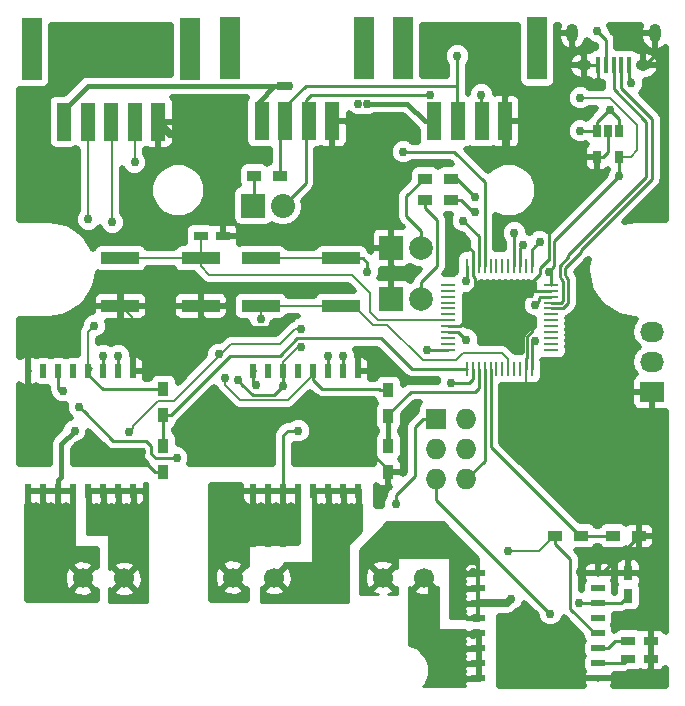
<source format=gtl>
G04 #@! TF.FileFunction,Copper,L1,Top,Signal*
%FSLAX46Y46*%
G04 Gerber Fmt 4.6, Leading zero omitted, Abs format (unit mm)*
G04 Created by KiCad (PCBNEW 4.0.2+dfsg1-stable) date Wed 23 Nov 2016 09:34:03 PM CST*
%MOMM*%
G01*
G04 APERTURE LIST*
%ADD10C,0.090000*%
%ADD11R,1.200000X0.750000*%
%ADD12R,0.750000X1.200000*%
%ADD13R,1.206500X3.200400*%
%ADD14R,1.700022X5.299964*%
%ADD15R,2.032000X1.727200*%
%ADD16O,2.032000X1.727200*%
%ADD17R,0.400000X1.350000*%
%ADD18O,1.250000X0.950000*%
%ADD19O,1.000000X1.550000*%
%ADD20R,0.900000X1.200000*%
%ADD21R,1.200000X0.900000*%
%ADD22R,0.508000X1.143000*%
%ADD23R,1.143000X0.508000*%
%ADD24R,1.300000X0.250000*%
%ADD25R,0.250000X1.300000*%
%ADD26C,1.700000*%
%ADD27R,2.032000X2.032000*%
%ADD28O,2.032000X2.032000*%
%ADD29R,0.650000X1.060000*%
%ADD30R,3.200000X1.000000*%
%ADD31R,1.727200X1.727200*%
%ADD32O,1.727200X1.727200*%
%ADD33R,1.200000X3.200000*%
%ADD34R,2.000000X2.000000*%
%ADD35C,2.000000*%
%ADD36C,0.762000*%
%ADD37C,0.228600*%
%ADD38C,0.381000*%
%ADD39C,0.254000*%
%ADD40C,0.177800*%
%ADD41C,0.635000*%
%ADD42C,0.400000*%
%ADD43C,0.502000*%
G04 APERTURE END LIST*
D10*
D11*
X205100000Y-119634000D03*
X203200000Y-119634000D03*
X205100000Y-118110000D03*
X203200000Y-118110000D03*
D12*
X203200000Y-114300000D03*
X203200000Y-112400000D03*
D11*
X167005000Y-83820000D03*
X168905000Y-83820000D03*
D13*
X192786000Y-74114660D03*
X190786004Y-74114660D03*
X188786008Y-74114660D03*
X186786012Y-74114660D03*
D14*
X195486020Y-67945000D03*
X184085992Y-67945000D03*
D13*
X178147980Y-74114660D03*
X176147984Y-74114660D03*
X174147988Y-74114660D03*
X172147992Y-74114660D03*
D14*
X180848000Y-67945000D03*
X169447972Y-67945000D03*
D15*
X205232000Y-97028000D03*
D16*
X205232000Y-94488000D03*
X205232000Y-91948000D03*
D17*
X203270000Y-69375000D03*
X202620000Y-69375000D03*
X201970000Y-69375000D03*
X201320000Y-69375000D03*
X200670000Y-69375000D03*
D18*
X204470000Y-69375000D03*
X199470000Y-69375000D03*
D19*
X205470000Y-66675000D03*
X198470000Y-66675000D03*
D20*
X182880000Y-96860000D03*
X182880000Y-99060000D03*
D21*
X201930000Y-109220000D03*
X204130000Y-109220000D03*
X173736000Y-78740000D03*
X171536000Y-78740000D03*
X186014000Y-78994000D03*
X188214000Y-78994000D03*
X186014000Y-80772000D03*
X188214000Y-80772000D03*
D22*
X152400000Y-105410000D03*
X153670000Y-105410000D03*
X154940000Y-105410000D03*
X156210000Y-105410000D03*
X157480000Y-105410000D03*
X158750000Y-105410000D03*
X160020000Y-105410000D03*
X161290000Y-105410000D03*
X161290000Y-95250000D03*
X160020000Y-95250000D03*
X158750000Y-95250000D03*
X157480000Y-95250000D03*
X156210000Y-95250000D03*
X154940000Y-95250000D03*
X153670000Y-95250000D03*
X152400000Y-95250000D03*
X171450000Y-105410000D03*
X172720000Y-105410000D03*
X173990000Y-105410000D03*
X175260000Y-105410000D03*
X176530000Y-105410000D03*
X177800000Y-105410000D03*
X179070000Y-105410000D03*
X180340000Y-105410000D03*
X180340000Y-95250000D03*
X179070000Y-95250000D03*
X177800000Y-95250000D03*
X176530000Y-95250000D03*
X175260000Y-95250000D03*
X173990000Y-95250000D03*
X172720000Y-95250000D03*
X171450000Y-95250000D03*
D23*
X190500000Y-112395000D03*
X190500000Y-113665000D03*
X190500000Y-114935000D03*
X190500000Y-116205000D03*
X190500000Y-117475000D03*
X190500000Y-118745000D03*
X190500000Y-120015000D03*
X190500000Y-121285000D03*
X200660000Y-121285000D03*
X200660000Y-120015000D03*
X200660000Y-118745000D03*
X200660000Y-117475000D03*
X200660000Y-116205000D03*
X200660000Y-114935000D03*
X200660000Y-113665000D03*
X200660000Y-112395000D03*
D24*
X187940000Y-87960000D03*
X187940000Y-88460000D03*
X187940000Y-88960000D03*
X187940000Y-89460000D03*
X187940000Y-89960000D03*
X187940000Y-90460000D03*
X187940000Y-90960000D03*
X187940000Y-91460000D03*
X187940000Y-91960000D03*
X187940000Y-92460000D03*
X187940000Y-92960000D03*
X187940000Y-93460000D03*
D25*
X189540000Y-95060000D03*
X190040000Y-95060000D03*
X190540000Y-95060000D03*
X191040000Y-95060000D03*
X191540000Y-95060000D03*
X192040000Y-95060000D03*
X192540000Y-95060000D03*
X193040000Y-95060000D03*
X193540000Y-95060000D03*
X194040000Y-95060000D03*
X194540000Y-95060000D03*
X195040000Y-95060000D03*
D24*
X196640000Y-93460000D03*
X196640000Y-92960000D03*
X196640000Y-92460000D03*
X196640000Y-91960000D03*
X196640000Y-91460000D03*
X196640000Y-90960000D03*
X196640000Y-90460000D03*
X196640000Y-89960000D03*
X196640000Y-89460000D03*
X196640000Y-88960000D03*
X196640000Y-88460000D03*
X196640000Y-87960000D03*
D25*
X195040000Y-86360000D03*
X194540000Y-86360000D03*
X194040000Y-86360000D03*
X193540000Y-86360000D03*
X193040000Y-86360000D03*
X192540000Y-86360000D03*
X192040000Y-86360000D03*
X191540000Y-86360000D03*
X191040000Y-86360000D03*
X190540000Y-86360000D03*
X190040000Y-86360000D03*
X189540000Y-86360000D03*
D26*
X157010000Y-112820000D03*
X160510000Y-112820000D03*
X169710000Y-112750000D03*
X173210000Y-112750000D03*
X182400000Y-112750000D03*
X185900000Y-112750000D03*
D27*
X171450000Y-81280000D03*
D28*
X173990000Y-81280000D03*
D29*
X202438000Y-74930000D03*
X201488000Y-74930000D03*
X200538000Y-74930000D03*
X200538000Y-77130000D03*
X202438000Y-77130000D03*
D30*
X167005000Y-85725000D03*
X160205000Y-85725000D03*
X160205000Y-89725000D03*
X167005000Y-89725000D03*
X178885000Y-85725000D03*
X172085000Y-85725000D03*
X172085000Y-89725000D03*
X178885000Y-89725000D03*
D20*
X163830000Y-96774000D03*
X163830000Y-98974000D03*
X163830000Y-101600000D03*
X163830000Y-103800000D03*
X182880000Y-101600000D03*
X182880000Y-103800000D03*
D21*
X197020000Y-109220000D03*
X199220000Y-109220000D03*
D31*
X186944000Y-99314000D03*
D32*
X189484000Y-99314000D03*
X186944000Y-101854000D03*
X189484000Y-101854000D03*
X186944000Y-104394000D03*
X189484000Y-104394000D03*
D13*
X163415980Y-74168000D03*
X161415984Y-74168000D03*
X159415988Y-74168000D03*
X157415992Y-74168000D03*
D14*
X166116000Y-67998340D03*
X152715972Y-67998340D03*
D33*
X155415986Y-74168000D03*
D34*
X183134000Y-84836000D03*
D35*
X185674000Y-84836000D03*
D34*
X183134000Y-89154000D03*
D35*
X185674000Y-89154000D03*
D36*
X189484000Y-84582000D03*
X201951116Y-104590716D03*
X192913000Y-76581000D03*
X179834734Y-99936235D03*
X179940311Y-101384057D03*
X171648530Y-96438792D03*
X173101000Y-91313000D03*
X167005000Y-88265000D03*
X168275000Y-82423000D03*
X195072000Y-101600000D03*
X194902471Y-88766492D03*
X167894000Y-76707994D03*
X167894000Y-75946000D03*
X167894000Y-75184000D03*
X200660000Y-70866000D03*
X200660000Y-78740000D03*
X179832000Y-73914000D03*
X192786000Y-71628000D03*
X180340000Y-93980014D03*
X162052000Y-102108000D03*
X199136000Y-112268000D03*
X152400000Y-96520000D03*
X162306000Y-95250000D03*
X189484000Y-88900000D03*
X195072000Y-90932000D03*
X189484000Y-90932000D03*
X160020000Y-93980000D03*
X158750000Y-93980000D03*
X168529000Y-93853000D03*
X170134894Y-96022802D03*
X199009000Y-114935000D03*
X175514000Y-91694000D03*
X160909000Y-100457000D03*
X175514000Y-93218000D03*
X199136000Y-74930000D03*
X203454000Y-70866000D03*
X201676000Y-73152000D03*
X155309376Y-96920388D03*
X173990000Y-96520000D03*
X177800000Y-93980000D03*
X181102000Y-86868000D03*
X199136000Y-72136000D03*
X196469003Y-86867997D03*
X202438000Y-78740000D03*
X189448005Y-87651158D03*
X195326000Y-92710000D03*
X189484000Y-92625400D03*
X186436000Y-71882000D03*
X190754000Y-71882000D03*
X188722000Y-68580000D03*
X181102000Y-72644000D03*
X174498000Y-71120000D03*
X180340000Y-72644000D03*
X173736000Y-71120000D03*
X195707000Y-84328000D03*
X195326000Y-89662000D03*
X200582470Y-66509920D03*
X193000315Y-110472537D03*
X161417000Y-77597000D03*
X169037000Y-95885000D03*
X159512000Y-82677000D03*
X157480000Y-82423000D03*
X157988000Y-91440000D03*
X190246000Y-80518000D03*
X193548000Y-83566000D03*
X194263920Y-84582000D03*
X190246000Y-81788000D03*
X162052000Y-111125000D03*
X160020000Y-110236000D03*
X161290000Y-110236000D03*
X161925000Y-109347000D03*
X160655000Y-109347000D03*
X161925000Y-107696000D03*
X160655000Y-107696000D03*
X159385000Y-107696004D03*
X158115000Y-107696006D03*
X158750000Y-108585000D03*
X160020000Y-108585000D03*
X161290000Y-108585000D03*
X158750000Y-106680000D03*
X160020000Y-106680000D03*
X161290000Y-106680000D03*
X178435000Y-113538000D03*
X179070000Y-112394966D03*
X177800004Y-112395000D03*
X177165000Y-113538000D03*
X176022000Y-113538000D03*
X175260000Y-112395000D03*
X176530000Y-112395000D03*
X177038000Y-111125000D03*
X178435000Y-111125000D03*
X179070000Y-109855000D03*
X177800000Y-109855000D03*
X177038000Y-108585000D03*
X178435000Y-108585000D03*
X179705000Y-108585000D03*
X180340000Y-107315000D03*
X179070000Y-107315000D03*
X177800000Y-107315000D03*
X186436000Y-114554000D03*
X186436000Y-117348000D03*
X186436000Y-115951000D03*
X185420000Y-115189000D03*
X185420000Y-116713000D03*
X185420000Y-118110000D03*
X187198000Y-118110000D03*
X187198000Y-119380000D03*
X187198000Y-120650000D03*
X188595000Y-117475000D03*
X188595000Y-118745000D03*
X188595000Y-120015000D03*
X188595000Y-121285000D03*
X184150000Y-76708000D03*
X189230000Y-82550000D03*
X153035000Y-114300000D03*
X154305000Y-114300000D03*
X154940000Y-113030000D03*
X153670000Y-113030000D03*
X156210000Y-110490000D03*
X154305000Y-111760000D03*
X153035000Y-111760000D03*
X153670000Y-110490000D03*
X154940000Y-110490000D03*
X155575000Y-109220000D03*
X154305000Y-109220000D03*
X153035000Y-109220000D03*
X153670000Y-107950000D03*
X154940000Y-107950000D03*
X155575000Y-106807000D03*
X154305000Y-106807000D03*
X153035000Y-106807000D03*
X156337000Y-100330000D03*
X168402000Y-113792000D03*
X170815000Y-110998000D03*
X169545000Y-110998000D03*
X168275000Y-110998000D03*
X174752000Y-108585000D03*
X173990000Y-109855000D03*
X172720000Y-109855000D03*
X171450000Y-109855000D03*
X170180000Y-109855000D03*
X168910000Y-109855000D03*
X168275000Y-106045000D03*
X169545000Y-106045000D03*
X170180000Y-107315000D03*
X168910000Y-107315000D03*
X168275000Y-108585000D03*
X169545000Y-108585000D03*
X173355782Y-108592886D03*
X172090070Y-108589965D03*
X170815000Y-108585000D03*
X170815000Y-108585000D03*
X173990000Y-107315000D03*
X172720000Y-107315000D03*
X171450000Y-107315000D03*
X171450000Y-107315000D03*
X175260000Y-100330000D03*
X187833000Y-109220000D03*
X188849000Y-110109000D03*
X182880000Y-108712000D03*
X184150000Y-108712000D03*
X185420000Y-108712000D03*
X186690000Y-108712000D03*
X181610000Y-110363000D03*
X183515000Y-110363000D03*
X184785000Y-110363000D03*
X186055000Y-110363000D03*
X187579000Y-110363000D03*
X188595000Y-112395000D03*
X188595000Y-111379000D03*
X189611000Y-111379000D03*
X188595000Y-113665000D03*
X188595000Y-114935000D03*
X188595000Y-115824000D03*
X193294020Y-114554000D03*
X179070000Y-93980014D03*
X172085000Y-90830380D03*
X188214000Y-96266000D03*
X186182000Y-93472000D03*
X183515000Y-106553000D03*
X164973000Y-102616000D03*
X156718000Y-98298000D03*
X196596000Y-115824000D03*
D37*
X189484000Y-84582000D02*
X190040000Y-85138000D01*
X190040000Y-85138000D02*
X190040000Y-86360000D01*
X183134000Y-89154000D02*
X183134000Y-84836000D01*
D38*
X204130000Y-109220000D02*
X204130000Y-106769600D01*
X204130000Y-106769600D02*
X201951116Y-104590716D01*
X192913000Y-76581000D02*
X192913000Y-74241660D01*
X192913000Y-74241660D02*
X192786000Y-74114660D01*
D37*
X182880000Y-103800000D02*
X182880000Y-103650000D01*
X180479126Y-101384057D02*
X179940311Y-101384057D01*
X182880000Y-103650000D02*
X180614057Y-101384057D01*
X180614057Y-101384057D02*
X180479126Y-101384057D01*
D39*
X179940311Y-101384057D02*
X179940311Y-100041812D01*
X179940311Y-100041812D02*
X179834734Y-99936235D01*
D37*
X171450000Y-95250000D02*
X171450000Y-96240262D01*
X171450000Y-96240262D02*
X171648530Y-96438792D01*
D39*
X168093000Y-91567000D02*
X172847000Y-91567000D01*
X172847000Y-91567000D02*
X173101000Y-91313000D01*
X167005000Y-89725000D02*
X167005000Y-90479000D01*
X167005000Y-90479000D02*
X168093000Y-91567000D01*
D40*
X167005000Y-89725000D02*
X167005000Y-88265000D01*
X168905000Y-83820000D02*
X168905000Y-83053000D01*
X168905000Y-83053000D02*
X168275000Y-82423000D01*
X195072000Y-101600000D02*
X194540000Y-101068000D01*
X194540000Y-101068000D02*
X194540000Y-95060000D01*
X167005000Y-89725000D02*
X160205000Y-89725000D01*
X161290000Y-95250000D02*
X161290000Y-90810000D01*
X161290000Y-90810000D02*
X160205000Y-89725000D01*
D37*
X200660000Y-78740000D02*
X196486810Y-82913190D01*
X196486810Y-82913190D02*
X196486810Y-85834190D01*
X196486810Y-85834190D02*
X196469000Y-85852000D01*
X194902471Y-87871153D02*
X194902471Y-88227677D01*
X196469000Y-85852000D02*
X196413605Y-85852000D01*
X194902471Y-88227677D02*
X194902471Y-88766492D01*
X196413605Y-85852000D02*
X195709164Y-86556441D01*
X195709164Y-86556441D02*
X195709164Y-87064460D01*
X195709164Y-87064460D02*
X194902471Y-87871153D01*
X195208963Y-88460000D02*
X194902471Y-88766492D01*
X196640000Y-88460000D02*
X195208963Y-88460000D01*
D41*
X167894000Y-75946000D02*
X167894000Y-76707994D01*
X167894000Y-75184000D02*
X167894000Y-75946000D01*
X167894000Y-75184000D02*
X164431980Y-75184000D01*
X164431980Y-75184000D02*
X163415980Y-74168000D01*
D37*
X200660000Y-70866000D02*
X200660000Y-69385000D01*
X200660000Y-69385000D02*
X200670000Y-69375000D01*
X201488000Y-74930000D02*
X201488000Y-76733600D01*
X201488000Y-76733600D02*
X201091600Y-77130000D01*
X201091600Y-77130000D02*
X200538000Y-77130000D01*
X200660000Y-78010600D02*
X200660000Y-78740000D01*
X200538000Y-77130000D02*
X200538000Y-77888600D01*
X200538000Y-77888600D02*
X200660000Y-78010600D01*
X179832000Y-73914000D02*
X178348640Y-73914000D01*
X178348640Y-73914000D02*
X178147980Y-74114660D01*
X192786000Y-71628000D02*
X192786000Y-74114660D01*
X162052000Y-102646815D02*
X162052000Y-102108000D01*
X163151400Y-103800000D02*
X162052000Y-102700600D01*
X162052000Y-102700600D02*
X162052000Y-102646815D01*
X163830000Y-103800000D02*
X163151400Y-103800000D01*
X180340000Y-95250000D02*
X180340000Y-93980014D01*
X205100000Y-113660000D02*
X203840000Y-112400000D01*
X203840000Y-112400000D02*
X203200000Y-112400000D01*
X205100000Y-118110000D02*
X205100000Y-113660000D01*
X199136000Y-112268000D02*
X200533000Y-112268000D01*
X200533000Y-112268000D02*
X200660000Y-112395000D01*
X152400000Y-96520000D02*
X152400000Y-95250000D01*
X161290000Y-95250000D02*
X162306000Y-95250000D01*
X205486000Y-68509000D02*
X205470000Y-68493000D01*
X205470000Y-68493000D02*
X205470000Y-66675000D01*
X204470000Y-69375000D02*
X204620000Y-69375000D01*
X204620000Y-69375000D02*
X205486000Y-68509000D01*
X198870600Y-68072000D02*
X198863400Y-68072000D01*
X198863400Y-68072000D02*
X198470000Y-67678600D01*
X198470000Y-67678600D02*
X198470000Y-66675000D01*
X199470000Y-69375000D02*
X199470000Y-68671400D01*
X199470000Y-68671400D02*
X198870600Y-68072000D01*
X200670000Y-69375000D02*
X199470000Y-69375000D01*
X189864999Y-88519001D02*
X189484000Y-88900000D01*
X190207902Y-87352901D02*
X190207902Y-88176098D01*
X190040000Y-87184999D02*
X190207902Y-87352901D01*
X190040000Y-86360000D02*
X190040000Y-87184999D01*
X190207902Y-88176098D02*
X189864999Y-88519001D01*
X195072000Y-91892626D02*
X195072000Y-90932000D01*
X194540000Y-95060000D02*
X194540000Y-94181400D01*
X194582790Y-94138610D02*
X194582792Y-92381834D01*
X194540000Y-94181400D02*
X194582790Y-94138610D01*
X194582792Y-92381834D02*
X195072000Y-91892626D01*
X188956000Y-91460000D02*
X189484000Y-90932000D01*
X187940000Y-91460000D02*
X188956000Y-91460000D01*
X200660000Y-121285000D02*
X204052600Y-121285000D01*
X204052600Y-121285000D02*
X205100000Y-120237600D01*
X205100000Y-120237600D02*
X205100000Y-119634000D01*
X205100000Y-118110000D02*
X205100000Y-119634000D01*
X200660000Y-112395000D02*
X203195000Y-112395000D01*
X203195000Y-112395000D02*
X203200000Y-112400000D01*
X200660000Y-112395000D02*
X200977500Y-112395000D01*
X200977500Y-112395000D02*
X204130000Y-109242500D01*
X204130000Y-109242500D02*
X204130000Y-109220000D01*
X160020000Y-93980000D02*
X160020000Y-95250000D01*
X158750000Y-93980000D02*
X158750000Y-95250000D01*
D39*
X171394092Y-97282000D02*
X170515893Y-96403801D01*
X170515893Y-96403801D02*
X170134894Y-96022802D01*
X173228000Y-97282000D02*
X171394092Y-97282000D01*
X173990000Y-96520000D02*
X173228000Y-97282000D01*
X200660000Y-114935000D02*
X199009000Y-114935000D01*
D40*
X160909000Y-100457000D02*
X161289999Y-100076001D01*
X161289999Y-100076001D02*
X161289999Y-99892499D01*
X161289999Y-99892499D02*
X163392498Y-97790000D01*
X163392498Y-97790000D02*
X164719000Y-97790000D01*
X164719000Y-97790000D02*
X169545000Y-92964000D01*
X175006000Y-91694000D02*
X175514000Y-91694000D01*
X169545000Y-92964000D02*
X173736000Y-92964000D01*
X173736000Y-92964000D02*
X175006000Y-91694000D01*
X175272700Y-93218000D02*
X175514000Y-93218000D01*
X173990000Y-94500700D02*
X175272700Y-93218000D01*
X173990000Y-95250000D02*
X173990000Y-94500700D01*
D37*
X200538000Y-74930000D02*
X199136000Y-74930000D01*
X203454000Y-70612000D02*
X203270000Y-70428000D01*
X203270000Y-70428000D02*
X203270000Y-69375000D01*
X203454000Y-70866000D02*
X203454000Y-70612000D01*
X200538000Y-74930000D02*
X200538000Y-74171400D01*
X200538000Y-74171400D02*
X201557400Y-73152000D01*
X201557400Y-73152000D02*
X201676000Y-73152000D01*
X201676000Y-73152000D02*
X202438000Y-73914000D01*
X202438000Y-73914000D02*
X202438000Y-74930000D01*
X155086388Y-96920388D02*
X155309376Y-96920388D01*
X154940000Y-96774000D02*
X155086388Y-96920388D01*
X154940000Y-95250000D02*
X154940000Y-96774000D01*
X173990000Y-96520000D02*
X173990000Y-95250000D01*
X200660000Y-114935000D02*
X202565000Y-114935000D01*
X202565000Y-114935000D02*
X203200000Y-114300000D01*
X177800000Y-95250000D02*
X177800000Y-93980000D01*
X181102000Y-86868000D02*
X181102000Y-86113400D01*
X181102000Y-86113400D02*
X180713600Y-85725000D01*
X180713600Y-85725000D02*
X178885000Y-85725000D01*
D40*
X203962000Y-76581000D02*
X203413000Y-77130000D01*
X203413000Y-77130000D02*
X202438000Y-77130000D01*
X203962000Y-74422000D02*
X203962000Y-76581000D01*
X201676000Y-72136000D02*
X203962000Y-74422000D01*
X199136000Y-72136000D02*
X201676000Y-72136000D01*
X172085000Y-85725000D02*
X178885000Y-85725000D01*
D37*
X196850002Y-86486998D02*
X196469003Y-86867997D01*
X196944021Y-84233979D02*
X196944021Y-86392979D01*
X196640000Y-87038994D02*
X196469003Y-86867997D01*
X196640000Y-87960000D02*
X196640000Y-87038994D01*
X202438000Y-78740000D02*
X196944021Y-84233979D01*
X196944021Y-86392979D02*
X196850002Y-86486998D01*
X202438000Y-78740000D02*
X202438000Y-77130000D01*
X189540000Y-87574000D02*
X189462842Y-87651158D01*
X189462842Y-87651158D02*
X189448005Y-87651158D01*
X189540000Y-86360000D02*
X189540000Y-87574000D01*
X195040000Y-92742000D02*
X195072000Y-92710000D01*
X195072000Y-92710000D02*
X195326000Y-92710000D01*
X195040000Y-95060000D02*
X195040000Y-92742000D01*
X187940000Y-91960000D02*
X188818600Y-91960000D01*
X188818600Y-91960000D02*
X189484000Y-92625400D01*
D40*
X167005000Y-85725000D02*
X167005000Y-86402800D01*
X167005000Y-86402800D02*
X167724200Y-87122000D01*
X181318617Y-90295901D02*
X181982716Y-90960000D01*
X167724200Y-87122000D02*
X179809570Y-87122000D01*
X179809570Y-87122000D02*
X181318617Y-88631047D01*
X181318617Y-88631047D02*
X181318617Y-90295901D01*
X181982716Y-90960000D02*
X187940000Y-90960000D01*
X167005000Y-83820000D02*
X167005000Y-85725000D01*
X160205000Y-85725000D02*
X167005000Y-85725000D01*
D37*
X184404000Y-82151787D02*
X184404000Y-80454000D01*
X184404000Y-80454000D02*
X185864000Y-78994000D01*
X185864000Y-78994000D02*
X186014000Y-78994000D01*
X185674000Y-84836000D02*
X185674000Y-83421787D01*
X185674000Y-83421787D02*
X184404000Y-82151787D01*
X186014000Y-80772000D02*
X186014000Y-81450600D01*
X186014000Y-81450600D02*
X187016901Y-82453501D01*
X187016901Y-82453501D02*
X187016901Y-86396886D01*
X187016901Y-86396886D02*
X185674000Y-87739787D01*
X185674000Y-87739787D02*
X185674000Y-89154000D01*
X173990000Y-81280000D02*
X175893984Y-79376016D01*
X175893984Y-79376016D02*
X175893984Y-74114660D01*
X176297844Y-71882000D02*
X186436000Y-71882000D01*
X175893984Y-74114660D02*
X175893984Y-72285860D01*
X175893984Y-72285860D02*
X176297844Y-71882000D01*
X190754000Y-71882000D02*
X190754000Y-74082656D01*
X190754000Y-74082656D02*
X190786004Y-74114660D01*
X173736000Y-78740000D02*
X173736000Y-74272648D01*
X173736000Y-74272648D02*
X173893988Y-74114660D01*
X188722000Y-68580000D02*
X188722000Y-71120000D01*
X188722000Y-71120000D02*
X188722000Y-74050652D01*
X173893988Y-74114660D02*
X173893988Y-73117710D01*
X173893988Y-73117710D02*
X175891698Y-71120000D01*
X175891698Y-71120000D02*
X188722000Y-71120000D01*
X188722000Y-74050652D02*
X188786008Y-74114660D01*
D42*
X184483502Y-72644000D02*
X181102000Y-72644000D01*
D41*
X173736000Y-71120000D02*
X174498000Y-71120000D01*
D37*
X155415986Y-74168000D02*
X155415986Y-73168000D01*
D42*
X155415986Y-73168000D02*
X157463986Y-71120000D01*
X173197185Y-71120000D02*
X173736000Y-71120000D01*
X157463986Y-71120000D02*
X173197185Y-71120000D01*
X171893992Y-74114660D02*
X171893992Y-72454008D01*
X173228000Y-71120000D02*
X173736000Y-71120000D01*
X171893992Y-72454008D02*
X173228000Y-71120000D01*
X185954162Y-74114660D02*
X184483502Y-72644000D01*
X186786012Y-74114660D02*
X185954162Y-74114660D01*
D37*
X195326001Y-84708999D02*
X195707000Y-84328000D01*
X195040000Y-86360000D02*
X195040000Y-84995000D01*
X195040000Y-84995000D02*
X195326001Y-84708999D01*
X195647099Y-89340901D02*
X195326000Y-89662000D01*
X195647099Y-89074301D02*
X195647099Y-89340901D01*
X195761400Y-88960000D02*
X195647099Y-89074301D01*
X196640000Y-88960000D02*
X195761400Y-88960000D01*
X199196432Y-85196227D02*
X199196432Y-85029568D01*
X205232000Y-78994000D02*
X205232000Y-73914000D01*
X197858443Y-86534216D02*
X199196432Y-85196227D01*
X198118552Y-87487286D02*
X197929777Y-87298511D01*
X197929777Y-87188533D02*
X197858443Y-87117199D01*
X197858443Y-87117199D02*
X197858443Y-86534216D01*
X202620000Y-70278600D02*
X202620000Y-69375000D01*
X198118552Y-89520263D02*
X198118552Y-87487286D01*
X197678815Y-89960000D02*
X198118552Y-89520263D01*
X199196432Y-85029568D02*
X205232000Y-78994000D01*
X197929777Y-87298511D02*
X197929777Y-87188533D01*
X205232000Y-73914000D02*
X202620000Y-71302000D01*
X196640000Y-89960000D02*
X197678815Y-89960000D01*
X202620000Y-71302000D02*
X202620000Y-70278600D01*
X197472566Y-87377915D02*
X197401232Y-87306581D01*
X197401232Y-87306581D02*
X197401232Y-86344834D01*
X197401232Y-86344834D02*
X198129129Y-85616937D01*
X201970000Y-70278600D02*
X201970000Y-69375000D01*
X198129129Y-85450279D02*
X204724000Y-78855408D01*
X197661341Y-89317259D02*
X197661341Y-87676668D01*
X204724000Y-74168000D02*
X201970000Y-71414000D01*
X197661341Y-87676668D02*
X197472566Y-87487893D01*
X196640000Y-89460000D02*
X197518600Y-89460000D01*
X197518600Y-89460000D02*
X197661341Y-89317259D01*
X201970000Y-71414000D02*
X201970000Y-70278600D01*
X198129129Y-85616937D02*
X198129129Y-85450279D01*
X197472566Y-87487893D02*
X197472566Y-87377915D01*
X204724000Y-78855408D02*
X204724000Y-74168000D01*
X201320000Y-67247450D02*
X200963469Y-66890919D01*
X201320000Y-69375000D02*
X201320000Y-67247450D01*
X200963469Y-66890919D02*
X200582470Y-66509920D01*
X197020000Y-109220000D02*
X197020000Y-109898600D01*
X197020000Y-109898600D02*
X198285099Y-111163699D01*
X198285099Y-111163699D02*
X198285099Y-115417599D01*
X198285099Y-115417599D02*
X200342500Y-117475000D01*
X200342500Y-117475000D02*
X200660000Y-117475000D01*
D40*
X197020000Y-109220000D02*
X196870000Y-109220000D01*
X195617463Y-110472537D02*
X193539130Y-110472537D01*
X196870000Y-109220000D02*
X195617463Y-110472537D01*
X193539130Y-110472537D02*
X193000315Y-110472537D01*
X161417000Y-77597000D02*
X161417000Y-74169016D01*
X161417000Y-74169016D02*
X161415984Y-74168000D01*
X170339696Y-97726511D02*
X169037000Y-96423815D01*
X174370989Y-97726511D02*
X170339696Y-97726511D01*
X169037000Y-96423815D02*
X169037000Y-95885000D01*
X176530000Y-95567500D02*
X174370989Y-97726511D01*
X176530000Y-95250000D02*
X176530000Y-95567500D01*
X159512000Y-82677000D02*
X159512000Y-74264012D01*
X159512000Y-74264012D02*
X159415988Y-74168000D01*
D37*
X182880000Y-96860000D02*
X182201400Y-96860000D01*
X182115400Y-96774000D02*
X177292000Y-96774000D01*
X182201400Y-96860000D02*
X182115400Y-96774000D01*
X177292000Y-96774000D02*
X176530000Y-96012000D01*
X176530000Y-96012000D02*
X176530000Y-95250000D01*
X190540000Y-96734000D02*
X190540000Y-95060000D01*
X184762000Y-97028000D02*
X190246000Y-97028000D01*
X190246000Y-97028000D02*
X190540000Y-96734000D01*
X182880000Y-99060000D02*
X182880000Y-98910000D01*
X182880000Y-98910000D02*
X184762000Y-97028000D01*
D38*
X182880000Y-99060000D02*
X182880000Y-101600000D01*
D40*
X157480000Y-82423000D02*
X157480000Y-74232008D01*
X157480000Y-74232008D02*
X157415992Y-74168000D01*
X157480000Y-91948000D02*
X157988000Y-91440000D01*
X157480000Y-95250000D02*
X157480000Y-91948000D01*
D37*
X157480000Y-95250000D02*
X157734000Y-94996000D01*
X157480000Y-95567500D02*
X158686500Y-96774000D01*
X158686500Y-96774000D02*
X163830000Y-96774000D01*
X157480000Y-95250000D02*
X157480000Y-95567500D01*
X163830000Y-98974000D02*
X164508600Y-98974000D01*
X164508600Y-98974000D02*
X169502600Y-93980000D01*
X173680624Y-93980000D02*
X175166526Y-92494098D01*
X169502600Y-93980000D02*
X173680624Y-93980000D01*
X175166526Y-92494098D02*
X182283098Y-92494098D01*
X184849000Y-95060000D02*
X189186400Y-95060000D01*
X182283098Y-92494098D02*
X184849000Y-95060000D01*
X189186400Y-95060000D02*
X189540000Y-95060000D01*
X163830000Y-98974000D02*
X163830000Y-101600000D01*
X171536000Y-78740000D02*
X171536000Y-81194000D01*
X171536000Y-81194000D02*
X171450000Y-81280000D01*
X190246000Y-80518000D02*
X188722000Y-78994000D01*
X188722000Y-78994000D02*
X188214000Y-78994000D01*
X193540000Y-83574000D02*
X193548000Y-83566000D01*
X193540000Y-86360000D02*
X193540000Y-83574000D01*
X193548000Y-86352000D02*
X193540000Y-86360000D01*
X194040000Y-84805920D02*
X194263920Y-84582000D01*
X194040000Y-86360000D02*
X194040000Y-84805920D01*
X190058600Y-81788000D02*
X190246000Y-81788000D01*
X188214000Y-80772000D02*
X189042600Y-80772000D01*
X189042600Y-80772000D02*
X190058600Y-81788000D01*
D38*
X162052000Y-111125000D02*
X162052000Y-111278000D01*
X162052000Y-111278000D02*
X160510000Y-112820000D01*
X161290000Y-110236000D02*
X160020000Y-110236000D01*
X160655000Y-109347000D02*
X161925000Y-109347000D01*
X161163000Y-107696000D02*
X161386185Y-107696000D01*
X160909000Y-107442000D02*
X161163000Y-107696000D01*
X161386185Y-107696000D02*
X161925000Y-107696000D01*
X160655000Y-107696000D02*
X161925000Y-107696000D01*
X158115000Y-107315000D02*
X158115000Y-107696006D01*
X158750000Y-106680000D02*
X158115000Y-107315000D01*
X160751185Y-108585000D02*
X160020000Y-108585000D01*
X161290000Y-108585000D02*
X160751185Y-108585000D01*
X160020000Y-106680000D02*
X158750000Y-106680000D01*
X161290000Y-105410000D02*
X161290000Y-106680000D01*
X177165000Y-113538000D02*
X178435000Y-113538000D01*
X177038000Y-111125000D02*
X177800004Y-111887004D01*
X177800004Y-111887004D02*
X177800004Y-112395000D01*
X176530000Y-112395000D02*
X177800004Y-112395000D01*
X175260000Y-112395000D02*
X175260000Y-112776000D01*
X175260000Y-112776000D02*
X176022000Y-113538000D01*
X179070000Y-109855000D02*
X179070000Y-110490000D01*
X179070000Y-110490000D02*
X178435000Y-111125000D01*
X177038000Y-108585000D02*
X177038000Y-109093000D01*
X177038000Y-109093000D02*
X177800000Y-109855000D01*
X179705000Y-108585000D02*
X178435000Y-108585000D01*
X179070000Y-107315000D02*
X180340000Y-107315000D01*
X177800000Y-105410000D02*
X177800000Y-107315000D01*
X186436000Y-114554000D02*
X186436000Y-113286000D01*
X186436000Y-113286000D02*
X185900000Y-112750000D01*
X186436000Y-115951000D02*
X186436000Y-114554000D01*
X186182000Y-115951000D02*
X186436000Y-115951000D01*
X185420000Y-115189000D02*
X186182000Y-115951000D01*
X185420000Y-116713000D02*
X185420000Y-115189000D01*
X185420000Y-118110000D02*
X185420000Y-116713000D01*
X187421185Y-120650000D02*
X187198000Y-120650000D01*
X188595000Y-121285000D02*
X188056185Y-121285000D01*
X188056185Y-121285000D02*
X187421185Y-120650000D01*
X189547500Y-117475000D02*
X188595000Y-117475000D01*
X190500000Y-117475000D02*
X189547500Y-117475000D01*
X189547500Y-118745000D02*
X188595000Y-118745000D01*
X190500000Y-118745000D02*
X189547500Y-118745000D01*
X189547500Y-120015000D02*
X188595000Y-120015000D01*
X190500000Y-120015000D02*
X189547500Y-120015000D01*
X189547500Y-121285000D02*
X188595000Y-121285000D01*
X190500000Y-121285000D02*
X189547500Y-121285000D01*
D41*
X190500000Y-117475000D02*
X190182500Y-117475000D01*
X190182500Y-117475000D02*
X190055500Y-117602000D01*
D37*
X184688815Y-76708000D02*
X184150000Y-76708000D01*
X191040000Y-79267329D02*
X188480671Y-76708000D01*
X191040000Y-86360000D02*
X191040000Y-79267329D01*
X188480671Y-76708000D02*
X184688815Y-76708000D01*
X190540000Y-83860000D02*
X189230000Y-82550000D01*
X190540000Y-86360000D02*
X190540000Y-83860000D01*
D38*
X154305000Y-114300000D02*
X153035000Y-114300000D01*
X153670000Y-113030000D02*
X154940000Y-113030000D01*
X154305000Y-111760000D02*
X154940000Y-111760000D01*
X154940000Y-111760000D02*
X156210000Y-110490000D01*
X153670000Y-110490000D02*
X153670000Y-111125000D01*
X153670000Y-111125000D02*
X153035000Y-111760000D01*
X155575000Y-109220000D02*
X155575000Y-109855000D01*
X155575000Y-109855000D02*
X154940000Y-110490000D01*
X153035000Y-109220000D02*
X154305000Y-109220000D01*
X154940000Y-107950000D02*
X153670000Y-107950000D01*
X154114500Y-106807000D02*
X154305000Y-106807000D01*
X153670000Y-105410000D02*
X153670000Y-106362500D01*
X153670000Y-106362500D02*
X154114500Y-106807000D01*
X152844500Y-106807000D02*
X153035000Y-106807000D01*
X152400000Y-105410000D02*
X152400000Y-106362500D01*
X152400000Y-106362500D02*
X152844500Y-106807000D01*
X155194000Y-101473000D02*
X156337000Y-100330000D01*
X155194000Y-104203500D02*
X155194000Y-101473000D01*
X154940000Y-105410000D02*
X154940000Y-104457500D01*
X154940000Y-104457500D02*
X155194000Y-104203500D01*
X167894001Y-113411001D02*
X168275000Y-113792000D01*
X168275000Y-113792000D02*
X168402000Y-113792000D01*
X168275000Y-110998000D02*
X167894001Y-111378999D01*
X167894001Y-111378999D02*
X167894001Y-113411001D01*
X168275000Y-110998000D02*
X169545000Y-110998000D01*
X173990000Y-109855000D02*
X173990000Y-109347000D01*
X173990000Y-109347000D02*
X174752000Y-108585000D01*
X171450000Y-109855000D02*
X172720000Y-109855000D01*
X168910000Y-109855000D02*
X170180000Y-109855000D01*
X169545000Y-106045000D02*
X168275000Y-106045000D01*
X168910000Y-107315000D02*
X170180000Y-107315000D01*
X169545000Y-108585000D02*
X168275000Y-108585000D01*
X173990000Y-107958668D02*
X173736781Y-108211887D01*
X173990000Y-107315000D02*
X173990000Y-107958668D01*
X173736781Y-108211887D02*
X173355782Y-108592886D01*
X172085105Y-108585000D02*
X172090070Y-108589965D01*
X170815000Y-108585000D02*
X172085105Y-108585000D01*
X172720000Y-107315000D02*
X173990000Y-107315000D01*
X171450000Y-105410000D02*
X171450000Y-107315000D01*
D39*
X174371000Y-100330000D02*
X175260000Y-100330000D01*
X173990000Y-100711000D02*
X174371000Y-100330000D01*
X173990000Y-105410000D02*
X173990000Y-100711000D01*
D38*
X188849000Y-110363000D02*
X188849000Y-110109000D01*
X187579000Y-110363000D02*
X188849000Y-110363000D01*
X187579000Y-109474000D02*
X186817000Y-108712000D01*
X186817000Y-108712000D02*
X186690000Y-108712000D01*
X187579000Y-110363000D02*
X187579000Y-109474000D01*
X188595000Y-110363000D02*
X188595000Y-111379000D01*
X183515000Y-110363000D02*
X181610000Y-110363000D01*
X184785000Y-110363000D02*
X183515000Y-110363000D01*
X186055000Y-110363000D02*
X184785000Y-110363000D01*
X187579000Y-110363000D02*
X186055000Y-110363000D01*
X188595000Y-110363000D02*
X187579000Y-110363000D01*
X190500000Y-112395000D02*
X189547500Y-112395000D01*
X189547500Y-112395000D02*
X188595000Y-112395000D01*
X188595000Y-111379000D02*
X189133815Y-111379000D01*
X189133815Y-111379000D02*
X189611000Y-111379000D01*
X189547500Y-113665000D02*
X188595000Y-113665000D01*
X190500000Y-113665000D02*
X189547500Y-113665000D01*
X190500000Y-114935000D02*
X188595000Y-114935000D01*
X189166500Y-115824000D02*
X188595000Y-115824000D01*
X190500000Y-116205000D02*
X189547500Y-116205000D01*
X189547500Y-116205000D02*
X189166500Y-115824000D01*
D41*
X192913021Y-114934999D02*
X193294020Y-114554000D01*
X190500000Y-114935000D02*
X192913021Y-114934999D01*
X190500000Y-116205000D02*
X190182500Y-116205000D01*
X190500000Y-112395000D02*
X190182500Y-112395000D01*
X190182500Y-112395000D02*
X190055500Y-112268000D01*
D37*
X179070000Y-95250000D02*
X179070000Y-93980014D01*
X200660000Y-120015000D02*
X202819000Y-120015000D01*
X202819000Y-120015000D02*
X203200000Y-119634000D01*
X202095100Y-118110000D02*
X203200000Y-118110000D01*
X200660000Y-118745000D02*
X201460100Y-118745000D01*
X201460100Y-118745000D02*
X202095100Y-118110000D01*
D40*
X181626411Y-91366411D02*
X179985000Y-89725000D01*
X188595000Y-94361000D02*
X185801000Y-94361000D01*
X185801000Y-94361000D02*
X182806413Y-91366411D01*
X189230000Y-93726000D02*
X188595000Y-94361000D01*
X182806413Y-91366411D02*
X181626411Y-91366411D01*
X192533800Y-93726000D02*
X189230000Y-93726000D01*
X179985000Y-89725000D02*
X178885000Y-89725000D01*
X193040000Y-95060000D02*
X193040000Y-94232200D01*
X193040000Y-94232200D02*
X192533800Y-93726000D01*
X172085000Y-89725000D02*
X172085000Y-90830380D01*
X172085000Y-89725000D02*
X178885000Y-89725000D01*
D37*
X188214000Y-96266000D02*
X189726222Y-96266000D01*
X189726222Y-96266000D02*
X190040000Y-95952222D01*
X190040000Y-95952222D02*
X190040000Y-95938600D01*
X190040000Y-95938600D02*
X190040000Y-95060000D01*
X186182000Y-93472000D02*
X187928000Y-93472000D01*
X187928000Y-93472000D02*
X187940000Y-93460000D01*
X191040000Y-95060000D02*
X191040000Y-102838000D01*
X191040000Y-102838000D02*
X189484000Y-104394000D01*
X185166000Y-104140000D02*
X185166000Y-99999800D01*
X185166000Y-99999800D02*
X185851800Y-99314000D01*
X185851800Y-99314000D02*
X186944000Y-99314000D01*
X183515000Y-105791000D02*
X185166000Y-104140000D01*
X183515000Y-106553000D02*
X183515000Y-105791000D01*
X163178778Y-102616000D02*
X164973000Y-102616000D01*
X157098999Y-98678999D02*
X156718000Y-98298000D01*
X162394901Y-101180901D02*
X159600901Y-101180901D01*
X163178778Y-102616000D02*
X162814000Y-102251222D01*
X162814000Y-102251222D02*
X162814000Y-101600000D01*
X162814000Y-101600000D02*
X162394901Y-101180901D01*
X159600901Y-101180901D02*
X157098999Y-98678999D01*
X196596000Y-115824000D02*
X186944000Y-106172000D01*
X186944000Y-106172000D02*
X186944000Y-104394000D01*
X199220000Y-109220000D02*
X199070000Y-109220000D01*
X199070000Y-109220000D02*
X191540000Y-101690000D01*
X191540000Y-101690000D02*
X191540000Y-95938600D01*
X191540000Y-95938600D02*
X191540000Y-95060000D01*
X199220000Y-109220000D02*
X200048600Y-109220000D01*
X200048600Y-109220000D02*
X201930000Y-109220000D01*
D39*
G36*
X186093748Y-112735858D02*
X186079605Y-112750000D01*
X186943958Y-113614353D01*
X187071000Y-113573772D01*
X187071000Y-117094000D01*
X187081006Y-117143410D01*
X187109447Y-117185035D01*
X187151841Y-117212315D01*
X187198000Y-117221000D01*
X189325250Y-117221000D01*
X189452250Y-117348000D01*
X190373000Y-117348000D01*
X190373000Y-117328000D01*
X190627000Y-117328000D01*
X190627000Y-117348000D01*
X190647000Y-117348000D01*
X190647000Y-117602000D01*
X190627000Y-117602000D01*
X190627000Y-118618000D01*
X190647000Y-118618000D01*
X190647000Y-118872000D01*
X190627000Y-118872000D01*
X190627000Y-119888000D01*
X190647000Y-119888000D01*
X190647000Y-120142000D01*
X190627000Y-120142000D01*
X190627000Y-121158000D01*
X190647000Y-121158000D01*
X190647000Y-121412000D01*
X190627000Y-121412000D01*
X190627000Y-121432000D01*
X190373000Y-121432000D01*
X190373000Y-121412000D01*
X189452250Y-121412000D01*
X189293500Y-121570750D01*
X189293500Y-121665309D01*
X189390173Y-121898698D01*
X189411475Y-121920000D01*
X185857861Y-121920000D01*
X185971786Y-121806274D01*
X186301624Y-121011935D01*
X186302244Y-120300750D01*
X189293500Y-120300750D01*
X189293500Y-120395309D01*
X189390173Y-120628698D01*
X189411475Y-120650000D01*
X189390173Y-120671302D01*
X189293500Y-120904691D01*
X189293500Y-120999250D01*
X189452250Y-121158000D01*
X190373000Y-121158000D01*
X190373000Y-120142000D01*
X189452250Y-120142000D01*
X189293500Y-120300750D01*
X186302244Y-120300750D01*
X186302374Y-120151838D01*
X185973923Y-119356925D01*
X185648318Y-119030750D01*
X189293500Y-119030750D01*
X189293500Y-119125309D01*
X189390173Y-119358698D01*
X189411475Y-119380000D01*
X189390173Y-119401302D01*
X189293500Y-119634691D01*
X189293500Y-119729250D01*
X189452250Y-119888000D01*
X190373000Y-119888000D01*
X190373000Y-118872000D01*
X189452250Y-118872000D01*
X189293500Y-119030750D01*
X185648318Y-119030750D01*
X185366274Y-118748214D01*
X184658000Y-118454113D01*
X184658000Y-117760750D01*
X189293500Y-117760750D01*
X189293500Y-117855309D01*
X189390173Y-118088698D01*
X189411475Y-118110000D01*
X189390173Y-118131302D01*
X189293500Y-118364691D01*
X189293500Y-118459250D01*
X189452250Y-118618000D01*
X190373000Y-118618000D01*
X190373000Y-117602000D01*
X189452250Y-117602000D01*
X189293500Y-117760750D01*
X184658000Y-117760750D01*
X184658000Y-113793958D01*
X185035647Y-113793958D01*
X185115920Y-114045259D01*
X185671279Y-114246718D01*
X186261458Y-114220315D01*
X186684080Y-114045259D01*
X186764353Y-113793958D01*
X185900000Y-112929605D01*
X185035647Y-113793958D01*
X184658000Y-113793958D01*
X184658000Y-113551093D01*
X184856042Y-113614353D01*
X185720395Y-112750000D01*
X185706253Y-112735858D01*
X185885858Y-112556253D01*
X185900000Y-112570395D01*
X185914143Y-112556253D01*
X186093748Y-112735858D01*
X186093748Y-112735858D01*
G37*
X186093748Y-112735858D02*
X186079605Y-112750000D01*
X186943958Y-113614353D01*
X187071000Y-113573772D01*
X187071000Y-117094000D01*
X187081006Y-117143410D01*
X187109447Y-117185035D01*
X187151841Y-117212315D01*
X187198000Y-117221000D01*
X189325250Y-117221000D01*
X189452250Y-117348000D01*
X190373000Y-117348000D01*
X190373000Y-117328000D01*
X190627000Y-117328000D01*
X190627000Y-117348000D01*
X190647000Y-117348000D01*
X190647000Y-117602000D01*
X190627000Y-117602000D01*
X190627000Y-118618000D01*
X190647000Y-118618000D01*
X190647000Y-118872000D01*
X190627000Y-118872000D01*
X190627000Y-119888000D01*
X190647000Y-119888000D01*
X190647000Y-120142000D01*
X190627000Y-120142000D01*
X190627000Y-121158000D01*
X190647000Y-121158000D01*
X190647000Y-121412000D01*
X190627000Y-121412000D01*
X190627000Y-121432000D01*
X190373000Y-121432000D01*
X190373000Y-121412000D01*
X189452250Y-121412000D01*
X189293500Y-121570750D01*
X189293500Y-121665309D01*
X189390173Y-121898698D01*
X189411475Y-121920000D01*
X185857861Y-121920000D01*
X185971786Y-121806274D01*
X186301624Y-121011935D01*
X186302244Y-120300750D01*
X189293500Y-120300750D01*
X189293500Y-120395309D01*
X189390173Y-120628698D01*
X189411475Y-120650000D01*
X189390173Y-120671302D01*
X189293500Y-120904691D01*
X189293500Y-120999250D01*
X189452250Y-121158000D01*
X190373000Y-121158000D01*
X190373000Y-120142000D01*
X189452250Y-120142000D01*
X189293500Y-120300750D01*
X186302244Y-120300750D01*
X186302374Y-120151838D01*
X185973923Y-119356925D01*
X185648318Y-119030750D01*
X189293500Y-119030750D01*
X189293500Y-119125309D01*
X189390173Y-119358698D01*
X189411475Y-119380000D01*
X189390173Y-119401302D01*
X189293500Y-119634691D01*
X189293500Y-119729250D01*
X189452250Y-119888000D01*
X190373000Y-119888000D01*
X190373000Y-118872000D01*
X189452250Y-118872000D01*
X189293500Y-119030750D01*
X185648318Y-119030750D01*
X185366274Y-118748214D01*
X184658000Y-118454113D01*
X184658000Y-117760750D01*
X189293500Y-117760750D01*
X189293500Y-117855309D01*
X189390173Y-118088698D01*
X189411475Y-118110000D01*
X189390173Y-118131302D01*
X189293500Y-118364691D01*
X189293500Y-118459250D01*
X189452250Y-118618000D01*
X190373000Y-118618000D01*
X190373000Y-117602000D01*
X189452250Y-117602000D01*
X189293500Y-117760750D01*
X184658000Y-117760750D01*
X184658000Y-113793958D01*
X185035647Y-113793958D01*
X185115920Y-114045259D01*
X185671279Y-114246718D01*
X186261458Y-114220315D01*
X186684080Y-114045259D01*
X186764353Y-113793958D01*
X185900000Y-112929605D01*
X185035647Y-113793958D01*
X184658000Y-113793958D01*
X184658000Y-113551093D01*
X184856042Y-113614353D01*
X185720395Y-112750000D01*
X185706253Y-112735858D01*
X185885858Y-112556253D01*
X185900000Y-112570395D01*
X185914143Y-112556253D01*
X186093748Y-112735858D01*
G36*
X190500000Y-111050606D02*
X190500000Y-116205000D01*
X188087000Y-116205000D01*
X188087000Y-115220750D01*
X189293500Y-115220750D01*
X189293500Y-115315309D01*
X189390173Y-115548698D01*
X189411475Y-115570000D01*
X189390173Y-115591302D01*
X189293500Y-115824691D01*
X189293500Y-115919250D01*
X189452250Y-116078000D01*
X190373000Y-116078000D01*
X190373000Y-115062000D01*
X189452250Y-115062000D01*
X189293500Y-115220750D01*
X188087000Y-115220750D01*
X188087000Y-113950750D01*
X189293500Y-113950750D01*
X189293500Y-114045309D01*
X189390173Y-114278698D01*
X189411475Y-114300000D01*
X189390173Y-114321302D01*
X189293500Y-114554691D01*
X189293500Y-114649250D01*
X189452250Y-114808000D01*
X190373000Y-114808000D01*
X190373000Y-113792000D01*
X189452250Y-113792000D01*
X189293500Y-113950750D01*
X188087000Y-113950750D01*
X188087000Y-112680750D01*
X189293500Y-112680750D01*
X189293500Y-112775309D01*
X189390173Y-113008698D01*
X189411475Y-113030000D01*
X189390173Y-113051302D01*
X189293500Y-113284691D01*
X189293500Y-113379250D01*
X189452250Y-113538000D01*
X190373000Y-113538000D01*
X190373000Y-112522000D01*
X189452250Y-112522000D01*
X189293500Y-112680750D01*
X188087000Y-112680750D01*
X188087000Y-112014691D01*
X189293500Y-112014691D01*
X189293500Y-112109250D01*
X189452250Y-112268000D01*
X190373000Y-112268000D01*
X190373000Y-111664750D01*
X190214250Y-111506000D01*
X189802190Y-111506000D01*
X189568801Y-111602673D01*
X189390173Y-111781302D01*
X189293500Y-112014691D01*
X188087000Y-112014691D01*
X188087000Y-111125000D01*
X188076994Y-111075590D01*
X188048553Y-111033965D01*
X188006159Y-111006685D01*
X187960000Y-110998000D01*
X183769000Y-110998000D01*
X183719590Y-111008006D01*
X183677965Y-111036447D01*
X183650685Y-111078841D01*
X183642000Y-111125000D01*
X183642000Y-111948907D01*
X183443958Y-111885647D01*
X182579605Y-112750000D01*
X183443958Y-113614353D01*
X183642000Y-113551093D01*
X183642000Y-114173000D01*
X182875686Y-114173000D01*
X183184080Y-114045259D01*
X183264353Y-113793958D01*
X182400000Y-112929605D01*
X181535647Y-113793958D01*
X181615920Y-114045259D01*
X181968062Y-114173000D01*
X180467000Y-114173000D01*
X180467000Y-112521279D01*
X180903282Y-112521279D01*
X180929685Y-113111458D01*
X181104741Y-113534080D01*
X181356042Y-113614353D01*
X182220395Y-112750000D01*
X181356042Y-111885647D01*
X181104741Y-111965920D01*
X180903282Y-112521279D01*
X180467000Y-112521279D01*
X180467000Y-111706042D01*
X181535647Y-111706042D01*
X182400000Y-112570395D01*
X183264353Y-111706042D01*
X183184080Y-111454741D01*
X182628721Y-111253282D01*
X182038542Y-111279685D01*
X181615920Y-111454741D01*
X181535647Y-111706042D01*
X180467000Y-111706042D01*
X180467000Y-110415606D01*
X182805606Y-108077000D01*
X187526394Y-108077000D01*
X190500000Y-111050606D01*
X190500000Y-111050606D01*
G37*
X190500000Y-111050606D02*
X190500000Y-116205000D01*
X188087000Y-116205000D01*
X188087000Y-115220750D01*
X189293500Y-115220750D01*
X189293500Y-115315309D01*
X189390173Y-115548698D01*
X189411475Y-115570000D01*
X189390173Y-115591302D01*
X189293500Y-115824691D01*
X189293500Y-115919250D01*
X189452250Y-116078000D01*
X190373000Y-116078000D01*
X190373000Y-115062000D01*
X189452250Y-115062000D01*
X189293500Y-115220750D01*
X188087000Y-115220750D01*
X188087000Y-113950750D01*
X189293500Y-113950750D01*
X189293500Y-114045309D01*
X189390173Y-114278698D01*
X189411475Y-114300000D01*
X189390173Y-114321302D01*
X189293500Y-114554691D01*
X189293500Y-114649250D01*
X189452250Y-114808000D01*
X190373000Y-114808000D01*
X190373000Y-113792000D01*
X189452250Y-113792000D01*
X189293500Y-113950750D01*
X188087000Y-113950750D01*
X188087000Y-112680750D01*
X189293500Y-112680750D01*
X189293500Y-112775309D01*
X189390173Y-113008698D01*
X189411475Y-113030000D01*
X189390173Y-113051302D01*
X189293500Y-113284691D01*
X189293500Y-113379250D01*
X189452250Y-113538000D01*
X190373000Y-113538000D01*
X190373000Y-112522000D01*
X189452250Y-112522000D01*
X189293500Y-112680750D01*
X188087000Y-112680750D01*
X188087000Y-112014691D01*
X189293500Y-112014691D01*
X189293500Y-112109250D01*
X189452250Y-112268000D01*
X190373000Y-112268000D01*
X190373000Y-111664750D01*
X190214250Y-111506000D01*
X189802190Y-111506000D01*
X189568801Y-111602673D01*
X189390173Y-111781302D01*
X189293500Y-112014691D01*
X188087000Y-112014691D01*
X188087000Y-111125000D01*
X188076994Y-111075590D01*
X188048553Y-111033965D01*
X188006159Y-111006685D01*
X187960000Y-110998000D01*
X183769000Y-110998000D01*
X183719590Y-111008006D01*
X183677965Y-111036447D01*
X183650685Y-111078841D01*
X183642000Y-111125000D01*
X183642000Y-111948907D01*
X183443958Y-111885647D01*
X182579605Y-112750000D01*
X183443958Y-113614353D01*
X183642000Y-113551093D01*
X183642000Y-114173000D01*
X182875686Y-114173000D01*
X183184080Y-114045259D01*
X183264353Y-113793958D01*
X182400000Y-112929605D01*
X181535647Y-113793958D01*
X181615920Y-114045259D01*
X181968062Y-114173000D01*
X180467000Y-114173000D01*
X180467000Y-112521279D01*
X180903282Y-112521279D01*
X180929685Y-113111458D01*
X181104741Y-113534080D01*
X181356042Y-113614353D01*
X182220395Y-112750000D01*
X181356042Y-111885647D01*
X181104741Y-111965920D01*
X180903282Y-112521279D01*
X180467000Y-112521279D01*
X180467000Y-111706042D01*
X181535647Y-111706042D01*
X182400000Y-112570395D01*
X183264353Y-111706042D01*
X183184080Y-111454741D01*
X182628721Y-111253282D01*
X182038542Y-111279685D01*
X181615920Y-111454741D01*
X181535647Y-111706042D01*
X180467000Y-111706042D01*
X180467000Y-110415606D01*
X182805606Y-108077000D01*
X187526394Y-108077000D01*
X190500000Y-111050606D01*
G36*
X176657000Y-105283000D02*
X177673000Y-105283000D01*
X177673000Y-105263000D01*
X177927000Y-105263000D01*
X177927000Y-105283000D01*
X178943000Y-105283000D01*
X178943000Y-105263000D01*
X179197000Y-105263000D01*
X179197000Y-105283000D01*
X180213000Y-105283000D01*
X180213000Y-105263000D01*
X180467000Y-105263000D01*
X180467000Y-105283000D01*
X180487000Y-105283000D01*
X180487000Y-105537000D01*
X180467000Y-105537000D01*
X180467000Y-106457750D01*
X180594000Y-106584750D01*
X180594000Y-108786394D01*
X179488197Y-109892197D01*
X179460334Y-109934211D01*
X179451000Y-109982000D01*
X179451000Y-114808000D01*
X172085000Y-114808000D01*
X172085000Y-113793958D01*
X172345647Y-113793958D01*
X172425920Y-114045259D01*
X172981279Y-114246718D01*
X173571458Y-114220315D01*
X173994080Y-114045259D01*
X174074353Y-113793958D01*
X173210000Y-112929605D01*
X172345647Y-113793958D01*
X172085000Y-113793958D01*
X172085000Y-113588466D01*
X172166042Y-113614353D01*
X173030395Y-112750000D01*
X173389605Y-112750000D01*
X174253958Y-113614353D01*
X174505259Y-113534080D01*
X174706718Y-112978721D01*
X174680315Y-112388542D01*
X174505259Y-111965920D01*
X174253958Y-111885647D01*
X173389605Y-112750000D01*
X173030395Y-112750000D01*
X173016253Y-112735858D01*
X173195858Y-112556253D01*
X173210000Y-112570395D01*
X174074353Y-111706042D01*
X174010454Y-111506000D01*
X176403000Y-111506000D01*
X176452410Y-111495994D01*
X176494035Y-111467553D01*
X176521315Y-111425159D01*
X176530000Y-111379000D01*
X176530000Y-105537000D01*
X176657000Y-105537000D01*
X176657000Y-106457750D01*
X176815750Y-106616500D01*
X176910309Y-106616500D01*
X177143698Y-106519827D01*
X177165000Y-106498525D01*
X177186302Y-106519827D01*
X177419691Y-106616500D01*
X177514250Y-106616500D01*
X177673000Y-106457750D01*
X177673000Y-105537000D01*
X177927000Y-105537000D01*
X177927000Y-106457750D01*
X178085750Y-106616500D01*
X178180309Y-106616500D01*
X178413698Y-106519827D01*
X178435000Y-106498525D01*
X178456302Y-106519827D01*
X178689691Y-106616500D01*
X178784250Y-106616500D01*
X178943000Y-106457750D01*
X178943000Y-105537000D01*
X179197000Y-105537000D01*
X179197000Y-106457750D01*
X179355750Y-106616500D01*
X179450309Y-106616500D01*
X179683698Y-106519827D01*
X179705000Y-106498525D01*
X179726302Y-106519827D01*
X179959691Y-106616500D01*
X180054250Y-106616500D01*
X180213000Y-106457750D01*
X180213000Y-105537000D01*
X179197000Y-105537000D01*
X178943000Y-105537000D01*
X177927000Y-105537000D01*
X177673000Y-105537000D01*
X176657000Y-105537000D01*
X176530000Y-105537000D01*
X176530000Y-105263000D01*
X176657000Y-105263000D01*
X176657000Y-105283000D01*
X176657000Y-105283000D01*
G37*
X176657000Y-105283000D02*
X177673000Y-105283000D01*
X177673000Y-105263000D01*
X177927000Y-105263000D01*
X177927000Y-105283000D01*
X178943000Y-105283000D01*
X178943000Y-105263000D01*
X179197000Y-105263000D01*
X179197000Y-105283000D01*
X180213000Y-105283000D01*
X180213000Y-105263000D01*
X180467000Y-105263000D01*
X180467000Y-105283000D01*
X180487000Y-105283000D01*
X180487000Y-105537000D01*
X180467000Y-105537000D01*
X180467000Y-106457750D01*
X180594000Y-106584750D01*
X180594000Y-108786394D01*
X179488197Y-109892197D01*
X179460334Y-109934211D01*
X179451000Y-109982000D01*
X179451000Y-114808000D01*
X172085000Y-114808000D01*
X172085000Y-113793958D01*
X172345647Y-113793958D01*
X172425920Y-114045259D01*
X172981279Y-114246718D01*
X173571458Y-114220315D01*
X173994080Y-114045259D01*
X174074353Y-113793958D01*
X173210000Y-112929605D01*
X172345647Y-113793958D01*
X172085000Y-113793958D01*
X172085000Y-113588466D01*
X172166042Y-113614353D01*
X173030395Y-112750000D01*
X173389605Y-112750000D01*
X174253958Y-113614353D01*
X174505259Y-113534080D01*
X174706718Y-112978721D01*
X174680315Y-112388542D01*
X174505259Y-111965920D01*
X174253958Y-111885647D01*
X173389605Y-112750000D01*
X173030395Y-112750000D01*
X173016253Y-112735858D01*
X173195858Y-112556253D01*
X173210000Y-112570395D01*
X174074353Y-111706042D01*
X174010454Y-111506000D01*
X176403000Y-111506000D01*
X176452410Y-111495994D01*
X176494035Y-111467553D01*
X176521315Y-111425159D01*
X176530000Y-111379000D01*
X176530000Y-105537000D01*
X176657000Y-105537000D01*
X176657000Y-106457750D01*
X176815750Y-106616500D01*
X176910309Y-106616500D01*
X177143698Y-106519827D01*
X177165000Y-106498525D01*
X177186302Y-106519827D01*
X177419691Y-106616500D01*
X177514250Y-106616500D01*
X177673000Y-106457750D01*
X177673000Y-105537000D01*
X177927000Y-105537000D01*
X177927000Y-106457750D01*
X178085750Y-106616500D01*
X178180309Y-106616500D01*
X178413698Y-106519827D01*
X178435000Y-106498525D01*
X178456302Y-106519827D01*
X178689691Y-106616500D01*
X178784250Y-106616500D01*
X178943000Y-106457750D01*
X178943000Y-105537000D01*
X179197000Y-105537000D01*
X179197000Y-106457750D01*
X179355750Y-106616500D01*
X179450309Y-106616500D01*
X179683698Y-106519827D01*
X179705000Y-106498525D01*
X179726302Y-106519827D01*
X179959691Y-106616500D01*
X180054250Y-106616500D01*
X180213000Y-106457750D01*
X180213000Y-105537000D01*
X179197000Y-105537000D01*
X178943000Y-105537000D01*
X177927000Y-105537000D01*
X177673000Y-105537000D01*
X176657000Y-105537000D01*
X176530000Y-105537000D01*
X176530000Y-105263000D01*
X176657000Y-105263000D01*
X176657000Y-105283000D01*
D43*
G36*
X170437000Y-105217250D02*
X170626750Y-105407000D01*
X171447000Y-105407000D01*
X171447000Y-105387000D01*
X171453000Y-105387000D01*
X171453000Y-105407000D01*
X172717000Y-105407000D01*
X172717000Y-105387000D01*
X172723000Y-105387000D01*
X172723000Y-105407000D01*
X173987000Y-105407000D01*
X173987000Y-105387000D01*
X173993000Y-105387000D01*
X173993000Y-105407000D01*
X175257000Y-105407000D01*
X175257000Y-105387000D01*
X175263000Y-105387000D01*
X175263000Y-109858000D01*
X171196000Y-109858000D01*
X171098347Y-109877775D01*
X171016081Y-109933985D01*
X170962166Y-110017772D01*
X170945000Y-110109000D01*
X170945000Y-111768835D01*
X170737970Y-111726273D01*
X169714243Y-112750000D01*
X170737970Y-113773727D01*
X170945000Y-113731165D01*
X170945000Y-114684000D01*
X167891000Y-114684000D01*
X167891000Y-113777970D01*
X168686273Y-113777970D01*
X168748154Y-114078971D01*
X169329946Y-114345892D01*
X169969597Y-114369852D01*
X170569727Y-114147206D01*
X170671846Y-114078971D01*
X170733727Y-113777970D01*
X169710000Y-112754243D01*
X168686273Y-113777970D01*
X167891000Y-113777970D01*
X167891000Y-113009597D01*
X168090148Y-113009597D01*
X168312794Y-113609727D01*
X168381029Y-113711846D01*
X168682030Y-113773727D01*
X169705757Y-112750000D01*
X168682030Y-111726273D01*
X168381029Y-111788154D01*
X168114108Y-112369946D01*
X168090148Y-113009597D01*
X167891000Y-113009597D01*
X167891000Y-111722030D01*
X168686273Y-111722030D01*
X169710000Y-112745757D01*
X170733727Y-111722030D01*
X170671846Y-111421029D01*
X170090054Y-111154108D01*
X169450403Y-111130148D01*
X168850273Y-111352794D01*
X168748154Y-111421029D01*
X168686273Y-111722030D01*
X167891000Y-111722030D01*
X167891000Y-105602750D01*
X170437000Y-105602750D01*
X170437000Y-106132474D01*
X170552551Y-106411439D01*
X170766061Y-106624949D01*
X171045025Y-106740500D01*
X171257250Y-106740500D01*
X171447000Y-106550750D01*
X171447000Y-105413000D01*
X171453000Y-105413000D01*
X171453000Y-106550750D01*
X171642750Y-106740500D01*
X171854975Y-106740500D01*
X172085000Y-106645220D01*
X172315025Y-106740500D01*
X172527250Y-106740500D01*
X172717000Y-106550750D01*
X172717000Y-105413000D01*
X172723000Y-105413000D01*
X172723000Y-106550750D01*
X172912750Y-106740500D01*
X173124975Y-106740500D01*
X173355000Y-106645220D01*
X173585025Y-106740500D01*
X173797250Y-106740500D01*
X173987000Y-106550750D01*
X173987000Y-105413000D01*
X173993000Y-105413000D01*
X173993000Y-106550750D01*
X174182750Y-106740500D01*
X174394975Y-106740500D01*
X174625000Y-106645220D01*
X174855025Y-106740500D01*
X175067250Y-106740500D01*
X175257000Y-106550750D01*
X175257000Y-105413000D01*
X173993000Y-105413000D01*
X173987000Y-105413000D01*
X172723000Y-105413000D01*
X172717000Y-105413000D01*
X171453000Y-105413000D01*
X171447000Y-105413000D01*
X170626750Y-105413000D01*
X170437000Y-105602750D01*
X167891000Y-105602750D01*
X167891000Y-104899000D01*
X170437000Y-104899000D01*
X170437000Y-105217250D01*
X170437000Y-105217250D01*
G37*
X170437000Y-105217250D02*
X170626750Y-105407000D01*
X171447000Y-105407000D01*
X171447000Y-105387000D01*
X171453000Y-105387000D01*
X171453000Y-105407000D01*
X172717000Y-105407000D01*
X172717000Y-105387000D01*
X172723000Y-105387000D01*
X172723000Y-105407000D01*
X173987000Y-105407000D01*
X173987000Y-105387000D01*
X173993000Y-105387000D01*
X173993000Y-105407000D01*
X175257000Y-105407000D01*
X175257000Y-105387000D01*
X175263000Y-105387000D01*
X175263000Y-109858000D01*
X171196000Y-109858000D01*
X171098347Y-109877775D01*
X171016081Y-109933985D01*
X170962166Y-110017772D01*
X170945000Y-110109000D01*
X170945000Y-111768835D01*
X170737970Y-111726273D01*
X169714243Y-112750000D01*
X170737970Y-113773727D01*
X170945000Y-113731165D01*
X170945000Y-114684000D01*
X167891000Y-114684000D01*
X167891000Y-113777970D01*
X168686273Y-113777970D01*
X168748154Y-114078971D01*
X169329946Y-114345892D01*
X169969597Y-114369852D01*
X170569727Y-114147206D01*
X170671846Y-114078971D01*
X170733727Y-113777970D01*
X169710000Y-112754243D01*
X168686273Y-113777970D01*
X167891000Y-113777970D01*
X167891000Y-113009597D01*
X168090148Y-113009597D01*
X168312794Y-113609727D01*
X168381029Y-113711846D01*
X168682030Y-113773727D01*
X169705757Y-112750000D01*
X168682030Y-111726273D01*
X168381029Y-111788154D01*
X168114108Y-112369946D01*
X168090148Y-113009597D01*
X167891000Y-113009597D01*
X167891000Y-111722030D01*
X168686273Y-111722030D01*
X169710000Y-112745757D01*
X170733727Y-111722030D01*
X170671846Y-111421029D01*
X170090054Y-111154108D01*
X169450403Y-111130148D01*
X168850273Y-111352794D01*
X168748154Y-111421029D01*
X168686273Y-111722030D01*
X167891000Y-111722030D01*
X167891000Y-105602750D01*
X170437000Y-105602750D01*
X170437000Y-106132474D01*
X170552551Y-106411439D01*
X170766061Y-106624949D01*
X171045025Y-106740500D01*
X171257250Y-106740500D01*
X171447000Y-106550750D01*
X171447000Y-105413000D01*
X171453000Y-105413000D01*
X171453000Y-106550750D01*
X171642750Y-106740500D01*
X171854975Y-106740500D01*
X172085000Y-106645220D01*
X172315025Y-106740500D01*
X172527250Y-106740500D01*
X172717000Y-106550750D01*
X172717000Y-105413000D01*
X172723000Y-105413000D01*
X172723000Y-106550750D01*
X172912750Y-106740500D01*
X173124975Y-106740500D01*
X173355000Y-106645220D01*
X173585025Y-106740500D01*
X173797250Y-106740500D01*
X173987000Y-106550750D01*
X173987000Y-105413000D01*
X173993000Y-105413000D01*
X173993000Y-106550750D01*
X174182750Y-106740500D01*
X174394975Y-106740500D01*
X174625000Y-106645220D01*
X174855025Y-106740500D01*
X175067250Y-106740500D01*
X175257000Y-106550750D01*
X175257000Y-105413000D01*
X173993000Y-105413000D01*
X173987000Y-105413000D01*
X172723000Y-105413000D01*
X172717000Y-105413000D01*
X171453000Y-105413000D01*
X171447000Y-105413000D01*
X170626750Y-105413000D01*
X170437000Y-105602750D01*
X167891000Y-105602750D01*
X167891000Y-104899000D01*
X170437000Y-104899000D01*
X170437000Y-105217250D01*
G36*
X152403000Y-105407000D02*
X153667000Y-105407000D01*
X153667000Y-105387000D01*
X153673000Y-105387000D01*
X153673000Y-105407000D01*
X154937000Y-105407000D01*
X154937000Y-105387000D01*
X154943000Y-105387000D01*
X154943000Y-105407000D01*
X156207000Y-105407000D01*
X156207000Y-105387000D01*
X156213000Y-105387000D01*
X156213000Y-110109000D01*
X156232775Y-110206653D01*
X156288985Y-110288919D01*
X156372772Y-110342834D01*
X156464000Y-110360000D01*
X158245000Y-110360000D01*
X158245000Y-111838835D01*
X158037970Y-111796273D01*
X157014243Y-112820000D01*
X158037970Y-113843727D01*
X158245000Y-113801165D01*
X158245000Y-114683954D01*
X152270000Y-114682859D01*
X152270000Y-113847970D01*
X155986273Y-113847970D01*
X156048154Y-114148971D01*
X156629946Y-114415892D01*
X157269597Y-114439852D01*
X157869727Y-114217206D01*
X157971846Y-114148971D01*
X158033727Y-113847970D01*
X157010000Y-112824243D01*
X155986273Y-113847970D01*
X152270000Y-113847970D01*
X152270000Y-113079597D01*
X155390148Y-113079597D01*
X155612794Y-113679727D01*
X155681029Y-113781846D01*
X155982030Y-113843727D01*
X157005757Y-112820000D01*
X155982030Y-111796273D01*
X155681029Y-111858154D01*
X155414108Y-112439946D01*
X155390148Y-113079597D01*
X152270000Y-113079597D01*
X152270000Y-111792030D01*
X155986273Y-111792030D01*
X157010000Y-112815757D01*
X158033727Y-111792030D01*
X157971846Y-111491029D01*
X157390054Y-111224108D01*
X156750403Y-111200148D01*
X156150273Y-111422794D01*
X156048154Y-111491029D01*
X155986273Y-111792030D01*
X152270000Y-111792030D01*
X152270000Y-106677750D01*
X152397000Y-106550750D01*
X152397000Y-105413000D01*
X152403000Y-105413000D01*
X152403000Y-106550750D01*
X152592750Y-106740500D01*
X152804975Y-106740500D01*
X153035000Y-106645220D01*
X153265025Y-106740500D01*
X153477250Y-106740500D01*
X153667000Y-106550750D01*
X153667000Y-105413000D01*
X153673000Y-105413000D01*
X153673000Y-106550750D01*
X153862750Y-106740500D01*
X154074975Y-106740500D01*
X154305000Y-106645220D01*
X154535025Y-106740500D01*
X154747250Y-106740500D01*
X154937000Y-106550750D01*
X154937000Y-105413000D01*
X154943000Y-105413000D01*
X154943000Y-106550750D01*
X155132750Y-106740500D01*
X155344975Y-106740500D01*
X155575000Y-106645220D01*
X155805025Y-106740500D01*
X156017250Y-106740500D01*
X156207000Y-106550750D01*
X156207000Y-105413000D01*
X154943000Y-105413000D01*
X154937000Y-105413000D01*
X153673000Y-105413000D01*
X153667000Y-105413000D01*
X152403000Y-105413000D01*
X152397000Y-105413000D01*
X152377000Y-105413000D01*
X152377000Y-105407000D01*
X152397000Y-105407000D01*
X152397000Y-105387000D01*
X152403000Y-105387000D01*
X152403000Y-105407000D01*
X152403000Y-105407000D01*
G37*
X152403000Y-105407000D02*
X153667000Y-105407000D01*
X153667000Y-105387000D01*
X153673000Y-105387000D01*
X153673000Y-105407000D01*
X154937000Y-105407000D01*
X154937000Y-105387000D01*
X154943000Y-105387000D01*
X154943000Y-105407000D01*
X156207000Y-105407000D01*
X156207000Y-105387000D01*
X156213000Y-105387000D01*
X156213000Y-110109000D01*
X156232775Y-110206653D01*
X156288985Y-110288919D01*
X156372772Y-110342834D01*
X156464000Y-110360000D01*
X158245000Y-110360000D01*
X158245000Y-111838835D01*
X158037970Y-111796273D01*
X157014243Y-112820000D01*
X158037970Y-113843727D01*
X158245000Y-113801165D01*
X158245000Y-114683954D01*
X152270000Y-114682859D01*
X152270000Y-113847970D01*
X155986273Y-113847970D01*
X156048154Y-114148971D01*
X156629946Y-114415892D01*
X157269597Y-114439852D01*
X157869727Y-114217206D01*
X157971846Y-114148971D01*
X158033727Y-113847970D01*
X157010000Y-112824243D01*
X155986273Y-113847970D01*
X152270000Y-113847970D01*
X152270000Y-113079597D01*
X155390148Y-113079597D01*
X155612794Y-113679727D01*
X155681029Y-113781846D01*
X155982030Y-113843727D01*
X157005757Y-112820000D01*
X155982030Y-111796273D01*
X155681029Y-111858154D01*
X155414108Y-112439946D01*
X155390148Y-113079597D01*
X152270000Y-113079597D01*
X152270000Y-111792030D01*
X155986273Y-111792030D01*
X157010000Y-112815757D01*
X158033727Y-111792030D01*
X157971846Y-111491029D01*
X157390054Y-111224108D01*
X156750403Y-111200148D01*
X156150273Y-111422794D01*
X156048154Y-111491029D01*
X155986273Y-111792030D01*
X152270000Y-111792030D01*
X152270000Y-106677750D01*
X152397000Y-106550750D01*
X152397000Y-105413000D01*
X152403000Y-105413000D01*
X152403000Y-106550750D01*
X152592750Y-106740500D01*
X152804975Y-106740500D01*
X153035000Y-106645220D01*
X153265025Y-106740500D01*
X153477250Y-106740500D01*
X153667000Y-106550750D01*
X153667000Y-105413000D01*
X153673000Y-105413000D01*
X153673000Y-106550750D01*
X153862750Y-106740500D01*
X154074975Y-106740500D01*
X154305000Y-106645220D01*
X154535025Y-106740500D01*
X154747250Y-106740500D01*
X154937000Y-106550750D01*
X154937000Y-105413000D01*
X154943000Y-105413000D01*
X154943000Y-106550750D01*
X155132750Y-106740500D01*
X155344975Y-106740500D01*
X155575000Y-106645220D01*
X155805025Y-106740500D01*
X156017250Y-106740500D01*
X156207000Y-106550750D01*
X156207000Y-105413000D01*
X154943000Y-105413000D01*
X154937000Y-105413000D01*
X153673000Y-105413000D01*
X153667000Y-105413000D01*
X152403000Y-105413000D01*
X152397000Y-105413000D01*
X152377000Y-105413000D01*
X152377000Y-105407000D01*
X152397000Y-105407000D01*
X152397000Y-105387000D01*
X152403000Y-105387000D01*
X152403000Y-105407000D01*
D39*
G36*
X162455850Y-114808000D02*
X159258000Y-114808000D01*
X159258000Y-113863958D01*
X159645647Y-113863958D01*
X159725920Y-114115259D01*
X160281279Y-114316718D01*
X160871458Y-114290315D01*
X161294080Y-114115259D01*
X161374353Y-113863958D01*
X160510000Y-112999605D01*
X159645647Y-113863958D01*
X159258000Y-113863958D01*
X159258000Y-113617898D01*
X159466042Y-113684353D01*
X160330395Y-112820000D01*
X160689605Y-112820000D01*
X161553958Y-113684353D01*
X161805259Y-113604080D01*
X162006718Y-113048721D01*
X161980315Y-112458542D01*
X161805259Y-112035920D01*
X161553958Y-111955647D01*
X160689605Y-112820000D01*
X160330395Y-112820000D01*
X159466042Y-111955647D01*
X159258000Y-112022102D01*
X159258000Y-111776042D01*
X159645647Y-111776042D01*
X160510000Y-112640395D01*
X161374353Y-111776042D01*
X161294080Y-111524741D01*
X160738721Y-111323282D01*
X160148542Y-111349685D01*
X159725920Y-111524741D01*
X159645647Y-111776042D01*
X159258000Y-111776042D01*
X159258000Y-109220000D01*
X159247994Y-109170590D01*
X159219553Y-109128965D01*
X159177159Y-109101685D01*
X159131000Y-109093000D01*
X157353000Y-109093000D01*
X157353000Y-105537000D01*
X157607000Y-105537000D01*
X157607000Y-106457750D01*
X157765750Y-106616500D01*
X157860309Y-106616500D01*
X158093698Y-106519827D01*
X158115000Y-106498525D01*
X158136302Y-106519827D01*
X158369691Y-106616500D01*
X158464250Y-106616500D01*
X158623000Y-106457750D01*
X158623000Y-105537000D01*
X158877000Y-105537000D01*
X158877000Y-106457750D01*
X159035750Y-106616500D01*
X159130309Y-106616500D01*
X159363698Y-106519827D01*
X159385000Y-106498525D01*
X159406302Y-106519827D01*
X159639691Y-106616500D01*
X159734250Y-106616500D01*
X159893000Y-106457750D01*
X159893000Y-105537000D01*
X160147000Y-105537000D01*
X160147000Y-106457750D01*
X160305750Y-106616500D01*
X160400309Y-106616500D01*
X160633698Y-106519827D01*
X160655000Y-106498525D01*
X160676302Y-106519827D01*
X160909691Y-106616500D01*
X161004250Y-106616500D01*
X161163000Y-106457750D01*
X161163000Y-105537000D01*
X161417000Y-105537000D01*
X161417000Y-106457750D01*
X161575750Y-106616500D01*
X161670309Y-106616500D01*
X161903698Y-106519827D01*
X162082327Y-106341199D01*
X162179000Y-106107810D01*
X162179000Y-105695750D01*
X162020250Y-105537000D01*
X161417000Y-105537000D01*
X161163000Y-105537000D01*
X160147000Y-105537000D01*
X159893000Y-105537000D01*
X158877000Y-105537000D01*
X158623000Y-105537000D01*
X157607000Y-105537000D01*
X157353000Y-105537000D01*
X157353000Y-105263000D01*
X157607000Y-105263000D01*
X157607000Y-105283000D01*
X158623000Y-105283000D01*
X158623000Y-105263000D01*
X158877000Y-105263000D01*
X158877000Y-105283000D01*
X159893000Y-105283000D01*
X159893000Y-105263000D01*
X160147000Y-105263000D01*
X160147000Y-105283000D01*
X161163000Y-105283000D01*
X161163000Y-105263000D01*
X161417000Y-105263000D01*
X161417000Y-105283000D01*
X162020250Y-105283000D01*
X162179000Y-105124250D01*
X162179000Y-104775000D01*
X162433285Y-104775000D01*
X162455850Y-114808000D01*
X162455850Y-114808000D01*
G37*
X162455850Y-114808000D02*
X159258000Y-114808000D01*
X159258000Y-113863958D01*
X159645647Y-113863958D01*
X159725920Y-114115259D01*
X160281279Y-114316718D01*
X160871458Y-114290315D01*
X161294080Y-114115259D01*
X161374353Y-113863958D01*
X160510000Y-112999605D01*
X159645647Y-113863958D01*
X159258000Y-113863958D01*
X159258000Y-113617898D01*
X159466042Y-113684353D01*
X160330395Y-112820000D01*
X160689605Y-112820000D01*
X161553958Y-113684353D01*
X161805259Y-113604080D01*
X162006718Y-113048721D01*
X161980315Y-112458542D01*
X161805259Y-112035920D01*
X161553958Y-111955647D01*
X160689605Y-112820000D01*
X160330395Y-112820000D01*
X159466042Y-111955647D01*
X159258000Y-112022102D01*
X159258000Y-111776042D01*
X159645647Y-111776042D01*
X160510000Y-112640395D01*
X161374353Y-111776042D01*
X161294080Y-111524741D01*
X160738721Y-111323282D01*
X160148542Y-111349685D01*
X159725920Y-111524741D01*
X159645647Y-111776042D01*
X159258000Y-111776042D01*
X159258000Y-109220000D01*
X159247994Y-109170590D01*
X159219553Y-109128965D01*
X159177159Y-109101685D01*
X159131000Y-109093000D01*
X157353000Y-109093000D01*
X157353000Y-105537000D01*
X157607000Y-105537000D01*
X157607000Y-106457750D01*
X157765750Y-106616500D01*
X157860309Y-106616500D01*
X158093698Y-106519827D01*
X158115000Y-106498525D01*
X158136302Y-106519827D01*
X158369691Y-106616500D01*
X158464250Y-106616500D01*
X158623000Y-106457750D01*
X158623000Y-105537000D01*
X158877000Y-105537000D01*
X158877000Y-106457750D01*
X159035750Y-106616500D01*
X159130309Y-106616500D01*
X159363698Y-106519827D01*
X159385000Y-106498525D01*
X159406302Y-106519827D01*
X159639691Y-106616500D01*
X159734250Y-106616500D01*
X159893000Y-106457750D01*
X159893000Y-105537000D01*
X160147000Y-105537000D01*
X160147000Y-106457750D01*
X160305750Y-106616500D01*
X160400309Y-106616500D01*
X160633698Y-106519827D01*
X160655000Y-106498525D01*
X160676302Y-106519827D01*
X160909691Y-106616500D01*
X161004250Y-106616500D01*
X161163000Y-106457750D01*
X161163000Y-105537000D01*
X161417000Y-105537000D01*
X161417000Y-106457750D01*
X161575750Y-106616500D01*
X161670309Y-106616500D01*
X161903698Y-106519827D01*
X162082327Y-106341199D01*
X162179000Y-106107810D01*
X162179000Y-105695750D01*
X162020250Y-105537000D01*
X161417000Y-105537000D01*
X161163000Y-105537000D01*
X160147000Y-105537000D01*
X159893000Y-105537000D01*
X158877000Y-105537000D01*
X158623000Y-105537000D01*
X157607000Y-105537000D01*
X157353000Y-105537000D01*
X157353000Y-105263000D01*
X157607000Y-105263000D01*
X157607000Y-105283000D01*
X158623000Y-105283000D01*
X158623000Y-105263000D01*
X158877000Y-105263000D01*
X158877000Y-105283000D01*
X159893000Y-105283000D01*
X159893000Y-105263000D01*
X160147000Y-105263000D01*
X160147000Y-105283000D01*
X161163000Y-105283000D01*
X161163000Y-105263000D01*
X161417000Y-105263000D01*
X161417000Y-105283000D01*
X162020250Y-105283000D01*
X162179000Y-105124250D01*
X162179000Y-104775000D01*
X162433285Y-104775000D01*
X162455850Y-114808000D01*
D43*
G36*
X199700363Y-86489005D02*
X199700364Y-86652100D01*
X199700363Y-86815195D01*
X199956546Y-88103116D01*
X199978108Y-88155171D01*
X200081374Y-88404478D01*
X200810923Y-89496325D01*
X201041575Y-89726977D01*
X202133422Y-90456525D01*
X202133423Y-90456526D01*
X202434784Y-90581354D01*
X203722705Y-90837537D01*
X203805045Y-90837537D01*
X203862757Y-90849017D01*
X203543852Y-91326292D01*
X203420187Y-91948000D01*
X203543852Y-92569708D01*
X203896021Y-93096766D01*
X204077460Y-93218000D01*
X203896021Y-93339234D01*
X203543852Y-93866292D01*
X203420187Y-94488000D01*
X203543852Y-95109708D01*
X203811575Y-95510383D01*
X203786061Y-95520951D01*
X203572551Y-95734461D01*
X203457000Y-96013426D01*
X203457000Y-96835250D01*
X203646750Y-97025000D01*
X205229000Y-97025000D01*
X205229000Y-97005000D01*
X205235000Y-97005000D01*
X205235000Y-97025000D01*
X205255000Y-97025000D01*
X205255000Y-97031000D01*
X205235000Y-97031000D01*
X205235000Y-98460850D01*
X205424750Y-98650600D01*
X206351800Y-98650600D01*
X206351800Y-117325222D01*
X206343449Y-117305061D01*
X206129939Y-117091551D01*
X205850975Y-116976000D01*
X205292750Y-116976000D01*
X205103000Y-117165750D01*
X205103000Y-118107000D01*
X205123000Y-118107000D01*
X205123000Y-118113000D01*
X205103000Y-118113000D01*
X205103000Y-119631000D01*
X205123000Y-119631000D01*
X205123000Y-119637000D01*
X205103000Y-119637000D01*
X205103000Y-120578250D01*
X205292750Y-120768000D01*
X205850975Y-120768000D01*
X206129939Y-120652449D01*
X206343449Y-120438939D01*
X206351800Y-120418778D01*
X206351800Y-121947600D01*
X201883788Y-121947600D01*
X201990500Y-121689975D01*
X201990500Y-121477750D01*
X201800750Y-121288000D01*
X200663000Y-121288000D01*
X200663000Y-121308000D01*
X200657000Y-121308000D01*
X200657000Y-121288000D01*
X199519250Y-121288000D01*
X199329500Y-121477750D01*
X199329500Y-121689975D01*
X199436212Y-121947600D01*
X192275000Y-121947600D01*
X192275000Y-116013499D01*
X192913021Y-116013499D01*
X193325745Y-115931403D01*
X193675636Y-115697614D01*
X193787510Y-115585740D01*
X193940066Y-115522705D01*
X194261596Y-115201736D01*
X194400751Y-114866612D01*
X195453916Y-115919777D01*
X195453802Y-116050161D01*
X195627295Y-116470046D01*
X195948264Y-116791576D01*
X196367846Y-116965801D01*
X196822161Y-116966198D01*
X197242046Y-116792705D01*
X197563576Y-116471736D01*
X197721368Y-116091730D01*
X199312592Y-117682953D01*
X199312592Y-117729000D01*
X199365656Y-118011009D01*
X199428595Y-118108820D01*
X199373723Y-118189128D01*
X199312592Y-118491000D01*
X199312592Y-118999000D01*
X199365656Y-119281009D01*
X199428595Y-119378820D01*
X199373723Y-119459128D01*
X199312592Y-119761000D01*
X199312592Y-120269000D01*
X199365656Y-120551009D01*
X199426571Y-120645675D01*
X199329500Y-120880025D01*
X199329500Y-121092250D01*
X199519250Y-121282000D01*
X200657000Y-121282000D01*
X200657000Y-121262000D01*
X200663000Y-121262000D01*
X200663000Y-121282000D01*
X201800750Y-121282000D01*
X201990500Y-121092250D01*
X201990500Y-120890300D01*
X202818995Y-120890300D01*
X202819000Y-120890301D01*
X203153963Y-120823672D01*
X203211978Y-120784908D01*
X203800000Y-120784908D01*
X204082009Y-120731844D01*
X204152394Y-120686553D01*
X204349025Y-120768000D01*
X204907250Y-120768000D01*
X205097000Y-120578250D01*
X205097000Y-119637000D01*
X205077000Y-119637000D01*
X205077000Y-119631000D01*
X205097000Y-119631000D01*
X205097000Y-118113000D01*
X205077000Y-118113000D01*
X205077000Y-118107000D01*
X205097000Y-118107000D01*
X205097000Y-117165750D01*
X204907250Y-116976000D01*
X204349025Y-116976000D01*
X204154858Y-117056427D01*
X204101872Y-117020223D01*
X203800000Y-116959092D01*
X202600000Y-116959092D01*
X202317991Y-117012156D01*
X202058982Y-117178823D01*
X202009118Y-117251802D01*
X202007408Y-117252142D01*
X202007408Y-117221000D01*
X201954344Y-116938991D01*
X201891405Y-116841180D01*
X201946277Y-116760872D01*
X202007408Y-116459000D01*
X202007408Y-115951000D01*
X201980933Y-115810300D01*
X202564995Y-115810300D01*
X202565000Y-115810301D01*
X202899963Y-115743672D01*
X203001379Y-115675908D01*
X203575000Y-115675908D01*
X203857009Y-115622844D01*
X204116018Y-115456177D01*
X204289777Y-115201872D01*
X204350908Y-114900000D01*
X204350908Y-113700000D01*
X204297844Y-113417991D01*
X204252553Y-113347606D01*
X204334000Y-113150975D01*
X204334000Y-112592750D01*
X204144250Y-112403000D01*
X203203000Y-112403000D01*
X203203000Y-112423000D01*
X203197000Y-112423000D01*
X203197000Y-112403000D01*
X202255750Y-112403000D01*
X202066000Y-112592750D01*
X202066000Y-113150975D01*
X202146427Y-113345142D01*
X202110223Y-113398128D01*
X202049092Y-113700000D01*
X202049092Y-114059700D01*
X201978915Y-114059700D01*
X202007408Y-113919000D01*
X202007408Y-113411000D01*
X201954344Y-113128991D01*
X201893429Y-113034325D01*
X201990500Y-112799975D01*
X201990500Y-112587750D01*
X201800750Y-112398000D01*
X200663000Y-112398000D01*
X200663000Y-112418000D01*
X200657000Y-112418000D01*
X200657000Y-112398000D01*
X199519250Y-112398000D01*
X199329500Y-112587750D01*
X199329500Y-112799975D01*
X199425915Y-113032742D01*
X199373723Y-113109128D01*
X199312592Y-113411000D01*
X199312592Y-113824523D01*
X199237154Y-113793199D01*
X199160399Y-113793132D01*
X199160399Y-111990025D01*
X199329500Y-111990025D01*
X199329500Y-112202250D01*
X199519250Y-112392000D01*
X200657000Y-112392000D01*
X200657000Y-111571750D01*
X200663000Y-111571750D01*
X200663000Y-112392000D01*
X201800750Y-112392000D01*
X201990500Y-112202250D01*
X201990500Y-111990025D01*
X201874949Y-111711061D01*
X201812913Y-111649025D01*
X202066000Y-111649025D01*
X202066000Y-112207250D01*
X202255750Y-112397000D01*
X203197000Y-112397000D01*
X203197000Y-111230750D01*
X203203000Y-111230750D01*
X203203000Y-112397000D01*
X204144250Y-112397000D01*
X204334000Y-112207250D01*
X204334000Y-111649025D01*
X204218449Y-111370061D01*
X204004939Y-111156551D01*
X203725974Y-111041000D01*
X203392750Y-111041000D01*
X203203000Y-111230750D01*
X203197000Y-111230750D01*
X203007250Y-111041000D01*
X202674026Y-111041000D01*
X202395061Y-111156551D01*
X202181551Y-111370061D01*
X202066000Y-111649025D01*
X201812913Y-111649025D01*
X201661439Y-111497551D01*
X201382474Y-111382000D01*
X200852750Y-111382000D01*
X200663000Y-111571750D01*
X200657000Y-111571750D01*
X200467250Y-111382000D01*
X199937526Y-111382000D01*
X199658561Y-111497551D01*
X199445051Y-111711061D01*
X199329500Y-111990025D01*
X199160399Y-111990025D01*
X199160399Y-111163699D01*
X199093771Y-110828736D01*
X198904030Y-110544768D01*
X198904027Y-110544766D01*
X198805169Y-110445908D01*
X199820000Y-110445908D01*
X200102009Y-110392844D01*
X200361018Y-110226177D01*
X200450442Y-110095300D01*
X200699361Y-110095300D01*
X200773823Y-110211018D01*
X201028128Y-110384777D01*
X201330000Y-110445908D01*
X202530000Y-110445908D01*
X202812009Y-110392844D01*
X203035588Y-110248976D01*
X203100061Y-110313449D01*
X203379025Y-110429000D01*
X203937250Y-110429000D01*
X204127000Y-110239250D01*
X204127000Y-109223000D01*
X204133000Y-109223000D01*
X204133000Y-110239250D01*
X204322750Y-110429000D01*
X204880975Y-110429000D01*
X205159939Y-110313449D01*
X205373449Y-110099939D01*
X205489000Y-109820974D01*
X205489000Y-109412750D01*
X205299250Y-109223000D01*
X204133000Y-109223000D01*
X204127000Y-109223000D01*
X204107000Y-109223000D01*
X204107000Y-109217000D01*
X204127000Y-109217000D01*
X204127000Y-108200750D01*
X204133000Y-108200750D01*
X204133000Y-109217000D01*
X205299250Y-109217000D01*
X205489000Y-109027250D01*
X205489000Y-108619026D01*
X205373449Y-108340061D01*
X205159939Y-108126551D01*
X204880975Y-108011000D01*
X204322750Y-108011000D01*
X204133000Y-108200750D01*
X204127000Y-108200750D01*
X203937250Y-108011000D01*
X203379025Y-108011000D01*
X203100061Y-108126551D01*
X203033573Y-108193039D01*
X202831872Y-108055223D01*
X202530000Y-107994092D01*
X201330000Y-107994092D01*
X201047991Y-108047156D01*
X200788982Y-108213823D01*
X200699558Y-108344700D01*
X200450639Y-108344700D01*
X200376177Y-108228982D01*
X200121872Y-108055223D01*
X199820000Y-107994092D01*
X199081953Y-107994092D01*
X192415300Y-101327438D01*
X192415300Y-97220750D01*
X203457000Y-97220750D01*
X203457000Y-98042574D01*
X203572551Y-98321539D01*
X203786061Y-98535049D01*
X204065025Y-98650600D01*
X205039250Y-98650600D01*
X205229000Y-98460850D01*
X205229000Y-97031000D01*
X203646750Y-97031000D01*
X203457000Y-97220750D01*
X192415300Y-97220750D01*
X192415300Y-96485908D01*
X192665000Y-96485908D01*
X192794589Y-96461524D01*
X192915000Y-96485908D01*
X193165000Y-96485908D01*
X193294589Y-96461524D01*
X193415000Y-96485908D01*
X193665000Y-96485908D01*
X193794589Y-96461524D01*
X193915000Y-96485908D01*
X194165000Y-96485908D01*
X194261162Y-96467814D01*
X194264026Y-96469000D01*
X194347250Y-96469000D01*
X194368664Y-96447586D01*
X194447009Y-96432844D01*
X194538640Y-96373881D01*
X194613128Y-96424777D01*
X194707673Y-96443923D01*
X194732750Y-96469000D01*
X194815974Y-96469000D01*
X194821074Y-96466887D01*
X194915000Y-96485908D01*
X195165000Y-96485908D01*
X195447009Y-96432844D01*
X195706018Y-96266177D01*
X195879777Y-96011872D01*
X195940908Y-95710000D01*
X195940908Y-94410000D01*
X195929360Y-94348628D01*
X195990000Y-94360908D01*
X197290000Y-94360908D01*
X197572009Y-94307844D01*
X197831018Y-94141177D01*
X198004777Y-93886872D01*
X198065908Y-93585000D01*
X198065908Y-93335000D01*
X198041524Y-93205411D01*
X198065908Y-93085000D01*
X198065908Y-92835000D01*
X198041524Y-92705411D01*
X198065908Y-92585000D01*
X198065908Y-92335000D01*
X198041524Y-92205411D01*
X198065908Y-92085000D01*
X198065908Y-91835000D01*
X198041524Y-91705411D01*
X198065908Y-91585000D01*
X198065908Y-91335000D01*
X198041524Y-91205411D01*
X198065908Y-91085000D01*
X198065908Y-90835000D01*
X198048999Y-90745138D01*
X198297746Y-90578931D01*
X198737483Y-90139194D01*
X198927224Y-89855226D01*
X198993853Y-89520263D01*
X198993852Y-89520258D01*
X198993852Y-87487286D01*
X198927224Y-87152323D01*
X198747370Y-86883151D01*
X199815360Y-85815160D01*
X199815363Y-85815158D01*
X199842468Y-85774592D01*
X199700363Y-86489005D01*
X199700363Y-86489005D01*
G37*
X199700363Y-86489005D02*
X199700364Y-86652100D01*
X199700363Y-86815195D01*
X199956546Y-88103116D01*
X199978108Y-88155171D01*
X200081374Y-88404478D01*
X200810923Y-89496325D01*
X201041575Y-89726977D01*
X202133422Y-90456525D01*
X202133423Y-90456526D01*
X202434784Y-90581354D01*
X203722705Y-90837537D01*
X203805045Y-90837537D01*
X203862757Y-90849017D01*
X203543852Y-91326292D01*
X203420187Y-91948000D01*
X203543852Y-92569708D01*
X203896021Y-93096766D01*
X204077460Y-93218000D01*
X203896021Y-93339234D01*
X203543852Y-93866292D01*
X203420187Y-94488000D01*
X203543852Y-95109708D01*
X203811575Y-95510383D01*
X203786061Y-95520951D01*
X203572551Y-95734461D01*
X203457000Y-96013426D01*
X203457000Y-96835250D01*
X203646750Y-97025000D01*
X205229000Y-97025000D01*
X205229000Y-97005000D01*
X205235000Y-97005000D01*
X205235000Y-97025000D01*
X205255000Y-97025000D01*
X205255000Y-97031000D01*
X205235000Y-97031000D01*
X205235000Y-98460850D01*
X205424750Y-98650600D01*
X206351800Y-98650600D01*
X206351800Y-117325222D01*
X206343449Y-117305061D01*
X206129939Y-117091551D01*
X205850975Y-116976000D01*
X205292750Y-116976000D01*
X205103000Y-117165750D01*
X205103000Y-118107000D01*
X205123000Y-118107000D01*
X205123000Y-118113000D01*
X205103000Y-118113000D01*
X205103000Y-119631000D01*
X205123000Y-119631000D01*
X205123000Y-119637000D01*
X205103000Y-119637000D01*
X205103000Y-120578250D01*
X205292750Y-120768000D01*
X205850975Y-120768000D01*
X206129939Y-120652449D01*
X206343449Y-120438939D01*
X206351800Y-120418778D01*
X206351800Y-121947600D01*
X201883788Y-121947600D01*
X201990500Y-121689975D01*
X201990500Y-121477750D01*
X201800750Y-121288000D01*
X200663000Y-121288000D01*
X200663000Y-121308000D01*
X200657000Y-121308000D01*
X200657000Y-121288000D01*
X199519250Y-121288000D01*
X199329500Y-121477750D01*
X199329500Y-121689975D01*
X199436212Y-121947600D01*
X192275000Y-121947600D01*
X192275000Y-116013499D01*
X192913021Y-116013499D01*
X193325745Y-115931403D01*
X193675636Y-115697614D01*
X193787510Y-115585740D01*
X193940066Y-115522705D01*
X194261596Y-115201736D01*
X194400751Y-114866612D01*
X195453916Y-115919777D01*
X195453802Y-116050161D01*
X195627295Y-116470046D01*
X195948264Y-116791576D01*
X196367846Y-116965801D01*
X196822161Y-116966198D01*
X197242046Y-116792705D01*
X197563576Y-116471736D01*
X197721368Y-116091730D01*
X199312592Y-117682953D01*
X199312592Y-117729000D01*
X199365656Y-118011009D01*
X199428595Y-118108820D01*
X199373723Y-118189128D01*
X199312592Y-118491000D01*
X199312592Y-118999000D01*
X199365656Y-119281009D01*
X199428595Y-119378820D01*
X199373723Y-119459128D01*
X199312592Y-119761000D01*
X199312592Y-120269000D01*
X199365656Y-120551009D01*
X199426571Y-120645675D01*
X199329500Y-120880025D01*
X199329500Y-121092250D01*
X199519250Y-121282000D01*
X200657000Y-121282000D01*
X200657000Y-121262000D01*
X200663000Y-121262000D01*
X200663000Y-121282000D01*
X201800750Y-121282000D01*
X201990500Y-121092250D01*
X201990500Y-120890300D01*
X202818995Y-120890300D01*
X202819000Y-120890301D01*
X203153963Y-120823672D01*
X203211978Y-120784908D01*
X203800000Y-120784908D01*
X204082009Y-120731844D01*
X204152394Y-120686553D01*
X204349025Y-120768000D01*
X204907250Y-120768000D01*
X205097000Y-120578250D01*
X205097000Y-119637000D01*
X205077000Y-119637000D01*
X205077000Y-119631000D01*
X205097000Y-119631000D01*
X205097000Y-118113000D01*
X205077000Y-118113000D01*
X205077000Y-118107000D01*
X205097000Y-118107000D01*
X205097000Y-117165750D01*
X204907250Y-116976000D01*
X204349025Y-116976000D01*
X204154858Y-117056427D01*
X204101872Y-117020223D01*
X203800000Y-116959092D01*
X202600000Y-116959092D01*
X202317991Y-117012156D01*
X202058982Y-117178823D01*
X202009118Y-117251802D01*
X202007408Y-117252142D01*
X202007408Y-117221000D01*
X201954344Y-116938991D01*
X201891405Y-116841180D01*
X201946277Y-116760872D01*
X202007408Y-116459000D01*
X202007408Y-115951000D01*
X201980933Y-115810300D01*
X202564995Y-115810300D01*
X202565000Y-115810301D01*
X202899963Y-115743672D01*
X203001379Y-115675908D01*
X203575000Y-115675908D01*
X203857009Y-115622844D01*
X204116018Y-115456177D01*
X204289777Y-115201872D01*
X204350908Y-114900000D01*
X204350908Y-113700000D01*
X204297844Y-113417991D01*
X204252553Y-113347606D01*
X204334000Y-113150975D01*
X204334000Y-112592750D01*
X204144250Y-112403000D01*
X203203000Y-112403000D01*
X203203000Y-112423000D01*
X203197000Y-112423000D01*
X203197000Y-112403000D01*
X202255750Y-112403000D01*
X202066000Y-112592750D01*
X202066000Y-113150975D01*
X202146427Y-113345142D01*
X202110223Y-113398128D01*
X202049092Y-113700000D01*
X202049092Y-114059700D01*
X201978915Y-114059700D01*
X202007408Y-113919000D01*
X202007408Y-113411000D01*
X201954344Y-113128991D01*
X201893429Y-113034325D01*
X201990500Y-112799975D01*
X201990500Y-112587750D01*
X201800750Y-112398000D01*
X200663000Y-112398000D01*
X200663000Y-112418000D01*
X200657000Y-112418000D01*
X200657000Y-112398000D01*
X199519250Y-112398000D01*
X199329500Y-112587750D01*
X199329500Y-112799975D01*
X199425915Y-113032742D01*
X199373723Y-113109128D01*
X199312592Y-113411000D01*
X199312592Y-113824523D01*
X199237154Y-113793199D01*
X199160399Y-113793132D01*
X199160399Y-111990025D01*
X199329500Y-111990025D01*
X199329500Y-112202250D01*
X199519250Y-112392000D01*
X200657000Y-112392000D01*
X200657000Y-111571750D01*
X200663000Y-111571750D01*
X200663000Y-112392000D01*
X201800750Y-112392000D01*
X201990500Y-112202250D01*
X201990500Y-111990025D01*
X201874949Y-111711061D01*
X201812913Y-111649025D01*
X202066000Y-111649025D01*
X202066000Y-112207250D01*
X202255750Y-112397000D01*
X203197000Y-112397000D01*
X203197000Y-111230750D01*
X203203000Y-111230750D01*
X203203000Y-112397000D01*
X204144250Y-112397000D01*
X204334000Y-112207250D01*
X204334000Y-111649025D01*
X204218449Y-111370061D01*
X204004939Y-111156551D01*
X203725974Y-111041000D01*
X203392750Y-111041000D01*
X203203000Y-111230750D01*
X203197000Y-111230750D01*
X203007250Y-111041000D01*
X202674026Y-111041000D01*
X202395061Y-111156551D01*
X202181551Y-111370061D01*
X202066000Y-111649025D01*
X201812913Y-111649025D01*
X201661439Y-111497551D01*
X201382474Y-111382000D01*
X200852750Y-111382000D01*
X200663000Y-111571750D01*
X200657000Y-111571750D01*
X200467250Y-111382000D01*
X199937526Y-111382000D01*
X199658561Y-111497551D01*
X199445051Y-111711061D01*
X199329500Y-111990025D01*
X199160399Y-111990025D01*
X199160399Y-111163699D01*
X199093771Y-110828736D01*
X198904030Y-110544768D01*
X198904027Y-110544766D01*
X198805169Y-110445908D01*
X199820000Y-110445908D01*
X200102009Y-110392844D01*
X200361018Y-110226177D01*
X200450442Y-110095300D01*
X200699361Y-110095300D01*
X200773823Y-110211018D01*
X201028128Y-110384777D01*
X201330000Y-110445908D01*
X202530000Y-110445908D01*
X202812009Y-110392844D01*
X203035588Y-110248976D01*
X203100061Y-110313449D01*
X203379025Y-110429000D01*
X203937250Y-110429000D01*
X204127000Y-110239250D01*
X204127000Y-109223000D01*
X204133000Y-109223000D01*
X204133000Y-110239250D01*
X204322750Y-110429000D01*
X204880975Y-110429000D01*
X205159939Y-110313449D01*
X205373449Y-110099939D01*
X205489000Y-109820974D01*
X205489000Y-109412750D01*
X205299250Y-109223000D01*
X204133000Y-109223000D01*
X204127000Y-109223000D01*
X204107000Y-109223000D01*
X204107000Y-109217000D01*
X204127000Y-109217000D01*
X204127000Y-108200750D01*
X204133000Y-108200750D01*
X204133000Y-109217000D01*
X205299250Y-109217000D01*
X205489000Y-109027250D01*
X205489000Y-108619026D01*
X205373449Y-108340061D01*
X205159939Y-108126551D01*
X204880975Y-108011000D01*
X204322750Y-108011000D01*
X204133000Y-108200750D01*
X204127000Y-108200750D01*
X203937250Y-108011000D01*
X203379025Y-108011000D01*
X203100061Y-108126551D01*
X203033573Y-108193039D01*
X202831872Y-108055223D01*
X202530000Y-107994092D01*
X201330000Y-107994092D01*
X201047991Y-108047156D01*
X200788982Y-108213823D01*
X200699558Y-108344700D01*
X200450639Y-108344700D01*
X200376177Y-108228982D01*
X200121872Y-108055223D01*
X199820000Y-107994092D01*
X199081953Y-107994092D01*
X192415300Y-101327438D01*
X192415300Y-97220750D01*
X203457000Y-97220750D01*
X203457000Y-98042574D01*
X203572551Y-98321539D01*
X203786061Y-98535049D01*
X204065025Y-98650600D01*
X205039250Y-98650600D01*
X205229000Y-98460850D01*
X205229000Y-97031000D01*
X203646750Y-97031000D01*
X203457000Y-97220750D01*
X192415300Y-97220750D01*
X192415300Y-96485908D01*
X192665000Y-96485908D01*
X192794589Y-96461524D01*
X192915000Y-96485908D01*
X193165000Y-96485908D01*
X193294589Y-96461524D01*
X193415000Y-96485908D01*
X193665000Y-96485908D01*
X193794589Y-96461524D01*
X193915000Y-96485908D01*
X194165000Y-96485908D01*
X194261162Y-96467814D01*
X194264026Y-96469000D01*
X194347250Y-96469000D01*
X194368664Y-96447586D01*
X194447009Y-96432844D01*
X194538640Y-96373881D01*
X194613128Y-96424777D01*
X194707673Y-96443923D01*
X194732750Y-96469000D01*
X194815974Y-96469000D01*
X194821074Y-96466887D01*
X194915000Y-96485908D01*
X195165000Y-96485908D01*
X195447009Y-96432844D01*
X195706018Y-96266177D01*
X195879777Y-96011872D01*
X195940908Y-95710000D01*
X195940908Y-94410000D01*
X195929360Y-94348628D01*
X195990000Y-94360908D01*
X197290000Y-94360908D01*
X197572009Y-94307844D01*
X197831018Y-94141177D01*
X198004777Y-93886872D01*
X198065908Y-93585000D01*
X198065908Y-93335000D01*
X198041524Y-93205411D01*
X198065908Y-93085000D01*
X198065908Y-92835000D01*
X198041524Y-92705411D01*
X198065908Y-92585000D01*
X198065908Y-92335000D01*
X198041524Y-92205411D01*
X198065908Y-92085000D01*
X198065908Y-91835000D01*
X198041524Y-91705411D01*
X198065908Y-91585000D01*
X198065908Y-91335000D01*
X198041524Y-91205411D01*
X198065908Y-91085000D01*
X198065908Y-90835000D01*
X198048999Y-90745138D01*
X198297746Y-90578931D01*
X198737483Y-90139194D01*
X198927224Y-89855226D01*
X198993853Y-89520263D01*
X198993852Y-89520258D01*
X198993852Y-87487286D01*
X198927224Y-87152323D01*
X198747370Y-86883151D01*
X199815360Y-85815160D01*
X199815363Y-85815158D01*
X199842468Y-85774592D01*
X199700363Y-86489005D01*
G36*
X185365623Y-98148528D02*
X185304492Y-98450400D01*
X185304492Y-98647212D01*
X185232869Y-98695069D01*
X185232867Y-98695072D01*
X184547069Y-99380869D01*
X184357328Y-99664837D01*
X184290699Y-99999800D01*
X184290700Y-99999805D01*
X184290700Y-103777439D01*
X184082194Y-103985944D01*
X183899250Y-103803000D01*
X182883000Y-103803000D01*
X182883000Y-104969250D01*
X182990944Y-105077194D01*
X182896069Y-105172069D01*
X182706328Y-105456037D01*
X182639699Y-105791000D01*
X182639700Y-105791005D01*
X182639700Y-105813149D01*
X182547424Y-105905264D01*
X182373199Y-106324846D01*
X182372886Y-106683000D01*
X181861000Y-106683000D01*
X181861000Y-104904388D01*
X182000061Y-105043449D01*
X182279026Y-105159000D01*
X182687250Y-105159000D01*
X182877000Y-104969250D01*
X182877000Y-103803000D01*
X182857000Y-103803000D01*
X182857000Y-103797000D01*
X182877000Y-103797000D01*
X182877000Y-103777000D01*
X182883000Y-103777000D01*
X182883000Y-103797000D01*
X183899250Y-103797000D01*
X184089000Y-103607250D01*
X184089000Y-103049025D01*
X183973449Y-102770061D01*
X183906961Y-102703573D01*
X184044777Y-102501872D01*
X184105908Y-102200000D01*
X184105908Y-101000000D01*
X184052844Y-100717991D01*
X183886177Y-100458982D01*
X183831500Y-100421623D01*
X183831500Y-100241606D01*
X183871018Y-100216177D01*
X184044777Y-99961872D01*
X184105908Y-99660000D01*
X184105908Y-98921954D01*
X185124562Y-97903300D01*
X185533180Y-97903300D01*
X185365623Y-98148528D01*
X185365623Y-98148528D01*
G37*
X185365623Y-98148528D02*
X185304492Y-98450400D01*
X185304492Y-98647212D01*
X185232869Y-98695069D01*
X185232867Y-98695072D01*
X184547069Y-99380869D01*
X184357328Y-99664837D01*
X184290699Y-99999800D01*
X184290700Y-99999805D01*
X184290700Y-103777439D01*
X184082194Y-103985944D01*
X183899250Y-103803000D01*
X182883000Y-103803000D01*
X182883000Y-104969250D01*
X182990944Y-105077194D01*
X182896069Y-105172069D01*
X182706328Y-105456037D01*
X182639699Y-105791000D01*
X182639700Y-105791005D01*
X182639700Y-105813149D01*
X182547424Y-105905264D01*
X182373199Y-106324846D01*
X182372886Y-106683000D01*
X181861000Y-106683000D01*
X181861000Y-104904388D01*
X182000061Y-105043449D01*
X182279026Y-105159000D01*
X182687250Y-105159000D01*
X182877000Y-104969250D01*
X182877000Y-103803000D01*
X182857000Y-103803000D01*
X182857000Y-103797000D01*
X182877000Y-103797000D01*
X182877000Y-103777000D01*
X182883000Y-103777000D01*
X182883000Y-103797000D01*
X183899250Y-103797000D01*
X184089000Y-103607250D01*
X184089000Y-103049025D01*
X183973449Y-102770061D01*
X183906961Y-102703573D01*
X184044777Y-102501872D01*
X184105908Y-102200000D01*
X184105908Y-101000000D01*
X184052844Y-100717991D01*
X183886177Y-100458982D01*
X183831500Y-100421623D01*
X183831500Y-100241606D01*
X183871018Y-100216177D01*
X184044777Y-99961872D01*
X184105908Y-99660000D01*
X184105908Y-98921954D01*
X185124562Y-97903300D01*
X185533180Y-97903300D01*
X185365623Y-98148528D01*
G36*
X168243301Y-96706358D02*
X168251795Y-96749058D01*
X168366274Y-96920388D01*
X168436030Y-97024785D01*
X169738726Y-98327481D01*
X170014453Y-98511716D01*
X170339696Y-98576411D01*
X174370989Y-98576411D01*
X174696232Y-98511716D01*
X174971959Y-98327481D01*
X176289789Y-97009651D01*
X176673067Y-97392928D01*
X176673069Y-97392931D01*
X176817338Y-97489328D01*
X176957037Y-97582672D01*
X177292000Y-97649301D01*
X177292005Y-97649300D01*
X181689711Y-97649300D01*
X181707156Y-97742009D01*
X181848966Y-97962389D01*
X181715223Y-98158128D01*
X181654092Y-98460000D01*
X181654092Y-99660000D01*
X181707156Y-99942009D01*
X181873823Y-100201018D01*
X181928500Y-100238377D01*
X181928500Y-100418394D01*
X181888982Y-100443823D01*
X181715223Y-100698128D01*
X181654092Y-101000000D01*
X181654092Y-102200000D01*
X181707156Y-102482009D01*
X181851024Y-102705588D01*
X181786551Y-102770061D01*
X181671000Y-103049025D01*
X181671000Y-103138478D01*
X181610000Y-103127000D01*
X174878000Y-103127000D01*
X174878000Y-101407919D01*
X175031846Y-101471801D01*
X175486161Y-101472198D01*
X175906046Y-101298705D01*
X176227576Y-100977736D01*
X176401801Y-100558154D01*
X176402198Y-100103839D01*
X176228705Y-99683954D01*
X175907736Y-99362424D01*
X175488154Y-99188199D01*
X175033839Y-99187802D01*
X174613954Y-99361295D01*
X174533108Y-99442000D01*
X174371000Y-99442000D01*
X174031177Y-99509595D01*
X173743089Y-99702089D01*
X173362089Y-100083089D01*
X173169595Y-100371177D01*
X173102000Y-100711000D01*
X173102000Y-103127000D01*
X165997354Y-103127000D01*
X166114801Y-102844154D01*
X166115198Y-102389839D01*
X165941705Y-101969954D01*
X165620736Y-101648424D01*
X165201154Y-101474199D01*
X165055908Y-101474072D01*
X165055908Y-101000000D01*
X165002844Y-100717991D01*
X164836177Y-100458982D01*
X164705300Y-100369558D01*
X164705300Y-100204639D01*
X164821018Y-100130177D01*
X164994777Y-99875872D01*
X165040267Y-99651239D01*
X165127531Y-99592931D01*
X168128802Y-96591659D01*
X168243301Y-96706358D01*
X168243301Y-96706358D01*
G37*
X168243301Y-96706358D02*
X168251795Y-96749058D01*
X168366274Y-96920388D01*
X168436030Y-97024785D01*
X169738726Y-98327481D01*
X170014453Y-98511716D01*
X170339696Y-98576411D01*
X174370989Y-98576411D01*
X174696232Y-98511716D01*
X174971959Y-98327481D01*
X176289789Y-97009651D01*
X176673067Y-97392928D01*
X176673069Y-97392931D01*
X176817338Y-97489328D01*
X176957037Y-97582672D01*
X177292000Y-97649301D01*
X177292005Y-97649300D01*
X181689711Y-97649300D01*
X181707156Y-97742009D01*
X181848966Y-97962389D01*
X181715223Y-98158128D01*
X181654092Y-98460000D01*
X181654092Y-99660000D01*
X181707156Y-99942009D01*
X181873823Y-100201018D01*
X181928500Y-100238377D01*
X181928500Y-100418394D01*
X181888982Y-100443823D01*
X181715223Y-100698128D01*
X181654092Y-101000000D01*
X181654092Y-102200000D01*
X181707156Y-102482009D01*
X181851024Y-102705588D01*
X181786551Y-102770061D01*
X181671000Y-103049025D01*
X181671000Y-103138478D01*
X181610000Y-103127000D01*
X174878000Y-103127000D01*
X174878000Y-101407919D01*
X175031846Y-101471801D01*
X175486161Y-101472198D01*
X175906046Y-101298705D01*
X176227576Y-100977736D01*
X176401801Y-100558154D01*
X176402198Y-100103839D01*
X176228705Y-99683954D01*
X175907736Y-99362424D01*
X175488154Y-99188199D01*
X175033839Y-99187802D01*
X174613954Y-99361295D01*
X174533108Y-99442000D01*
X174371000Y-99442000D01*
X174031177Y-99509595D01*
X173743089Y-99702089D01*
X173362089Y-100083089D01*
X173169595Y-100371177D01*
X173102000Y-100711000D01*
X173102000Y-103127000D01*
X165997354Y-103127000D01*
X166114801Y-102844154D01*
X166115198Y-102389839D01*
X165941705Y-101969954D01*
X165620736Y-101648424D01*
X165201154Y-101474199D01*
X165055908Y-101474072D01*
X165055908Y-101000000D01*
X165002844Y-100717991D01*
X164836177Y-100458982D01*
X164705300Y-100369558D01*
X164705300Y-100204639D01*
X164821018Y-100130177D01*
X164994777Y-99875872D01*
X165040267Y-99651239D01*
X165127531Y-99592931D01*
X168128802Y-96591659D01*
X168243301Y-96706358D01*
G36*
X164848823Y-86766018D02*
X165103128Y-86939777D01*
X165405000Y-87000908D01*
X166402118Y-87000908D01*
X166404030Y-87003770D01*
X167123230Y-87722970D01*
X167398957Y-87907205D01*
X167724200Y-87971900D01*
X179457530Y-87971900D01*
X179934722Y-88449092D01*
X177285000Y-88449092D01*
X177002991Y-88502156D01*
X176743982Y-88668823D01*
X176603039Y-88875100D01*
X174364158Y-88875100D01*
X174241177Y-88683982D01*
X173986872Y-88510223D01*
X173685000Y-88449092D01*
X170485000Y-88449092D01*
X170202991Y-88502156D01*
X169943982Y-88668823D01*
X169770223Y-88923128D01*
X169709092Y-89225000D01*
X169709092Y-90225000D01*
X169762156Y-90507009D01*
X169928823Y-90766018D01*
X170183128Y-90939777D01*
X170485000Y-91000908D01*
X170942851Y-91000908D01*
X170942802Y-91056541D01*
X171116295Y-91476426D01*
X171437264Y-91797956D01*
X171856846Y-91972181D01*
X172311161Y-91972578D01*
X172731046Y-91799085D01*
X173052576Y-91478116D01*
X173226801Y-91058534D01*
X173226851Y-91000908D01*
X173685000Y-91000908D01*
X173967009Y-90947844D01*
X174226018Y-90781177D01*
X174366961Y-90574900D01*
X175231938Y-90574900D01*
X174867954Y-90725295D01*
X174684973Y-90907956D01*
X174680757Y-90908795D01*
X174475020Y-91046264D01*
X174405030Y-91093030D01*
X173383960Y-92114100D01*
X169545000Y-92114100D01*
X169219758Y-92178794D01*
X168944030Y-92363030D01*
X168596002Y-92711058D01*
X168302839Y-92710802D01*
X167882954Y-92884295D01*
X167561424Y-93205264D01*
X167387199Y-93624846D01*
X167386941Y-93920119D01*
X165055908Y-96251152D01*
X165055908Y-96174000D01*
X165002844Y-95891991D01*
X164836177Y-95632982D01*
X164581872Y-95459223D01*
X164280000Y-95398092D01*
X163380000Y-95398092D01*
X163097991Y-95451156D01*
X162838982Y-95617823D01*
X162665223Y-95872128D01*
X162659842Y-95898700D01*
X162303000Y-95898700D01*
X162303000Y-95442750D01*
X162113250Y-95253000D01*
X161293000Y-95253000D01*
X161293000Y-95273000D01*
X161287000Y-95273000D01*
X161287000Y-95253000D01*
X161267000Y-95253000D01*
X161267000Y-95247000D01*
X161287000Y-95247000D01*
X161287000Y-94109250D01*
X161293000Y-94109250D01*
X161293000Y-95247000D01*
X162113250Y-95247000D01*
X162303000Y-95057250D01*
X162303000Y-94527526D01*
X162187449Y-94248561D01*
X161973939Y-94035051D01*
X161694975Y-93919500D01*
X161482750Y-93919500D01*
X161293000Y-94109250D01*
X161287000Y-94109250D01*
X161161997Y-93984247D01*
X161162198Y-93753839D01*
X160988705Y-93333954D01*
X160667736Y-93012424D01*
X160248154Y-92838199D01*
X159793839Y-92837802D01*
X159384511Y-93006933D01*
X158978154Y-92838199D01*
X158523839Y-92837802D01*
X158329900Y-92917936D01*
X158329900Y-92534376D01*
X158634046Y-92408705D01*
X158955576Y-92087736D01*
X159129801Y-91668154D01*
X159130198Y-91213839D01*
X159035230Y-90984000D01*
X160012250Y-90984000D01*
X160202000Y-90794250D01*
X160202000Y-89728000D01*
X160208000Y-89728000D01*
X160208000Y-90794250D01*
X160397750Y-90984000D01*
X161955975Y-90984000D01*
X162234939Y-90868449D01*
X162448449Y-90654939D01*
X162564000Y-90375974D01*
X162564000Y-89917750D01*
X164646000Y-89917750D01*
X164646000Y-90375974D01*
X164761551Y-90654939D01*
X164975061Y-90868449D01*
X165254025Y-90984000D01*
X166812250Y-90984000D01*
X167002000Y-90794250D01*
X167002000Y-89728000D01*
X167008000Y-89728000D01*
X167008000Y-90794250D01*
X167197750Y-90984000D01*
X168755975Y-90984000D01*
X169034939Y-90868449D01*
X169248449Y-90654939D01*
X169364000Y-90375974D01*
X169364000Y-89917750D01*
X169174250Y-89728000D01*
X167008000Y-89728000D01*
X167002000Y-89728000D01*
X164835750Y-89728000D01*
X164646000Y-89917750D01*
X162564000Y-89917750D01*
X162374250Y-89728000D01*
X160208000Y-89728000D01*
X160202000Y-89728000D01*
X158035750Y-89728000D01*
X157846000Y-89917750D01*
X157846000Y-90297876D01*
X157761839Y-90297802D01*
X157341954Y-90471295D01*
X157020424Y-90792264D01*
X156846199Y-91211846D01*
X156846038Y-91396406D01*
X156694795Y-91622757D01*
X156630100Y-91948000D01*
X156630100Y-93936228D01*
X156464000Y-93902592D01*
X155956000Y-93902592D01*
X155673991Y-93955656D01*
X155576180Y-94018595D01*
X155495872Y-93963723D01*
X155194000Y-93902592D01*
X154686000Y-93902592D01*
X154403991Y-93955656D01*
X154306180Y-94018595D01*
X154225872Y-93963723D01*
X153924000Y-93902592D01*
X153416000Y-93902592D01*
X153133991Y-93955656D01*
X153039325Y-94016571D01*
X152804975Y-93919500D01*
X152592750Y-93919500D01*
X152403000Y-94109250D01*
X152403000Y-95247000D01*
X152423000Y-95247000D01*
X152423000Y-95253000D01*
X152403000Y-95253000D01*
X152403000Y-96390750D01*
X152592750Y-96580500D01*
X152804975Y-96580500D01*
X153037742Y-96484085D01*
X153114128Y-96536277D01*
X153416000Y-96597408D01*
X153924000Y-96597408D01*
X154064700Y-96570933D01*
X154064700Y-96773995D01*
X154064699Y-96774000D01*
X154131328Y-97108963D01*
X154184575Y-97188653D01*
X154340671Y-97566434D01*
X154661640Y-97887964D01*
X155081222Y-98062189D01*
X155535537Y-98062586D01*
X155588259Y-98040802D01*
X155576199Y-98069846D01*
X155575802Y-98524161D01*
X155749295Y-98944046D01*
X156027146Y-99222383D01*
X155690954Y-99361295D01*
X155369424Y-99682264D01*
X155195199Y-100101846D01*
X155195178Y-100126198D01*
X154521188Y-100800188D01*
X154314929Y-101108877D01*
X154242500Y-101473000D01*
X154242500Y-103127000D01*
X151635800Y-103127000D01*
X151635800Y-96384688D01*
X151716061Y-96464949D01*
X151995025Y-96580500D01*
X152207250Y-96580500D01*
X152397000Y-96390750D01*
X152397000Y-95253000D01*
X152377000Y-95253000D01*
X152377000Y-95247000D01*
X152397000Y-95247000D01*
X152397000Y-94109250D01*
X152207250Y-93919500D01*
X151995025Y-93919500D01*
X151716061Y-94035051D01*
X151635800Y-94115312D01*
X151635800Y-90853600D01*
X154101800Y-90853600D01*
X154182555Y-90837537D01*
X154264895Y-90837537D01*
X155552816Y-90581354D01*
X155641083Y-90544792D01*
X155854178Y-90456526D01*
X156946025Y-89726977D01*
X157176677Y-89496325D01*
X157458847Y-89074026D01*
X157846000Y-89074026D01*
X157846000Y-89532250D01*
X158035750Y-89722000D01*
X160202000Y-89722000D01*
X160202000Y-88655750D01*
X160208000Y-88655750D01*
X160208000Y-89722000D01*
X162374250Y-89722000D01*
X162564000Y-89532250D01*
X162564000Y-89074026D01*
X164646000Y-89074026D01*
X164646000Y-89532250D01*
X164835750Y-89722000D01*
X167002000Y-89722000D01*
X167002000Y-88655750D01*
X167008000Y-88655750D01*
X167008000Y-89722000D01*
X169174250Y-89722000D01*
X169364000Y-89532250D01*
X169364000Y-89074026D01*
X169248449Y-88795061D01*
X169034939Y-88581551D01*
X168755975Y-88466000D01*
X167197750Y-88466000D01*
X167008000Y-88655750D01*
X167002000Y-88655750D01*
X166812250Y-88466000D01*
X165254025Y-88466000D01*
X164975061Y-88581551D01*
X164761551Y-88795061D01*
X164646000Y-89074026D01*
X162564000Y-89074026D01*
X162448449Y-88795061D01*
X162234939Y-88581551D01*
X161955975Y-88466000D01*
X160397750Y-88466000D01*
X160208000Y-88655750D01*
X160202000Y-88655750D01*
X160012250Y-88466000D01*
X158454025Y-88466000D01*
X158175061Y-88581551D01*
X157961551Y-88795061D01*
X157846000Y-89074026D01*
X157458847Y-89074026D01*
X157906225Y-88404478D01*
X157906226Y-88404477D01*
X158031054Y-88103116D01*
X158267322Y-86915312D01*
X158303128Y-86939777D01*
X158605000Y-87000908D01*
X161805000Y-87000908D01*
X162087009Y-86947844D01*
X162346018Y-86781177D01*
X162486961Y-86574900D01*
X164725842Y-86574900D01*
X164848823Y-86766018D01*
X164848823Y-86766018D01*
G37*
X164848823Y-86766018D02*
X165103128Y-86939777D01*
X165405000Y-87000908D01*
X166402118Y-87000908D01*
X166404030Y-87003770D01*
X167123230Y-87722970D01*
X167398957Y-87907205D01*
X167724200Y-87971900D01*
X179457530Y-87971900D01*
X179934722Y-88449092D01*
X177285000Y-88449092D01*
X177002991Y-88502156D01*
X176743982Y-88668823D01*
X176603039Y-88875100D01*
X174364158Y-88875100D01*
X174241177Y-88683982D01*
X173986872Y-88510223D01*
X173685000Y-88449092D01*
X170485000Y-88449092D01*
X170202991Y-88502156D01*
X169943982Y-88668823D01*
X169770223Y-88923128D01*
X169709092Y-89225000D01*
X169709092Y-90225000D01*
X169762156Y-90507009D01*
X169928823Y-90766018D01*
X170183128Y-90939777D01*
X170485000Y-91000908D01*
X170942851Y-91000908D01*
X170942802Y-91056541D01*
X171116295Y-91476426D01*
X171437264Y-91797956D01*
X171856846Y-91972181D01*
X172311161Y-91972578D01*
X172731046Y-91799085D01*
X173052576Y-91478116D01*
X173226801Y-91058534D01*
X173226851Y-91000908D01*
X173685000Y-91000908D01*
X173967009Y-90947844D01*
X174226018Y-90781177D01*
X174366961Y-90574900D01*
X175231938Y-90574900D01*
X174867954Y-90725295D01*
X174684973Y-90907956D01*
X174680757Y-90908795D01*
X174475020Y-91046264D01*
X174405030Y-91093030D01*
X173383960Y-92114100D01*
X169545000Y-92114100D01*
X169219758Y-92178794D01*
X168944030Y-92363030D01*
X168596002Y-92711058D01*
X168302839Y-92710802D01*
X167882954Y-92884295D01*
X167561424Y-93205264D01*
X167387199Y-93624846D01*
X167386941Y-93920119D01*
X165055908Y-96251152D01*
X165055908Y-96174000D01*
X165002844Y-95891991D01*
X164836177Y-95632982D01*
X164581872Y-95459223D01*
X164280000Y-95398092D01*
X163380000Y-95398092D01*
X163097991Y-95451156D01*
X162838982Y-95617823D01*
X162665223Y-95872128D01*
X162659842Y-95898700D01*
X162303000Y-95898700D01*
X162303000Y-95442750D01*
X162113250Y-95253000D01*
X161293000Y-95253000D01*
X161293000Y-95273000D01*
X161287000Y-95273000D01*
X161287000Y-95253000D01*
X161267000Y-95253000D01*
X161267000Y-95247000D01*
X161287000Y-95247000D01*
X161287000Y-94109250D01*
X161293000Y-94109250D01*
X161293000Y-95247000D01*
X162113250Y-95247000D01*
X162303000Y-95057250D01*
X162303000Y-94527526D01*
X162187449Y-94248561D01*
X161973939Y-94035051D01*
X161694975Y-93919500D01*
X161482750Y-93919500D01*
X161293000Y-94109250D01*
X161287000Y-94109250D01*
X161161997Y-93984247D01*
X161162198Y-93753839D01*
X160988705Y-93333954D01*
X160667736Y-93012424D01*
X160248154Y-92838199D01*
X159793839Y-92837802D01*
X159384511Y-93006933D01*
X158978154Y-92838199D01*
X158523839Y-92837802D01*
X158329900Y-92917936D01*
X158329900Y-92534376D01*
X158634046Y-92408705D01*
X158955576Y-92087736D01*
X159129801Y-91668154D01*
X159130198Y-91213839D01*
X159035230Y-90984000D01*
X160012250Y-90984000D01*
X160202000Y-90794250D01*
X160202000Y-89728000D01*
X160208000Y-89728000D01*
X160208000Y-90794250D01*
X160397750Y-90984000D01*
X161955975Y-90984000D01*
X162234939Y-90868449D01*
X162448449Y-90654939D01*
X162564000Y-90375974D01*
X162564000Y-89917750D01*
X164646000Y-89917750D01*
X164646000Y-90375974D01*
X164761551Y-90654939D01*
X164975061Y-90868449D01*
X165254025Y-90984000D01*
X166812250Y-90984000D01*
X167002000Y-90794250D01*
X167002000Y-89728000D01*
X167008000Y-89728000D01*
X167008000Y-90794250D01*
X167197750Y-90984000D01*
X168755975Y-90984000D01*
X169034939Y-90868449D01*
X169248449Y-90654939D01*
X169364000Y-90375974D01*
X169364000Y-89917750D01*
X169174250Y-89728000D01*
X167008000Y-89728000D01*
X167002000Y-89728000D01*
X164835750Y-89728000D01*
X164646000Y-89917750D01*
X162564000Y-89917750D01*
X162374250Y-89728000D01*
X160208000Y-89728000D01*
X160202000Y-89728000D01*
X158035750Y-89728000D01*
X157846000Y-89917750D01*
X157846000Y-90297876D01*
X157761839Y-90297802D01*
X157341954Y-90471295D01*
X157020424Y-90792264D01*
X156846199Y-91211846D01*
X156846038Y-91396406D01*
X156694795Y-91622757D01*
X156630100Y-91948000D01*
X156630100Y-93936228D01*
X156464000Y-93902592D01*
X155956000Y-93902592D01*
X155673991Y-93955656D01*
X155576180Y-94018595D01*
X155495872Y-93963723D01*
X155194000Y-93902592D01*
X154686000Y-93902592D01*
X154403991Y-93955656D01*
X154306180Y-94018595D01*
X154225872Y-93963723D01*
X153924000Y-93902592D01*
X153416000Y-93902592D01*
X153133991Y-93955656D01*
X153039325Y-94016571D01*
X152804975Y-93919500D01*
X152592750Y-93919500D01*
X152403000Y-94109250D01*
X152403000Y-95247000D01*
X152423000Y-95247000D01*
X152423000Y-95253000D01*
X152403000Y-95253000D01*
X152403000Y-96390750D01*
X152592750Y-96580500D01*
X152804975Y-96580500D01*
X153037742Y-96484085D01*
X153114128Y-96536277D01*
X153416000Y-96597408D01*
X153924000Y-96597408D01*
X154064700Y-96570933D01*
X154064700Y-96773995D01*
X154064699Y-96774000D01*
X154131328Y-97108963D01*
X154184575Y-97188653D01*
X154340671Y-97566434D01*
X154661640Y-97887964D01*
X155081222Y-98062189D01*
X155535537Y-98062586D01*
X155588259Y-98040802D01*
X155576199Y-98069846D01*
X155575802Y-98524161D01*
X155749295Y-98944046D01*
X156027146Y-99222383D01*
X155690954Y-99361295D01*
X155369424Y-99682264D01*
X155195199Y-100101846D01*
X155195178Y-100126198D01*
X154521188Y-100800188D01*
X154314929Y-101108877D01*
X154242500Y-101473000D01*
X154242500Y-103127000D01*
X151635800Y-103127000D01*
X151635800Y-96384688D01*
X151716061Y-96464949D01*
X151995025Y-96580500D01*
X152207250Y-96580500D01*
X152397000Y-96390750D01*
X152397000Y-95253000D01*
X152377000Y-95253000D01*
X152377000Y-95247000D01*
X152397000Y-95247000D01*
X152397000Y-94109250D01*
X152207250Y-93919500D01*
X151995025Y-93919500D01*
X151716061Y-94035051D01*
X151635800Y-94115312D01*
X151635800Y-90853600D01*
X154101800Y-90853600D01*
X154182555Y-90837537D01*
X154264895Y-90837537D01*
X155552816Y-90581354D01*
X155641083Y-90544792D01*
X155854178Y-90456526D01*
X156946025Y-89726977D01*
X157176677Y-89496325D01*
X157458847Y-89074026D01*
X157846000Y-89074026D01*
X157846000Y-89532250D01*
X158035750Y-89722000D01*
X160202000Y-89722000D01*
X160202000Y-88655750D01*
X160208000Y-88655750D01*
X160208000Y-89722000D01*
X162374250Y-89722000D01*
X162564000Y-89532250D01*
X162564000Y-89074026D01*
X164646000Y-89074026D01*
X164646000Y-89532250D01*
X164835750Y-89722000D01*
X167002000Y-89722000D01*
X167002000Y-88655750D01*
X167008000Y-88655750D01*
X167008000Y-89722000D01*
X169174250Y-89722000D01*
X169364000Y-89532250D01*
X169364000Y-89074026D01*
X169248449Y-88795061D01*
X169034939Y-88581551D01*
X168755975Y-88466000D01*
X167197750Y-88466000D01*
X167008000Y-88655750D01*
X167002000Y-88655750D01*
X166812250Y-88466000D01*
X165254025Y-88466000D01*
X164975061Y-88581551D01*
X164761551Y-88795061D01*
X164646000Y-89074026D01*
X162564000Y-89074026D01*
X162448449Y-88795061D01*
X162234939Y-88581551D01*
X161955975Y-88466000D01*
X160397750Y-88466000D01*
X160208000Y-88655750D01*
X160202000Y-88655750D01*
X160012250Y-88466000D01*
X158454025Y-88466000D01*
X158175061Y-88581551D01*
X157961551Y-88795061D01*
X157846000Y-89074026D01*
X157458847Y-89074026D01*
X157906225Y-88404478D01*
X157906226Y-88404477D01*
X158031054Y-88103116D01*
X158267322Y-86915312D01*
X158303128Y-86939777D01*
X158605000Y-87000908D01*
X161805000Y-87000908D01*
X162087009Y-86947844D01*
X162346018Y-86781177D01*
X162486961Y-86574900D01*
X164725842Y-86574900D01*
X164848823Y-86766018D01*
G36*
X158981968Y-101799829D02*
X158981970Y-101799832D01*
X159156216Y-101916259D01*
X159265938Y-101989573D01*
X159600901Y-102056202D01*
X159600906Y-102056201D01*
X161938700Y-102056201D01*
X161938700Y-102251217D01*
X161938699Y-102251222D01*
X162005328Y-102586185D01*
X162195069Y-102870153D01*
X162451916Y-103127000D01*
X156145500Y-103127000D01*
X156145500Y-101867124D01*
X156540446Y-101472178D01*
X156563161Y-101472198D01*
X156983046Y-101298705D01*
X157304576Y-100977736D01*
X157478801Y-100558154D01*
X157479029Y-100296891D01*
X158981968Y-101799829D01*
X158981968Y-101799829D01*
G37*
X158981968Y-101799829D02*
X158981970Y-101799832D01*
X159156216Y-101916259D01*
X159265938Y-101989573D01*
X159600901Y-102056202D01*
X159600906Y-102056201D01*
X161938700Y-102056201D01*
X161938700Y-102251217D01*
X161938699Y-102251222D01*
X162005328Y-102586185D01*
X162195069Y-102870153D01*
X162451916Y-103127000D01*
X156145500Y-103127000D01*
X156145500Y-101867124D01*
X156540446Y-101472178D01*
X156563161Y-101472198D01*
X156983046Y-101298705D01*
X157304576Y-100977736D01*
X157478801Y-100558154D01*
X157479029Y-100296891D01*
X158981968Y-101799829D01*
G36*
X184230067Y-95678928D02*
X184230069Y-95678931D01*
X184514037Y-95868672D01*
X184849000Y-95935300D01*
X187114780Y-95935300D01*
X187072199Y-96037846D01*
X187072099Y-96152700D01*
X184762005Y-96152700D01*
X184762000Y-96152699D01*
X184427037Y-96219328D01*
X184143069Y-96409069D01*
X184105908Y-96446230D01*
X184105908Y-96260000D01*
X184052844Y-95977991D01*
X183886177Y-95718982D01*
X183631872Y-95545223D01*
X183330000Y-95484092D01*
X182430000Y-95484092D01*
X182147991Y-95537156D01*
X181888982Y-95703823D01*
X181755828Y-95898700D01*
X181353000Y-95898700D01*
X181353000Y-95442750D01*
X181163250Y-95253000D01*
X180343000Y-95253000D01*
X180343000Y-95273000D01*
X180337000Y-95273000D01*
X180337000Y-95253000D01*
X180317000Y-95253000D01*
X180317000Y-95247000D01*
X180337000Y-95247000D01*
X180337000Y-94109250D01*
X180343000Y-94109250D01*
X180343000Y-95247000D01*
X181163250Y-95247000D01*
X181353000Y-95057250D01*
X181353000Y-94527526D01*
X181237449Y-94248561D01*
X181023939Y-94035051D01*
X180744975Y-93919500D01*
X180532750Y-93919500D01*
X180343000Y-94109250D01*
X180337000Y-94109250D01*
X180211997Y-93984247D01*
X180212198Y-93753853D01*
X180053344Y-93369398D01*
X181920536Y-93369398D01*
X184230067Y-95678928D01*
X184230067Y-95678928D01*
G37*
X184230067Y-95678928D02*
X184230069Y-95678931D01*
X184514037Y-95868672D01*
X184849000Y-95935300D01*
X187114780Y-95935300D01*
X187072199Y-96037846D01*
X187072099Y-96152700D01*
X184762005Y-96152700D01*
X184762000Y-96152699D01*
X184427037Y-96219328D01*
X184143069Y-96409069D01*
X184105908Y-96446230D01*
X184105908Y-96260000D01*
X184052844Y-95977991D01*
X183886177Y-95718982D01*
X183631872Y-95545223D01*
X183330000Y-95484092D01*
X182430000Y-95484092D01*
X182147991Y-95537156D01*
X181888982Y-95703823D01*
X181755828Y-95898700D01*
X181353000Y-95898700D01*
X181353000Y-95442750D01*
X181163250Y-95253000D01*
X180343000Y-95253000D01*
X180343000Y-95273000D01*
X180337000Y-95273000D01*
X180337000Y-95253000D01*
X180317000Y-95253000D01*
X180317000Y-95247000D01*
X180337000Y-95247000D01*
X180337000Y-94109250D01*
X180343000Y-94109250D01*
X180343000Y-95247000D01*
X181163250Y-95247000D01*
X181353000Y-95057250D01*
X181353000Y-94527526D01*
X181237449Y-94248561D01*
X181023939Y-94035051D01*
X180744975Y-93919500D01*
X180532750Y-93919500D01*
X180343000Y-94109250D01*
X180337000Y-94109250D01*
X180211997Y-93984247D01*
X180212198Y-93753853D01*
X180053344Y-93369398D01*
X181920536Y-93369398D01*
X184230067Y-95678928D01*
G36*
X171453000Y-95247000D02*
X171473000Y-95247000D01*
X171473000Y-95253000D01*
X171453000Y-95253000D01*
X171453000Y-95273000D01*
X171447000Y-95273000D01*
X171447000Y-95253000D01*
X171427000Y-95253000D01*
X171427000Y-95247000D01*
X171447000Y-95247000D01*
X171447000Y-95227000D01*
X171453000Y-95227000D01*
X171453000Y-95247000D01*
X171453000Y-95247000D01*
G37*
X171453000Y-95247000D02*
X171473000Y-95247000D01*
X171473000Y-95253000D01*
X171453000Y-95253000D01*
X171453000Y-95273000D01*
X171447000Y-95273000D01*
X171447000Y-95253000D01*
X171427000Y-95253000D01*
X171427000Y-95247000D01*
X171447000Y-95247000D01*
X171447000Y-95227000D01*
X171453000Y-95227000D01*
X171453000Y-95247000D01*
G36*
X194915000Y-87785908D02*
X195165000Y-87785908D01*
X195226372Y-87774360D01*
X195214092Y-87835000D01*
X195214092Y-88085000D01*
X195232186Y-88181162D01*
X195231000Y-88184026D01*
X195231000Y-88267250D01*
X195239791Y-88276041D01*
X195142469Y-88341069D01*
X195028168Y-88455370D01*
X194941363Y-88585283D01*
X194679954Y-88693295D01*
X194358424Y-89014264D01*
X194184199Y-89433846D01*
X194183802Y-89888161D01*
X194357295Y-90308046D01*
X194678264Y-90629576D01*
X195097846Y-90803801D01*
X195220388Y-90803908D01*
X195214092Y-90835000D01*
X195214092Y-91085000D01*
X195238476Y-91214589D01*
X195214092Y-91335000D01*
X195214092Y-91567902D01*
X195099839Y-91567802D01*
X194679954Y-91741295D01*
X194358424Y-92062264D01*
X194184199Y-92481846D01*
X194184057Y-92644683D01*
X194164699Y-92742000D01*
X194164700Y-92742005D01*
X194164700Y-93634092D01*
X193915000Y-93634092D01*
X193785411Y-93658476D01*
X193665000Y-93634092D01*
X193642882Y-93634092D01*
X193640970Y-93631230D01*
X193134770Y-93125030D01*
X193104344Y-93104700D01*
X192859043Y-92940795D01*
X192533800Y-92876100D01*
X190616439Y-92876100D01*
X190625801Y-92853554D01*
X190626198Y-92399239D01*
X190452705Y-91979354D01*
X190131736Y-91657824D01*
X189712154Y-91483599D01*
X189579945Y-91483483D01*
X189437531Y-91341069D01*
X189340209Y-91276041D01*
X189349000Y-91267250D01*
X189349000Y-91184026D01*
X189346887Y-91178926D01*
X189365908Y-91085000D01*
X189365908Y-90835000D01*
X189341524Y-90705411D01*
X189365908Y-90585000D01*
X189365908Y-90335000D01*
X189341524Y-90205411D01*
X189365908Y-90085000D01*
X189365908Y-89835000D01*
X189341524Y-89705411D01*
X189365908Y-89585000D01*
X189365908Y-89335000D01*
X189341524Y-89205411D01*
X189365908Y-89085000D01*
X189365908Y-88835000D01*
X189358020Y-88793080D01*
X189674166Y-88793356D01*
X190094051Y-88619863D01*
X190415581Y-88298894D01*
X190589806Y-87879312D01*
X190589888Y-87785908D01*
X190665000Y-87785908D01*
X190794589Y-87761524D01*
X190915000Y-87785908D01*
X191165000Y-87785908D01*
X191294589Y-87761524D01*
X191415000Y-87785908D01*
X191665000Y-87785908D01*
X191794589Y-87761524D01*
X191915000Y-87785908D01*
X192165000Y-87785908D01*
X192294589Y-87761524D01*
X192415000Y-87785908D01*
X192665000Y-87785908D01*
X192794589Y-87761524D01*
X192915000Y-87785908D01*
X193165000Y-87785908D01*
X193294589Y-87761524D01*
X193415000Y-87785908D01*
X193665000Y-87785908D01*
X193794589Y-87761524D01*
X193915000Y-87785908D01*
X194165000Y-87785908D01*
X194294589Y-87761524D01*
X194415000Y-87785908D01*
X194665000Y-87785908D01*
X194794589Y-87761524D01*
X194915000Y-87785908D01*
X194915000Y-87785908D01*
G37*
X194915000Y-87785908D02*
X195165000Y-87785908D01*
X195226372Y-87774360D01*
X195214092Y-87835000D01*
X195214092Y-88085000D01*
X195232186Y-88181162D01*
X195231000Y-88184026D01*
X195231000Y-88267250D01*
X195239791Y-88276041D01*
X195142469Y-88341069D01*
X195028168Y-88455370D01*
X194941363Y-88585283D01*
X194679954Y-88693295D01*
X194358424Y-89014264D01*
X194184199Y-89433846D01*
X194183802Y-89888161D01*
X194357295Y-90308046D01*
X194678264Y-90629576D01*
X195097846Y-90803801D01*
X195220388Y-90803908D01*
X195214092Y-90835000D01*
X195214092Y-91085000D01*
X195238476Y-91214589D01*
X195214092Y-91335000D01*
X195214092Y-91567902D01*
X195099839Y-91567802D01*
X194679954Y-91741295D01*
X194358424Y-92062264D01*
X194184199Y-92481846D01*
X194184057Y-92644683D01*
X194164699Y-92742000D01*
X194164700Y-92742005D01*
X194164700Y-93634092D01*
X193915000Y-93634092D01*
X193785411Y-93658476D01*
X193665000Y-93634092D01*
X193642882Y-93634092D01*
X193640970Y-93631230D01*
X193134770Y-93125030D01*
X193104344Y-93104700D01*
X192859043Y-92940795D01*
X192533800Y-92876100D01*
X190616439Y-92876100D01*
X190625801Y-92853554D01*
X190626198Y-92399239D01*
X190452705Y-91979354D01*
X190131736Y-91657824D01*
X189712154Y-91483599D01*
X189579945Y-91483483D01*
X189437531Y-91341069D01*
X189340209Y-91276041D01*
X189349000Y-91267250D01*
X189349000Y-91184026D01*
X189346887Y-91178926D01*
X189365908Y-91085000D01*
X189365908Y-90835000D01*
X189341524Y-90705411D01*
X189365908Y-90585000D01*
X189365908Y-90335000D01*
X189341524Y-90205411D01*
X189365908Y-90085000D01*
X189365908Y-89835000D01*
X189341524Y-89705411D01*
X189365908Y-89585000D01*
X189365908Y-89335000D01*
X189341524Y-89205411D01*
X189365908Y-89085000D01*
X189365908Y-88835000D01*
X189358020Y-88793080D01*
X189674166Y-88793356D01*
X190094051Y-88619863D01*
X190415581Y-88298894D01*
X190589806Y-87879312D01*
X190589888Y-87785908D01*
X190665000Y-87785908D01*
X190794589Y-87761524D01*
X190915000Y-87785908D01*
X191165000Y-87785908D01*
X191294589Y-87761524D01*
X191415000Y-87785908D01*
X191665000Y-87785908D01*
X191794589Y-87761524D01*
X191915000Y-87785908D01*
X192165000Y-87785908D01*
X192294589Y-87761524D01*
X192415000Y-87785908D01*
X192665000Y-87785908D01*
X192794589Y-87761524D01*
X192915000Y-87785908D01*
X193165000Y-87785908D01*
X193294589Y-87761524D01*
X193415000Y-87785908D01*
X193665000Y-87785908D01*
X193794589Y-87761524D01*
X193915000Y-87785908D01*
X194165000Y-87785908D01*
X194294589Y-87761524D01*
X194415000Y-87785908D01*
X194665000Y-87785908D01*
X194794589Y-87761524D01*
X194915000Y-87785908D01*
G36*
X164490081Y-70159000D02*
X157463986Y-70159000D01*
X157096227Y-70232152D01*
X156784456Y-70440470D01*
X156784454Y-70440473D01*
X155432834Y-71792092D01*
X154815986Y-71792092D01*
X154533977Y-71845156D01*
X154274968Y-72011823D01*
X154101209Y-72266128D01*
X154040078Y-72568000D01*
X154040078Y-75768000D01*
X154093142Y-76050009D01*
X154259809Y-76309018D01*
X154514114Y-76482777D01*
X154815986Y-76543908D01*
X156015986Y-76543908D01*
X156297995Y-76490844D01*
X156413554Y-76416484D01*
X156510870Y-76482977D01*
X156630100Y-76507122D01*
X156630100Y-81657793D01*
X156512424Y-81775264D01*
X156338199Y-82194846D01*
X156337802Y-82649161D01*
X156511295Y-83069046D01*
X156832264Y-83390576D01*
X157251846Y-83564801D01*
X157706161Y-83565198D01*
X158126046Y-83391705D01*
X158441535Y-83076767D01*
X158543295Y-83323046D01*
X158864264Y-83644576D01*
X159283846Y-83818801D01*
X159738161Y-83819198D01*
X160158046Y-83645705D01*
X160479576Y-83324736D01*
X160653801Y-82905154D01*
X160654198Y-82450839D01*
X160480705Y-82030954D01*
X160361900Y-81911941D01*
X160361900Y-80417572D01*
X162738591Y-80417572D01*
X163097274Y-81285652D01*
X163760855Y-81950392D01*
X164628308Y-82310590D01*
X165567572Y-82311409D01*
X166435652Y-81952726D01*
X167100392Y-81289145D01*
X167460590Y-80421692D01*
X167461409Y-79482428D01*
X167102726Y-78614348D01*
X166439145Y-77949608D01*
X165571692Y-77589410D01*
X164632428Y-77588591D01*
X163764348Y-77947274D01*
X163099608Y-78610855D01*
X162739410Y-79478308D01*
X162738591Y-80417572D01*
X160361900Y-80417572D01*
X160361900Y-78033954D01*
X160448295Y-78243046D01*
X160769264Y-78564576D01*
X161188846Y-78738801D01*
X161643161Y-78739198D01*
X162063046Y-78565705D01*
X162384576Y-78244736D01*
X162558801Y-77825154D01*
X162559198Y-77370839D01*
X162385705Y-76950954D01*
X162266900Y-76831941D01*
X162266900Y-76497506D01*
X162301243Y-76491044D01*
X162408243Y-76422192D01*
X162661755Y-76527200D01*
X163223230Y-76527200D01*
X163412980Y-76337450D01*
X163412980Y-74171000D01*
X163418980Y-74171000D01*
X163418980Y-76337450D01*
X163608730Y-76527200D01*
X164170205Y-76527200D01*
X164449169Y-76411649D01*
X164662679Y-76198139D01*
X164778230Y-75919174D01*
X164778230Y-74360750D01*
X164588480Y-74171000D01*
X163418980Y-74171000D01*
X163412980Y-74171000D01*
X163392980Y-74171000D01*
X163392980Y-74165000D01*
X163412980Y-74165000D01*
X163412980Y-74145000D01*
X163418980Y-74145000D01*
X163418980Y-74165000D01*
X164588480Y-74165000D01*
X164778230Y-73975250D01*
X164778230Y-72416826D01*
X164662679Y-72137861D01*
X164605818Y-72081000D01*
X170919875Y-72081000D01*
X170829965Y-72212588D01*
X170768834Y-72514460D01*
X170768834Y-75714860D01*
X170821898Y-75996869D01*
X170988565Y-76255878D01*
X171242870Y-76429637D01*
X171544742Y-76490768D01*
X172751242Y-76490768D01*
X172860700Y-76470172D01*
X172860700Y-77565894D01*
X172853991Y-77567156D01*
X172633611Y-77708966D01*
X172437872Y-77575223D01*
X172136000Y-77514092D01*
X170936000Y-77514092D01*
X170653991Y-77567156D01*
X170394982Y-77733823D01*
X170221223Y-77988128D01*
X170160092Y-78290000D01*
X170160092Y-79190000D01*
X170213156Y-79472009D01*
X170246239Y-79523422D01*
X170151991Y-79541156D01*
X169892982Y-79707823D01*
X169719223Y-79962128D01*
X169658092Y-80264000D01*
X169658092Y-82296000D01*
X169711156Y-82578009D01*
X169825951Y-82756407D01*
X169655975Y-82686000D01*
X169097750Y-82686000D01*
X168908000Y-82875750D01*
X168908000Y-83817000D01*
X170074250Y-83817000D01*
X170206225Y-83685025D01*
X181375000Y-83685025D01*
X181375000Y-84643250D01*
X181564750Y-84833000D01*
X183131000Y-84833000D01*
X183131000Y-83266750D01*
X182941250Y-83077000D01*
X181983026Y-83077000D01*
X181704061Y-83192551D01*
X181490551Y-83406061D01*
X181375000Y-83685025D01*
X170206225Y-83685025D01*
X170264000Y-83627250D01*
X170264000Y-83294026D01*
X170148449Y-83015061D01*
X170147222Y-83013834D01*
X170434000Y-83071908D01*
X172466000Y-83071908D01*
X172748009Y-83018844D01*
X173007018Y-82852177D01*
X173053017Y-82784855D01*
X173309972Y-82956547D01*
X173990000Y-83091813D01*
X174670028Y-82956547D01*
X175246529Y-82571342D01*
X175631734Y-81994841D01*
X175767000Y-81314813D01*
X175767000Y-81245187D01*
X175683327Y-80824535D01*
X176512915Y-79994947D01*
X176702656Y-79710979D01*
X176769285Y-79376016D01*
X176769284Y-79376011D01*
X176769284Y-76487372D01*
X177033243Y-76437704D01*
X177140243Y-76368852D01*
X177393755Y-76473860D01*
X177955230Y-76473860D01*
X178144980Y-76284110D01*
X178144980Y-74117660D01*
X178150980Y-74117660D01*
X178150980Y-76284110D01*
X178340730Y-76473860D01*
X178902205Y-76473860D01*
X179181169Y-76358309D01*
X179394679Y-76144799D01*
X179510230Y-75865834D01*
X179510230Y-74307410D01*
X179320480Y-74117660D01*
X178150980Y-74117660D01*
X178144980Y-74117660D01*
X178124980Y-74117660D01*
X178124980Y-74111660D01*
X178144980Y-74111660D01*
X178144980Y-74091660D01*
X178150980Y-74091660D01*
X178150980Y-74111660D01*
X179320480Y-74111660D01*
X179510230Y-73921910D01*
X179510230Y-73429224D01*
X179692264Y-73611576D01*
X180111846Y-73785801D01*
X180566161Y-73786198D01*
X180720862Y-73722277D01*
X180873846Y-73785801D01*
X181328161Y-73786198D01*
X181748046Y-73612705D01*
X181755764Y-73605000D01*
X184085442Y-73605000D01*
X185274630Y-74794187D01*
X185274632Y-74794190D01*
X185406854Y-74882538D01*
X185406854Y-75714860D01*
X185429027Y-75832700D01*
X184889851Y-75832700D01*
X184797736Y-75740424D01*
X184378154Y-75566199D01*
X183923839Y-75565802D01*
X183503954Y-75739295D01*
X183182424Y-76060264D01*
X183008199Y-76479846D01*
X183007802Y-76934161D01*
X183181295Y-77354046D01*
X183502264Y-77675576D01*
X183921846Y-77849801D01*
X184376161Y-77850198D01*
X184796046Y-77676705D01*
X184889614Y-77583300D01*
X188118109Y-77583300D01*
X188302901Y-77768092D01*
X187614000Y-77768092D01*
X187331991Y-77821156D01*
X187111611Y-77962966D01*
X186915872Y-77829223D01*
X186614000Y-77768092D01*
X185414000Y-77768092D01*
X185131991Y-77821156D01*
X184872982Y-77987823D01*
X184699223Y-78242128D01*
X184638092Y-78544000D01*
X184638092Y-78982047D01*
X183785069Y-79835069D01*
X183595328Y-80119037D01*
X183528699Y-80454000D01*
X183528700Y-80454005D01*
X183528700Y-82151782D01*
X183528699Y-82151787D01*
X183595328Y-82486750D01*
X183785069Y-82770718D01*
X184091351Y-83077000D01*
X183326750Y-83077000D01*
X183137000Y-83266750D01*
X183137000Y-84833000D01*
X183157000Y-84833000D01*
X183157000Y-84839000D01*
X183137000Y-84839000D01*
X183137000Y-86405250D01*
X183326750Y-86595000D01*
X184284974Y-86595000D01*
X184563939Y-86479449D01*
X184703565Y-86339823D01*
X185322179Y-86596694D01*
X185579007Y-86596918D01*
X185055069Y-87120856D01*
X184865328Y-87404824D01*
X184826771Y-87598663D01*
X184703136Y-87649748D01*
X184563939Y-87510551D01*
X184284974Y-87395000D01*
X183326750Y-87395000D01*
X183137000Y-87584750D01*
X183137000Y-89151000D01*
X183157000Y-89151000D01*
X183157000Y-89157000D01*
X183137000Y-89157000D01*
X183137000Y-89177000D01*
X183131000Y-89177000D01*
X183131000Y-89157000D01*
X183111000Y-89157000D01*
X183111000Y-89151000D01*
X183131000Y-89151000D01*
X183131000Y-87584750D01*
X182941250Y-87395000D01*
X182119710Y-87395000D01*
X182243801Y-87096154D01*
X182244198Y-86641839D01*
X182224845Y-86595000D01*
X182941250Y-86595000D01*
X183131000Y-86405250D01*
X183131000Y-84839000D01*
X181564750Y-84839000D01*
X181375000Y-85028750D01*
X181375000Y-85148538D01*
X181332531Y-85106069D01*
X181225011Y-85034227D01*
X181207844Y-84942991D01*
X181041177Y-84683982D01*
X180786872Y-84510223D01*
X180485000Y-84449092D01*
X177285000Y-84449092D01*
X177002991Y-84502156D01*
X176743982Y-84668823D01*
X176603039Y-84875100D01*
X174364158Y-84875100D01*
X174241177Y-84683982D01*
X173986872Y-84510223D01*
X173685000Y-84449092D01*
X170485000Y-84449092D01*
X170202991Y-84502156D01*
X170197969Y-84505388D01*
X170264000Y-84345974D01*
X170264000Y-84012750D01*
X170074250Y-83823000D01*
X168908000Y-83823000D01*
X168908000Y-83843000D01*
X168902000Y-83843000D01*
X168902000Y-83823000D01*
X168882000Y-83823000D01*
X168882000Y-83817000D01*
X168902000Y-83817000D01*
X168902000Y-82875750D01*
X168712250Y-82686000D01*
X168154025Y-82686000D01*
X167959858Y-82766427D01*
X167906872Y-82730223D01*
X167605000Y-82669092D01*
X166405000Y-82669092D01*
X166122991Y-82722156D01*
X165863982Y-82888823D01*
X165690223Y-83143128D01*
X165629092Y-83445000D01*
X165629092Y-84195000D01*
X165676903Y-84449092D01*
X165405000Y-84449092D01*
X165122991Y-84502156D01*
X164863982Y-84668823D01*
X164723039Y-84875100D01*
X162484158Y-84875100D01*
X162361177Y-84683982D01*
X162106872Y-84510223D01*
X161805000Y-84449092D01*
X158605000Y-84449092D01*
X158322991Y-84502156D01*
X158063982Y-84668823D01*
X157906220Y-84899715D01*
X157176677Y-83807875D01*
X156946025Y-83577223D01*
X155854178Y-82847674D01*
X155614129Y-82748243D01*
X155552816Y-82722846D01*
X154264895Y-82466663D01*
X154182555Y-82466663D01*
X154101800Y-82450600D01*
X151635800Y-82450600D01*
X151635800Y-71377621D01*
X151865961Y-71424230D01*
X153565983Y-71424230D01*
X153847992Y-71371166D01*
X154107001Y-71204499D01*
X154280760Y-70950194D01*
X154341891Y-70648322D01*
X154341891Y-65961600D01*
X164490081Y-65961600D01*
X164490081Y-70159000D01*
X164490081Y-70159000D01*
G37*
X164490081Y-70159000D02*
X157463986Y-70159000D01*
X157096227Y-70232152D01*
X156784456Y-70440470D01*
X156784454Y-70440473D01*
X155432834Y-71792092D01*
X154815986Y-71792092D01*
X154533977Y-71845156D01*
X154274968Y-72011823D01*
X154101209Y-72266128D01*
X154040078Y-72568000D01*
X154040078Y-75768000D01*
X154093142Y-76050009D01*
X154259809Y-76309018D01*
X154514114Y-76482777D01*
X154815986Y-76543908D01*
X156015986Y-76543908D01*
X156297995Y-76490844D01*
X156413554Y-76416484D01*
X156510870Y-76482977D01*
X156630100Y-76507122D01*
X156630100Y-81657793D01*
X156512424Y-81775264D01*
X156338199Y-82194846D01*
X156337802Y-82649161D01*
X156511295Y-83069046D01*
X156832264Y-83390576D01*
X157251846Y-83564801D01*
X157706161Y-83565198D01*
X158126046Y-83391705D01*
X158441535Y-83076767D01*
X158543295Y-83323046D01*
X158864264Y-83644576D01*
X159283846Y-83818801D01*
X159738161Y-83819198D01*
X160158046Y-83645705D01*
X160479576Y-83324736D01*
X160653801Y-82905154D01*
X160654198Y-82450839D01*
X160480705Y-82030954D01*
X160361900Y-81911941D01*
X160361900Y-80417572D01*
X162738591Y-80417572D01*
X163097274Y-81285652D01*
X163760855Y-81950392D01*
X164628308Y-82310590D01*
X165567572Y-82311409D01*
X166435652Y-81952726D01*
X167100392Y-81289145D01*
X167460590Y-80421692D01*
X167461409Y-79482428D01*
X167102726Y-78614348D01*
X166439145Y-77949608D01*
X165571692Y-77589410D01*
X164632428Y-77588591D01*
X163764348Y-77947274D01*
X163099608Y-78610855D01*
X162739410Y-79478308D01*
X162738591Y-80417572D01*
X160361900Y-80417572D01*
X160361900Y-78033954D01*
X160448295Y-78243046D01*
X160769264Y-78564576D01*
X161188846Y-78738801D01*
X161643161Y-78739198D01*
X162063046Y-78565705D01*
X162384576Y-78244736D01*
X162558801Y-77825154D01*
X162559198Y-77370839D01*
X162385705Y-76950954D01*
X162266900Y-76831941D01*
X162266900Y-76497506D01*
X162301243Y-76491044D01*
X162408243Y-76422192D01*
X162661755Y-76527200D01*
X163223230Y-76527200D01*
X163412980Y-76337450D01*
X163412980Y-74171000D01*
X163418980Y-74171000D01*
X163418980Y-76337450D01*
X163608730Y-76527200D01*
X164170205Y-76527200D01*
X164449169Y-76411649D01*
X164662679Y-76198139D01*
X164778230Y-75919174D01*
X164778230Y-74360750D01*
X164588480Y-74171000D01*
X163418980Y-74171000D01*
X163412980Y-74171000D01*
X163392980Y-74171000D01*
X163392980Y-74165000D01*
X163412980Y-74165000D01*
X163412980Y-74145000D01*
X163418980Y-74145000D01*
X163418980Y-74165000D01*
X164588480Y-74165000D01*
X164778230Y-73975250D01*
X164778230Y-72416826D01*
X164662679Y-72137861D01*
X164605818Y-72081000D01*
X170919875Y-72081000D01*
X170829965Y-72212588D01*
X170768834Y-72514460D01*
X170768834Y-75714860D01*
X170821898Y-75996869D01*
X170988565Y-76255878D01*
X171242870Y-76429637D01*
X171544742Y-76490768D01*
X172751242Y-76490768D01*
X172860700Y-76470172D01*
X172860700Y-77565894D01*
X172853991Y-77567156D01*
X172633611Y-77708966D01*
X172437872Y-77575223D01*
X172136000Y-77514092D01*
X170936000Y-77514092D01*
X170653991Y-77567156D01*
X170394982Y-77733823D01*
X170221223Y-77988128D01*
X170160092Y-78290000D01*
X170160092Y-79190000D01*
X170213156Y-79472009D01*
X170246239Y-79523422D01*
X170151991Y-79541156D01*
X169892982Y-79707823D01*
X169719223Y-79962128D01*
X169658092Y-80264000D01*
X169658092Y-82296000D01*
X169711156Y-82578009D01*
X169825951Y-82756407D01*
X169655975Y-82686000D01*
X169097750Y-82686000D01*
X168908000Y-82875750D01*
X168908000Y-83817000D01*
X170074250Y-83817000D01*
X170206225Y-83685025D01*
X181375000Y-83685025D01*
X181375000Y-84643250D01*
X181564750Y-84833000D01*
X183131000Y-84833000D01*
X183131000Y-83266750D01*
X182941250Y-83077000D01*
X181983026Y-83077000D01*
X181704061Y-83192551D01*
X181490551Y-83406061D01*
X181375000Y-83685025D01*
X170206225Y-83685025D01*
X170264000Y-83627250D01*
X170264000Y-83294026D01*
X170148449Y-83015061D01*
X170147222Y-83013834D01*
X170434000Y-83071908D01*
X172466000Y-83071908D01*
X172748009Y-83018844D01*
X173007018Y-82852177D01*
X173053017Y-82784855D01*
X173309972Y-82956547D01*
X173990000Y-83091813D01*
X174670028Y-82956547D01*
X175246529Y-82571342D01*
X175631734Y-81994841D01*
X175767000Y-81314813D01*
X175767000Y-81245187D01*
X175683327Y-80824535D01*
X176512915Y-79994947D01*
X176702656Y-79710979D01*
X176769285Y-79376016D01*
X176769284Y-79376011D01*
X176769284Y-76487372D01*
X177033243Y-76437704D01*
X177140243Y-76368852D01*
X177393755Y-76473860D01*
X177955230Y-76473860D01*
X178144980Y-76284110D01*
X178144980Y-74117660D01*
X178150980Y-74117660D01*
X178150980Y-76284110D01*
X178340730Y-76473860D01*
X178902205Y-76473860D01*
X179181169Y-76358309D01*
X179394679Y-76144799D01*
X179510230Y-75865834D01*
X179510230Y-74307410D01*
X179320480Y-74117660D01*
X178150980Y-74117660D01*
X178144980Y-74117660D01*
X178124980Y-74117660D01*
X178124980Y-74111660D01*
X178144980Y-74111660D01*
X178144980Y-74091660D01*
X178150980Y-74091660D01*
X178150980Y-74111660D01*
X179320480Y-74111660D01*
X179510230Y-73921910D01*
X179510230Y-73429224D01*
X179692264Y-73611576D01*
X180111846Y-73785801D01*
X180566161Y-73786198D01*
X180720862Y-73722277D01*
X180873846Y-73785801D01*
X181328161Y-73786198D01*
X181748046Y-73612705D01*
X181755764Y-73605000D01*
X184085442Y-73605000D01*
X185274630Y-74794187D01*
X185274632Y-74794190D01*
X185406854Y-74882538D01*
X185406854Y-75714860D01*
X185429027Y-75832700D01*
X184889851Y-75832700D01*
X184797736Y-75740424D01*
X184378154Y-75566199D01*
X183923839Y-75565802D01*
X183503954Y-75739295D01*
X183182424Y-76060264D01*
X183008199Y-76479846D01*
X183007802Y-76934161D01*
X183181295Y-77354046D01*
X183502264Y-77675576D01*
X183921846Y-77849801D01*
X184376161Y-77850198D01*
X184796046Y-77676705D01*
X184889614Y-77583300D01*
X188118109Y-77583300D01*
X188302901Y-77768092D01*
X187614000Y-77768092D01*
X187331991Y-77821156D01*
X187111611Y-77962966D01*
X186915872Y-77829223D01*
X186614000Y-77768092D01*
X185414000Y-77768092D01*
X185131991Y-77821156D01*
X184872982Y-77987823D01*
X184699223Y-78242128D01*
X184638092Y-78544000D01*
X184638092Y-78982047D01*
X183785069Y-79835069D01*
X183595328Y-80119037D01*
X183528699Y-80454000D01*
X183528700Y-80454005D01*
X183528700Y-82151782D01*
X183528699Y-82151787D01*
X183595328Y-82486750D01*
X183785069Y-82770718D01*
X184091351Y-83077000D01*
X183326750Y-83077000D01*
X183137000Y-83266750D01*
X183137000Y-84833000D01*
X183157000Y-84833000D01*
X183157000Y-84839000D01*
X183137000Y-84839000D01*
X183137000Y-86405250D01*
X183326750Y-86595000D01*
X184284974Y-86595000D01*
X184563939Y-86479449D01*
X184703565Y-86339823D01*
X185322179Y-86596694D01*
X185579007Y-86596918D01*
X185055069Y-87120856D01*
X184865328Y-87404824D01*
X184826771Y-87598663D01*
X184703136Y-87649748D01*
X184563939Y-87510551D01*
X184284974Y-87395000D01*
X183326750Y-87395000D01*
X183137000Y-87584750D01*
X183137000Y-89151000D01*
X183157000Y-89151000D01*
X183157000Y-89157000D01*
X183137000Y-89157000D01*
X183137000Y-89177000D01*
X183131000Y-89177000D01*
X183131000Y-89157000D01*
X183111000Y-89157000D01*
X183111000Y-89151000D01*
X183131000Y-89151000D01*
X183131000Y-87584750D01*
X182941250Y-87395000D01*
X182119710Y-87395000D01*
X182243801Y-87096154D01*
X182244198Y-86641839D01*
X182224845Y-86595000D01*
X182941250Y-86595000D01*
X183131000Y-86405250D01*
X183131000Y-84839000D01*
X181564750Y-84839000D01*
X181375000Y-85028750D01*
X181375000Y-85148538D01*
X181332531Y-85106069D01*
X181225011Y-85034227D01*
X181207844Y-84942991D01*
X181041177Y-84683982D01*
X180786872Y-84510223D01*
X180485000Y-84449092D01*
X177285000Y-84449092D01*
X177002991Y-84502156D01*
X176743982Y-84668823D01*
X176603039Y-84875100D01*
X174364158Y-84875100D01*
X174241177Y-84683982D01*
X173986872Y-84510223D01*
X173685000Y-84449092D01*
X170485000Y-84449092D01*
X170202991Y-84502156D01*
X170197969Y-84505388D01*
X170264000Y-84345974D01*
X170264000Y-84012750D01*
X170074250Y-83823000D01*
X168908000Y-83823000D01*
X168908000Y-83843000D01*
X168902000Y-83843000D01*
X168902000Y-83823000D01*
X168882000Y-83823000D01*
X168882000Y-83817000D01*
X168902000Y-83817000D01*
X168902000Y-82875750D01*
X168712250Y-82686000D01*
X168154025Y-82686000D01*
X167959858Y-82766427D01*
X167906872Y-82730223D01*
X167605000Y-82669092D01*
X166405000Y-82669092D01*
X166122991Y-82722156D01*
X165863982Y-82888823D01*
X165690223Y-83143128D01*
X165629092Y-83445000D01*
X165629092Y-84195000D01*
X165676903Y-84449092D01*
X165405000Y-84449092D01*
X165122991Y-84502156D01*
X164863982Y-84668823D01*
X164723039Y-84875100D01*
X162484158Y-84875100D01*
X162361177Y-84683982D01*
X162106872Y-84510223D01*
X161805000Y-84449092D01*
X158605000Y-84449092D01*
X158322991Y-84502156D01*
X158063982Y-84668823D01*
X157906220Y-84899715D01*
X157176677Y-83807875D01*
X156946025Y-83577223D01*
X155854178Y-82847674D01*
X155614129Y-82748243D01*
X155552816Y-82722846D01*
X154264895Y-82466663D01*
X154182555Y-82466663D01*
X154101800Y-82450600D01*
X151635800Y-82450600D01*
X151635800Y-71377621D01*
X151865961Y-71424230D01*
X153565983Y-71424230D01*
X153847992Y-71371166D01*
X154107001Y-71204499D01*
X154280760Y-70950194D01*
X154341891Y-70648322D01*
X154341891Y-65961600D01*
X164490081Y-65961600D01*
X164490081Y-70159000D01*
G36*
X188088199Y-82321846D02*
X188087802Y-82776161D01*
X188261295Y-83196046D01*
X188582264Y-83517576D01*
X189001846Y-83691801D01*
X189134055Y-83691917D01*
X189664700Y-84222561D01*
X189664700Y-84934092D01*
X189415000Y-84934092D01*
X189132991Y-84987156D01*
X188873982Y-85153823D01*
X188700223Y-85408128D01*
X188639092Y-85710000D01*
X188639092Y-86845036D01*
X188480429Y-87003422D01*
X188457313Y-87059092D01*
X187592556Y-87059092D01*
X187635829Y-87015819D01*
X187635832Y-87015817D01*
X187825573Y-86731849D01*
X187835174Y-86683582D01*
X187892202Y-86396886D01*
X187892201Y-86396881D01*
X187892201Y-82453501D01*
X187825573Y-82118538D01*
X187744971Y-81997908D01*
X188222709Y-81997908D01*
X188088199Y-82321846D01*
X188088199Y-82321846D01*
G37*
X188088199Y-82321846D02*
X188087802Y-82776161D01*
X188261295Y-83196046D01*
X188582264Y-83517576D01*
X189001846Y-83691801D01*
X189134055Y-83691917D01*
X189664700Y-84222561D01*
X189664700Y-84934092D01*
X189415000Y-84934092D01*
X189132991Y-84987156D01*
X188873982Y-85153823D01*
X188700223Y-85408128D01*
X188639092Y-85710000D01*
X188639092Y-86845036D01*
X188480429Y-87003422D01*
X188457313Y-87059092D01*
X187592556Y-87059092D01*
X187635829Y-87015819D01*
X187635832Y-87015817D01*
X187825573Y-86731849D01*
X187835174Y-86683582D01*
X187892202Y-86396886D01*
X187892201Y-86396881D01*
X187892201Y-82453501D01*
X187825573Y-82118538D01*
X187744971Y-81997908D01*
X188222709Y-81997908D01*
X188088199Y-82321846D01*
G36*
X193860101Y-70594982D02*
X193913165Y-70876991D01*
X194079832Y-71136000D01*
X194334137Y-71309759D01*
X194636009Y-71370890D01*
X196336031Y-71370890D01*
X196618040Y-71317826D01*
X196877049Y-71151159D01*
X197050808Y-70896854D01*
X197111939Y-70594982D01*
X197111939Y-69571003D01*
X198101666Y-69571003D01*
X198178785Y-69844459D01*
X198445309Y-70245448D01*
X198844997Y-70513919D01*
X199317000Y-70609000D01*
X199467000Y-70609000D01*
X199467000Y-69378000D01*
X198275754Y-69378000D01*
X198101666Y-69571003D01*
X197111939Y-69571003D01*
X197111939Y-69178997D01*
X198101666Y-69178997D01*
X198275754Y-69372000D01*
X199467000Y-69372000D01*
X199467000Y-68141000D01*
X199317000Y-68141000D01*
X198844997Y-68236081D01*
X198445309Y-68504552D01*
X198178785Y-68905541D01*
X198101666Y-69178997D01*
X197111939Y-69178997D01*
X197111939Y-66678000D01*
X197211000Y-66678000D01*
X197211000Y-66953000D01*
X197307984Y-67434570D01*
X197581874Y-67842369D01*
X197990973Y-68114313D01*
X198270087Y-68193026D01*
X198467000Y-68019246D01*
X198467000Y-66678000D01*
X197211000Y-66678000D01*
X197111939Y-66678000D01*
X197111939Y-65961600D01*
X197298686Y-65961600D01*
X197211000Y-66397000D01*
X197211000Y-66672000D01*
X198467000Y-66672000D01*
X198467000Y-66652000D01*
X198473000Y-66652000D01*
X198473000Y-66672000D01*
X198493000Y-66672000D01*
X198493000Y-66678000D01*
X198473000Y-66678000D01*
X198473000Y-68019246D01*
X198669913Y-68193026D01*
X198949027Y-68114313D01*
X199358126Y-67842369D01*
X199632016Y-67434570D01*
X199675641Y-67217950D01*
X199934734Y-67477496D01*
X200354316Y-67651721D01*
X200444700Y-67651800D01*
X200444700Y-67941000D01*
X200319026Y-67941000D01*
X200040061Y-68056551D01*
X199899844Y-68196768D01*
X199623000Y-68141000D01*
X199473000Y-68141000D01*
X199473000Y-69372000D01*
X199493000Y-69372000D01*
X199493000Y-69378000D01*
X199473000Y-69378000D01*
X199473000Y-70609000D01*
X199623000Y-70609000D01*
X199899844Y-70553232D01*
X200040061Y-70693449D01*
X200319026Y-70809000D01*
X200477250Y-70809000D01*
X200641891Y-70644359D01*
X200818128Y-70764777D01*
X200818628Y-70764878D01*
X200862750Y-70809000D01*
X201020974Y-70809000D01*
X201026074Y-70806887D01*
X201094700Y-70820785D01*
X201094700Y-71286100D01*
X199901207Y-71286100D01*
X199783736Y-71168424D01*
X199364154Y-70994199D01*
X198909839Y-70993802D01*
X198489954Y-71167295D01*
X198168424Y-71488264D01*
X197994199Y-71907846D01*
X197993802Y-72362161D01*
X198167295Y-72782046D01*
X198488264Y-73103576D01*
X198907846Y-73277801D01*
X199362161Y-73278198D01*
X199782046Y-73104705D01*
X199901059Y-72985900D01*
X200485639Y-72985900D01*
X199919069Y-73552469D01*
X199763924Y-73784660D01*
X199671982Y-73843823D01*
X199633555Y-73900063D01*
X199364154Y-73788199D01*
X198909839Y-73787802D01*
X198489954Y-73961295D01*
X198168424Y-74282264D01*
X197994199Y-74701846D01*
X197993802Y-75156161D01*
X198167295Y-75576046D01*
X198488264Y-75897576D01*
X198907846Y-76071801D01*
X199362161Y-76072198D01*
X199631116Y-75961068D01*
X199656823Y-76001018D01*
X199705402Y-76034210D01*
X199569551Y-76170061D01*
X199454000Y-76449025D01*
X199454000Y-76937250D01*
X199643750Y-77127000D01*
X200535000Y-77127000D01*
X200535000Y-77107000D01*
X200541000Y-77107000D01*
X200541000Y-77127000D01*
X200561000Y-77127000D01*
X200561000Y-77133000D01*
X200541000Y-77133000D01*
X200541000Y-78229250D01*
X200730750Y-78419000D01*
X201013974Y-78419000D01*
X201292939Y-78303449D01*
X201446494Y-78149894D01*
X201296199Y-78511846D01*
X201296083Y-78644055D01*
X196467127Y-83473011D01*
X196354736Y-83360424D01*
X195935154Y-83186199D01*
X195480839Y-83185802D01*
X195060954Y-83359295D01*
X194836600Y-83583258D01*
X194690038Y-83522401D01*
X194690198Y-83339839D01*
X194516705Y-82919954D01*
X194195736Y-82598424D01*
X193776154Y-82424199D01*
X193321839Y-82423802D01*
X192901954Y-82597295D01*
X192580424Y-82918264D01*
X192406199Y-83337846D01*
X192405802Y-83792161D01*
X192579295Y-84212046D01*
X192664700Y-84297600D01*
X192664700Y-84934092D01*
X192415000Y-84934092D01*
X192285411Y-84958476D01*
X192165000Y-84934092D01*
X191915300Y-84934092D01*
X191915300Y-82014523D01*
X192628308Y-82310590D01*
X193567572Y-82311409D01*
X194435652Y-81952726D01*
X195100392Y-81289145D01*
X195460590Y-80421692D01*
X195461409Y-79482428D01*
X195102726Y-78614348D01*
X194439145Y-77949608D01*
X193571692Y-77589410D01*
X192632428Y-77588591D01*
X191764348Y-77947274D01*
X191360725Y-78350193D01*
X190333283Y-77322750D01*
X199454000Y-77322750D01*
X199454000Y-77810975D01*
X199569551Y-78089939D01*
X199783061Y-78303449D01*
X200062026Y-78419000D01*
X200345250Y-78419000D01*
X200535000Y-78229250D01*
X200535000Y-77133000D01*
X199643750Y-77133000D01*
X199454000Y-77322750D01*
X190333283Y-77322750D01*
X189483557Y-76473024D01*
X189671267Y-76437704D01*
X189785298Y-76364327D01*
X189880882Y-76429637D01*
X190182754Y-76490768D01*
X191389254Y-76490768D01*
X191671263Y-76437704D01*
X191778263Y-76368852D01*
X192031775Y-76473860D01*
X192593250Y-76473860D01*
X192783000Y-76284110D01*
X192783000Y-74117660D01*
X192789000Y-74117660D01*
X192789000Y-76284110D01*
X192978750Y-76473860D01*
X193540225Y-76473860D01*
X193819189Y-76358309D01*
X194032699Y-76144799D01*
X194148250Y-75865834D01*
X194148250Y-74307410D01*
X193958500Y-74117660D01*
X192789000Y-74117660D01*
X192783000Y-74117660D01*
X192763000Y-74117660D01*
X192763000Y-74111660D01*
X192783000Y-74111660D01*
X192783000Y-71945210D01*
X192789000Y-71945210D01*
X192789000Y-74111660D01*
X193958500Y-74111660D01*
X194148250Y-73921910D01*
X194148250Y-72363486D01*
X194032699Y-72084521D01*
X193819189Y-71871011D01*
X193540225Y-71755460D01*
X192978750Y-71755460D01*
X192789000Y-71945210D01*
X192783000Y-71945210D01*
X192593250Y-71755460D01*
X192031775Y-71755460D01*
X191896062Y-71811674D01*
X191896198Y-71655839D01*
X191722705Y-71235954D01*
X191401736Y-70914424D01*
X190982154Y-70740199D01*
X190527839Y-70739802D01*
X190107954Y-70913295D01*
X189786424Y-71234264D01*
X189612199Y-71653846D01*
X189612086Y-71783676D01*
X189597300Y-71780682D01*
X189597300Y-69319851D01*
X189689576Y-69227736D01*
X189863801Y-68808154D01*
X189864198Y-68353839D01*
X189690705Y-67933954D01*
X189369736Y-67612424D01*
X188950154Y-67438199D01*
X188495839Y-67437802D01*
X188075954Y-67611295D01*
X187754424Y-67932264D01*
X187580199Y-68351846D01*
X187579802Y-68806161D01*
X187753295Y-69226046D01*
X187846700Y-69319614D01*
X187846700Y-70244700D01*
X185711911Y-70244700D01*
X185711911Y-65961600D01*
X193860101Y-65961600D01*
X193860101Y-70594982D01*
X193860101Y-70594982D01*
G37*
X193860101Y-70594982D02*
X193913165Y-70876991D01*
X194079832Y-71136000D01*
X194334137Y-71309759D01*
X194636009Y-71370890D01*
X196336031Y-71370890D01*
X196618040Y-71317826D01*
X196877049Y-71151159D01*
X197050808Y-70896854D01*
X197111939Y-70594982D01*
X197111939Y-69571003D01*
X198101666Y-69571003D01*
X198178785Y-69844459D01*
X198445309Y-70245448D01*
X198844997Y-70513919D01*
X199317000Y-70609000D01*
X199467000Y-70609000D01*
X199467000Y-69378000D01*
X198275754Y-69378000D01*
X198101666Y-69571003D01*
X197111939Y-69571003D01*
X197111939Y-69178997D01*
X198101666Y-69178997D01*
X198275754Y-69372000D01*
X199467000Y-69372000D01*
X199467000Y-68141000D01*
X199317000Y-68141000D01*
X198844997Y-68236081D01*
X198445309Y-68504552D01*
X198178785Y-68905541D01*
X198101666Y-69178997D01*
X197111939Y-69178997D01*
X197111939Y-66678000D01*
X197211000Y-66678000D01*
X197211000Y-66953000D01*
X197307984Y-67434570D01*
X197581874Y-67842369D01*
X197990973Y-68114313D01*
X198270087Y-68193026D01*
X198467000Y-68019246D01*
X198467000Y-66678000D01*
X197211000Y-66678000D01*
X197111939Y-66678000D01*
X197111939Y-65961600D01*
X197298686Y-65961600D01*
X197211000Y-66397000D01*
X197211000Y-66672000D01*
X198467000Y-66672000D01*
X198467000Y-66652000D01*
X198473000Y-66652000D01*
X198473000Y-66672000D01*
X198493000Y-66672000D01*
X198493000Y-66678000D01*
X198473000Y-66678000D01*
X198473000Y-68019246D01*
X198669913Y-68193026D01*
X198949027Y-68114313D01*
X199358126Y-67842369D01*
X199632016Y-67434570D01*
X199675641Y-67217950D01*
X199934734Y-67477496D01*
X200354316Y-67651721D01*
X200444700Y-67651800D01*
X200444700Y-67941000D01*
X200319026Y-67941000D01*
X200040061Y-68056551D01*
X199899844Y-68196768D01*
X199623000Y-68141000D01*
X199473000Y-68141000D01*
X199473000Y-69372000D01*
X199493000Y-69372000D01*
X199493000Y-69378000D01*
X199473000Y-69378000D01*
X199473000Y-70609000D01*
X199623000Y-70609000D01*
X199899844Y-70553232D01*
X200040061Y-70693449D01*
X200319026Y-70809000D01*
X200477250Y-70809000D01*
X200641891Y-70644359D01*
X200818128Y-70764777D01*
X200818628Y-70764878D01*
X200862750Y-70809000D01*
X201020974Y-70809000D01*
X201026074Y-70806887D01*
X201094700Y-70820785D01*
X201094700Y-71286100D01*
X199901207Y-71286100D01*
X199783736Y-71168424D01*
X199364154Y-70994199D01*
X198909839Y-70993802D01*
X198489954Y-71167295D01*
X198168424Y-71488264D01*
X197994199Y-71907846D01*
X197993802Y-72362161D01*
X198167295Y-72782046D01*
X198488264Y-73103576D01*
X198907846Y-73277801D01*
X199362161Y-73278198D01*
X199782046Y-73104705D01*
X199901059Y-72985900D01*
X200485639Y-72985900D01*
X199919069Y-73552469D01*
X199763924Y-73784660D01*
X199671982Y-73843823D01*
X199633555Y-73900063D01*
X199364154Y-73788199D01*
X198909839Y-73787802D01*
X198489954Y-73961295D01*
X198168424Y-74282264D01*
X197994199Y-74701846D01*
X197993802Y-75156161D01*
X198167295Y-75576046D01*
X198488264Y-75897576D01*
X198907846Y-76071801D01*
X199362161Y-76072198D01*
X199631116Y-75961068D01*
X199656823Y-76001018D01*
X199705402Y-76034210D01*
X199569551Y-76170061D01*
X199454000Y-76449025D01*
X199454000Y-76937250D01*
X199643750Y-77127000D01*
X200535000Y-77127000D01*
X200535000Y-77107000D01*
X200541000Y-77107000D01*
X200541000Y-77127000D01*
X200561000Y-77127000D01*
X200561000Y-77133000D01*
X200541000Y-77133000D01*
X200541000Y-78229250D01*
X200730750Y-78419000D01*
X201013974Y-78419000D01*
X201292939Y-78303449D01*
X201446494Y-78149894D01*
X201296199Y-78511846D01*
X201296083Y-78644055D01*
X196467127Y-83473011D01*
X196354736Y-83360424D01*
X195935154Y-83186199D01*
X195480839Y-83185802D01*
X195060954Y-83359295D01*
X194836600Y-83583258D01*
X194690038Y-83522401D01*
X194690198Y-83339839D01*
X194516705Y-82919954D01*
X194195736Y-82598424D01*
X193776154Y-82424199D01*
X193321839Y-82423802D01*
X192901954Y-82597295D01*
X192580424Y-82918264D01*
X192406199Y-83337846D01*
X192405802Y-83792161D01*
X192579295Y-84212046D01*
X192664700Y-84297600D01*
X192664700Y-84934092D01*
X192415000Y-84934092D01*
X192285411Y-84958476D01*
X192165000Y-84934092D01*
X191915300Y-84934092D01*
X191915300Y-82014523D01*
X192628308Y-82310590D01*
X193567572Y-82311409D01*
X194435652Y-81952726D01*
X195100392Y-81289145D01*
X195460590Y-80421692D01*
X195461409Y-79482428D01*
X195102726Y-78614348D01*
X194439145Y-77949608D01*
X193571692Y-77589410D01*
X192632428Y-77588591D01*
X191764348Y-77947274D01*
X191360725Y-78350193D01*
X190333283Y-77322750D01*
X199454000Y-77322750D01*
X199454000Y-77810975D01*
X199569551Y-78089939D01*
X199783061Y-78303449D01*
X200062026Y-78419000D01*
X200345250Y-78419000D01*
X200535000Y-78229250D01*
X200535000Y-77133000D01*
X199643750Y-77133000D01*
X199454000Y-77322750D01*
X190333283Y-77322750D01*
X189483557Y-76473024D01*
X189671267Y-76437704D01*
X189785298Y-76364327D01*
X189880882Y-76429637D01*
X190182754Y-76490768D01*
X191389254Y-76490768D01*
X191671263Y-76437704D01*
X191778263Y-76368852D01*
X192031775Y-76473860D01*
X192593250Y-76473860D01*
X192783000Y-76284110D01*
X192783000Y-74117660D01*
X192789000Y-74117660D01*
X192789000Y-76284110D01*
X192978750Y-76473860D01*
X193540225Y-76473860D01*
X193819189Y-76358309D01*
X194032699Y-76144799D01*
X194148250Y-75865834D01*
X194148250Y-74307410D01*
X193958500Y-74117660D01*
X192789000Y-74117660D01*
X192783000Y-74117660D01*
X192763000Y-74117660D01*
X192763000Y-74111660D01*
X192783000Y-74111660D01*
X192783000Y-71945210D01*
X192789000Y-71945210D01*
X192789000Y-74111660D01*
X193958500Y-74111660D01*
X194148250Y-73921910D01*
X194148250Y-72363486D01*
X194032699Y-72084521D01*
X193819189Y-71871011D01*
X193540225Y-71755460D01*
X192978750Y-71755460D01*
X192789000Y-71945210D01*
X192783000Y-71945210D01*
X192593250Y-71755460D01*
X192031775Y-71755460D01*
X191896062Y-71811674D01*
X191896198Y-71655839D01*
X191722705Y-71235954D01*
X191401736Y-70914424D01*
X190982154Y-70740199D01*
X190527839Y-70739802D01*
X190107954Y-70913295D01*
X189786424Y-71234264D01*
X189612199Y-71653846D01*
X189612086Y-71783676D01*
X189597300Y-71780682D01*
X189597300Y-69319851D01*
X189689576Y-69227736D01*
X189863801Y-68808154D01*
X189864198Y-68353839D01*
X189690705Y-67933954D01*
X189369736Y-67612424D01*
X188950154Y-67438199D01*
X188495839Y-67437802D01*
X188075954Y-67611295D01*
X187754424Y-67932264D01*
X187580199Y-68351846D01*
X187579802Y-68806161D01*
X187753295Y-69226046D01*
X187846700Y-69319614D01*
X187846700Y-70244700D01*
X185711911Y-70244700D01*
X185711911Y-65961600D01*
X193860101Y-65961600D01*
X193860101Y-70594982D01*
G36*
X204211000Y-66397000D02*
X204211000Y-66672000D01*
X205467000Y-66672000D01*
X205467000Y-66652000D01*
X205473000Y-66652000D01*
X205473000Y-66672000D01*
X205493000Y-66672000D01*
X205493000Y-66678000D01*
X205473000Y-66678000D01*
X205473000Y-68019246D01*
X205669913Y-68193026D01*
X205949027Y-68114313D01*
X206351800Y-67846574D01*
X206351800Y-82450600D01*
X203885800Y-82450600D01*
X203805045Y-82466663D01*
X202817054Y-82646808D01*
X205850928Y-79612933D01*
X205850931Y-79612931D01*
X206040672Y-79328963D01*
X206068240Y-79190371D01*
X206107301Y-78994000D01*
X206107300Y-78993995D01*
X206107300Y-73914005D01*
X206107301Y-73914000D01*
X206040672Y-73579037D01*
X205979150Y-73486963D01*
X205850931Y-73295069D01*
X205850928Y-73295067D01*
X204245433Y-71689572D01*
X204421576Y-71513736D01*
X204595801Y-71094154D01*
X204596198Y-70639839D01*
X204583456Y-70609000D01*
X204623000Y-70609000D01*
X205095003Y-70513919D01*
X205494691Y-70245448D01*
X205761215Y-69844459D01*
X205838334Y-69571003D01*
X205664246Y-69378000D01*
X204473000Y-69378000D01*
X204473000Y-69398000D01*
X204467000Y-69398000D01*
X204467000Y-69378000D01*
X204447000Y-69378000D01*
X204447000Y-69372000D01*
X204467000Y-69372000D01*
X204467000Y-68141000D01*
X204473000Y-68141000D01*
X204473000Y-69372000D01*
X205664246Y-69372000D01*
X205838334Y-69178997D01*
X205761215Y-68905541D01*
X205494691Y-68504552D01*
X205095003Y-68236081D01*
X204623000Y-68141000D01*
X204473000Y-68141000D01*
X204467000Y-68141000D01*
X204317000Y-68141000D01*
X204049305Y-68194925D01*
X204026177Y-68158982D01*
X203771872Y-67985223D01*
X203470000Y-67924092D01*
X203070000Y-67924092D01*
X202940411Y-67948476D01*
X202820000Y-67924092D01*
X202420000Y-67924092D01*
X202290411Y-67948476D01*
X202195300Y-67929215D01*
X202195300Y-67247455D01*
X202195301Y-67247450D01*
X202128672Y-66912487D01*
X201971994Y-66678000D01*
X204211000Y-66678000D01*
X204211000Y-66953000D01*
X204307984Y-67434570D01*
X204581874Y-67842369D01*
X204990973Y-68114313D01*
X205270087Y-68193026D01*
X205467000Y-68019246D01*
X205467000Y-66678000D01*
X204211000Y-66678000D01*
X201971994Y-66678000D01*
X201938931Y-66628519D01*
X201724554Y-66414142D01*
X201724668Y-66283759D01*
X201591555Y-65961600D01*
X204298686Y-65961600D01*
X204211000Y-66397000D01*
X204211000Y-66397000D01*
G37*
X204211000Y-66397000D02*
X204211000Y-66672000D01*
X205467000Y-66672000D01*
X205467000Y-66652000D01*
X205473000Y-66652000D01*
X205473000Y-66672000D01*
X205493000Y-66672000D01*
X205493000Y-66678000D01*
X205473000Y-66678000D01*
X205473000Y-68019246D01*
X205669913Y-68193026D01*
X205949027Y-68114313D01*
X206351800Y-67846574D01*
X206351800Y-82450600D01*
X203885800Y-82450600D01*
X203805045Y-82466663D01*
X202817054Y-82646808D01*
X205850928Y-79612933D01*
X205850931Y-79612931D01*
X206040672Y-79328963D01*
X206068240Y-79190371D01*
X206107301Y-78994000D01*
X206107300Y-78993995D01*
X206107300Y-73914005D01*
X206107301Y-73914000D01*
X206040672Y-73579037D01*
X205979150Y-73486963D01*
X205850931Y-73295069D01*
X205850928Y-73295067D01*
X204245433Y-71689572D01*
X204421576Y-71513736D01*
X204595801Y-71094154D01*
X204596198Y-70639839D01*
X204583456Y-70609000D01*
X204623000Y-70609000D01*
X205095003Y-70513919D01*
X205494691Y-70245448D01*
X205761215Y-69844459D01*
X205838334Y-69571003D01*
X205664246Y-69378000D01*
X204473000Y-69378000D01*
X204473000Y-69398000D01*
X204467000Y-69398000D01*
X204467000Y-69378000D01*
X204447000Y-69378000D01*
X204447000Y-69372000D01*
X204467000Y-69372000D01*
X204467000Y-68141000D01*
X204473000Y-68141000D01*
X204473000Y-69372000D01*
X205664246Y-69372000D01*
X205838334Y-69178997D01*
X205761215Y-68905541D01*
X205494691Y-68504552D01*
X205095003Y-68236081D01*
X204623000Y-68141000D01*
X204473000Y-68141000D01*
X204467000Y-68141000D01*
X204317000Y-68141000D01*
X204049305Y-68194925D01*
X204026177Y-68158982D01*
X203771872Y-67985223D01*
X203470000Y-67924092D01*
X203070000Y-67924092D01*
X202940411Y-67948476D01*
X202820000Y-67924092D01*
X202420000Y-67924092D01*
X202290411Y-67948476D01*
X202195300Y-67929215D01*
X202195300Y-67247455D01*
X202195301Y-67247450D01*
X202128672Y-66912487D01*
X201971994Y-66678000D01*
X204211000Y-66678000D01*
X204211000Y-66953000D01*
X204307984Y-67434570D01*
X204581874Y-67842369D01*
X204990973Y-68114313D01*
X205270087Y-68193026D01*
X205467000Y-68019246D01*
X205467000Y-66678000D01*
X204211000Y-66678000D01*
X201971994Y-66678000D01*
X201938931Y-66628519D01*
X201724554Y-66414142D01*
X201724668Y-66283759D01*
X201591555Y-65961600D01*
X204298686Y-65961600D01*
X204211000Y-66397000D01*
M02*

</source>
